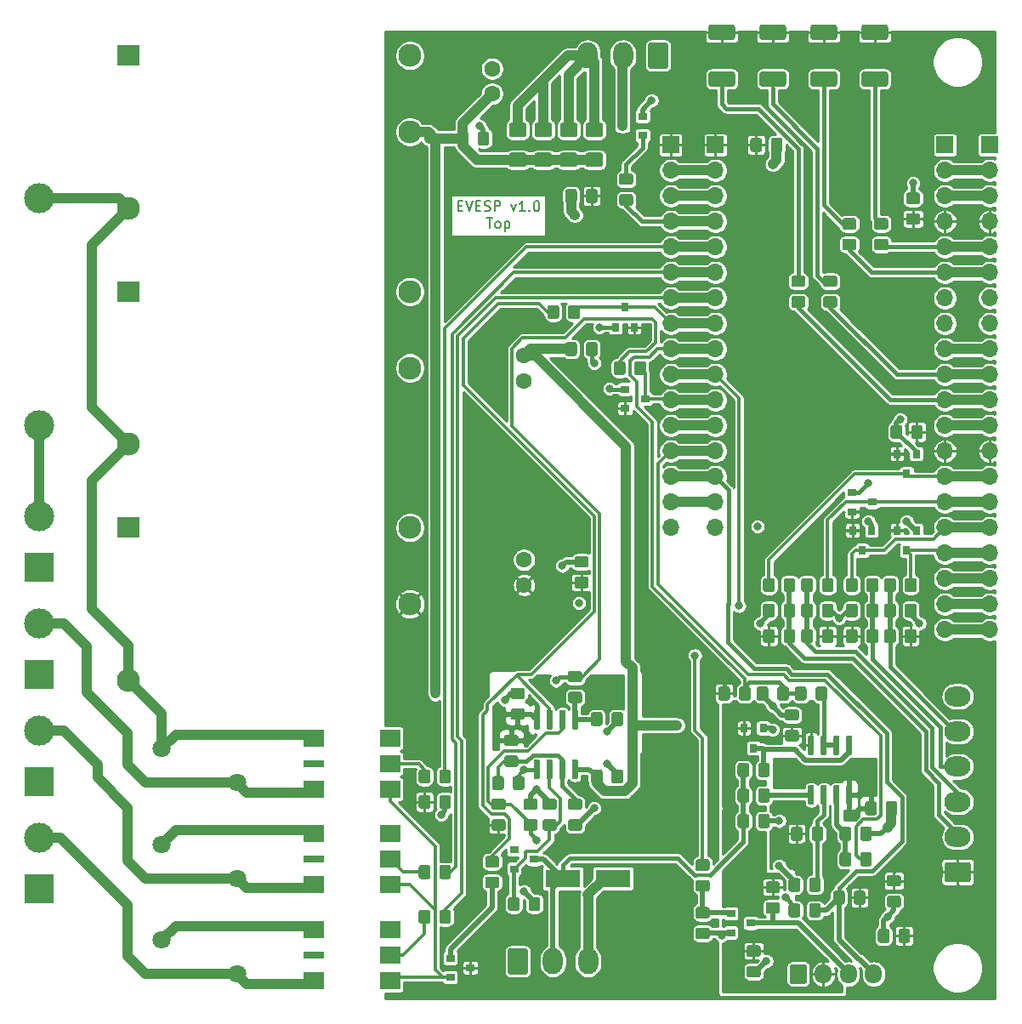
<source format=gbr>
G04 #@! TF.GenerationSoftware,KiCad,Pcbnew,(5.1.5-0-10_14)*
G04 #@! TF.CreationDate,2020-03-02T21:40:52+02:00*
G04 #@! TF.ProjectId,EVESP,45564553-502e-46b6-9963-61645f706362,rev?*
G04 #@! TF.SameCoordinates,Original*
G04 #@! TF.FileFunction,Copper,L1,Top*
G04 #@! TF.FilePolarity,Positive*
%FSLAX46Y46*%
G04 Gerber Fmt 4.6, Leading zero omitted, Abs format (unit mm)*
G04 Created by KiCad (PCBNEW (5.1.5-0-10_14)) date 2020-03-02 21:40:52*
%MOMM*%
%LPD*%
G04 APERTURE LIST*
%ADD10C,0.200000*%
%ADD11C,0.100000*%
%ADD12R,0.900000X0.800000*%
%ADD13R,0.800000X0.900000*%
%ADD14C,3.000000*%
%ADD15R,3.000000X3.000000*%
%ADD16R,2.000000X1.780000*%
%ADD17R,2.000000X0.780000*%
%ADD18O,2.600000X2.000000*%
%ADD19O,2.000000X2.600000*%
%ADD20O,1.700000X1.700000*%
%ADD21R,1.700000X1.700000*%
%ADD22R,3.500000X1.800000*%
%ADD23C,1.800000*%
%ADD24C,2.300000*%
%ADD25R,2.300000X2.000000*%
%ADD26O,1.700000X1.950000*%
%ADD27C,1.600000*%
%ADD28C,0.800000*%
%ADD29C,1.000000*%
%ADD30C,0.500000*%
%ADD31C,0.400000*%
%ADD32C,0.300000*%
%ADD33C,0.254000*%
%ADD34C,0.250000*%
G04 APERTURE END LIST*
D10*
X90591190Y-82898571D02*
X90924523Y-82898571D01*
X91067380Y-83422380D02*
X90591190Y-83422380D01*
X90591190Y-82422380D01*
X91067380Y-82422380D01*
X91353095Y-82422380D02*
X91686428Y-83422380D01*
X92019761Y-82422380D01*
X92353095Y-82898571D02*
X92686428Y-82898571D01*
X92829285Y-83422380D02*
X92353095Y-83422380D01*
X92353095Y-82422380D01*
X92829285Y-82422380D01*
X93210238Y-83374761D02*
X93353095Y-83422380D01*
X93591190Y-83422380D01*
X93686428Y-83374761D01*
X93734047Y-83327142D01*
X93781666Y-83231904D01*
X93781666Y-83136666D01*
X93734047Y-83041428D01*
X93686428Y-82993809D01*
X93591190Y-82946190D01*
X93400714Y-82898571D01*
X93305476Y-82850952D01*
X93257857Y-82803333D01*
X93210238Y-82708095D01*
X93210238Y-82612857D01*
X93257857Y-82517619D01*
X93305476Y-82470000D01*
X93400714Y-82422380D01*
X93638809Y-82422380D01*
X93781666Y-82470000D01*
X94210238Y-83422380D02*
X94210238Y-82422380D01*
X94591190Y-82422380D01*
X94686428Y-82470000D01*
X94734047Y-82517619D01*
X94781666Y-82612857D01*
X94781666Y-82755714D01*
X94734047Y-82850952D01*
X94686428Y-82898571D01*
X94591190Y-82946190D01*
X94210238Y-82946190D01*
X95876904Y-82755714D02*
X96115000Y-83422380D01*
X96353095Y-82755714D01*
X97257857Y-83422380D02*
X96686428Y-83422380D01*
X96972142Y-83422380D02*
X96972142Y-82422380D01*
X96876904Y-82565238D01*
X96781666Y-82660476D01*
X96686428Y-82708095D01*
X97686428Y-83327142D02*
X97734047Y-83374761D01*
X97686428Y-83422380D01*
X97638809Y-83374761D01*
X97686428Y-83327142D01*
X97686428Y-83422380D01*
X98353095Y-82422380D02*
X98448333Y-82422380D01*
X98543571Y-82470000D01*
X98591190Y-82517619D01*
X98638809Y-82612857D01*
X98686428Y-82803333D01*
X98686428Y-83041428D01*
X98638809Y-83231904D01*
X98591190Y-83327142D01*
X98543571Y-83374761D01*
X98448333Y-83422380D01*
X98353095Y-83422380D01*
X98257857Y-83374761D01*
X98210238Y-83327142D01*
X98162619Y-83231904D01*
X98115000Y-83041428D01*
X98115000Y-82803333D01*
X98162619Y-82612857D01*
X98210238Y-82517619D01*
X98257857Y-82470000D01*
X98353095Y-82422380D01*
X93424523Y-84122380D02*
X93995952Y-84122380D01*
X93710238Y-85122380D02*
X93710238Y-84122380D01*
X94472142Y-85122380D02*
X94376904Y-85074761D01*
X94329285Y-85027142D01*
X94281666Y-84931904D01*
X94281666Y-84646190D01*
X94329285Y-84550952D01*
X94376904Y-84503333D01*
X94472142Y-84455714D01*
X94615000Y-84455714D01*
X94710238Y-84503333D01*
X94757857Y-84550952D01*
X94805476Y-84646190D01*
X94805476Y-84931904D01*
X94757857Y-85027142D01*
X94710238Y-85074761D01*
X94615000Y-85122380D01*
X94472142Y-85122380D01*
X95234047Y-84455714D02*
X95234047Y-85455714D01*
X95234047Y-84503333D02*
X95329285Y-84455714D01*
X95519761Y-84455714D01*
X95615000Y-84503333D01*
X95662619Y-84550952D01*
X95710238Y-84646190D01*
X95710238Y-84931904D01*
X95662619Y-85027142D01*
X95615000Y-85074761D01*
X95519761Y-85122380D01*
X95329285Y-85122380D01*
X95234047Y-85074761D01*
G04 #@! TA.AperFunction,SMDPad,CuDef*
D11*
G36*
X109070505Y-98361204D02*
G01*
X109094773Y-98364804D01*
X109118572Y-98370765D01*
X109141671Y-98379030D01*
X109163850Y-98389520D01*
X109184893Y-98402132D01*
X109204599Y-98416747D01*
X109222777Y-98433223D01*
X109239253Y-98451401D01*
X109253868Y-98471107D01*
X109266480Y-98492150D01*
X109276970Y-98514329D01*
X109285235Y-98537428D01*
X109291196Y-98561227D01*
X109294796Y-98585495D01*
X109296000Y-98609999D01*
X109296000Y-99510001D01*
X109294796Y-99534505D01*
X109291196Y-99558773D01*
X109285235Y-99582572D01*
X109276970Y-99605671D01*
X109266480Y-99627850D01*
X109253868Y-99648893D01*
X109239253Y-99668599D01*
X109222777Y-99686777D01*
X109204599Y-99703253D01*
X109184893Y-99717868D01*
X109163850Y-99730480D01*
X109141671Y-99740970D01*
X109118572Y-99749235D01*
X109094773Y-99755196D01*
X109070505Y-99758796D01*
X109046001Y-99760000D01*
X108395999Y-99760000D01*
X108371495Y-99758796D01*
X108347227Y-99755196D01*
X108323428Y-99749235D01*
X108300329Y-99740970D01*
X108278150Y-99730480D01*
X108257107Y-99717868D01*
X108237401Y-99703253D01*
X108219223Y-99686777D01*
X108202747Y-99668599D01*
X108188132Y-99648893D01*
X108175520Y-99627850D01*
X108165030Y-99605671D01*
X108156765Y-99582572D01*
X108150804Y-99558773D01*
X108147204Y-99534505D01*
X108146000Y-99510001D01*
X108146000Y-98609999D01*
X108147204Y-98585495D01*
X108150804Y-98561227D01*
X108156765Y-98537428D01*
X108165030Y-98514329D01*
X108175520Y-98492150D01*
X108188132Y-98471107D01*
X108202747Y-98451401D01*
X108219223Y-98433223D01*
X108237401Y-98416747D01*
X108257107Y-98402132D01*
X108278150Y-98389520D01*
X108300329Y-98379030D01*
X108323428Y-98370765D01*
X108347227Y-98364804D01*
X108371495Y-98361204D01*
X108395999Y-98360000D01*
X109046001Y-98360000D01*
X109070505Y-98361204D01*
G37*
G04 #@! TD.AperFunction*
G04 #@! TA.AperFunction,SMDPad,CuDef*
G36*
X107020505Y-98361204D02*
G01*
X107044773Y-98364804D01*
X107068572Y-98370765D01*
X107091671Y-98379030D01*
X107113850Y-98389520D01*
X107134893Y-98402132D01*
X107154599Y-98416747D01*
X107172777Y-98433223D01*
X107189253Y-98451401D01*
X107203868Y-98471107D01*
X107216480Y-98492150D01*
X107226970Y-98514329D01*
X107235235Y-98537428D01*
X107241196Y-98561227D01*
X107244796Y-98585495D01*
X107246000Y-98609999D01*
X107246000Y-99510001D01*
X107244796Y-99534505D01*
X107241196Y-99558773D01*
X107235235Y-99582572D01*
X107226970Y-99605671D01*
X107216480Y-99627850D01*
X107203868Y-99648893D01*
X107189253Y-99668599D01*
X107172777Y-99686777D01*
X107154599Y-99703253D01*
X107134893Y-99717868D01*
X107113850Y-99730480D01*
X107091671Y-99740970D01*
X107068572Y-99749235D01*
X107044773Y-99755196D01*
X107020505Y-99758796D01*
X106996001Y-99760000D01*
X106345999Y-99760000D01*
X106321495Y-99758796D01*
X106297227Y-99755196D01*
X106273428Y-99749235D01*
X106250329Y-99740970D01*
X106228150Y-99730480D01*
X106207107Y-99717868D01*
X106187401Y-99703253D01*
X106169223Y-99686777D01*
X106152747Y-99668599D01*
X106138132Y-99648893D01*
X106125520Y-99627850D01*
X106115030Y-99605671D01*
X106106765Y-99582572D01*
X106100804Y-99558773D01*
X106097204Y-99534505D01*
X106096000Y-99510001D01*
X106096000Y-98609999D01*
X106097204Y-98585495D01*
X106100804Y-98561227D01*
X106106765Y-98537428D01*
X106115030Y-98514329D01*
X106125520Y-98492150D01*
X106138132Y-98471107D01*
X106152747Y-98451401D01*
X106169223Y-98433223D01*
X106187401Y-98416747D01*
X106207107Y-98402132D01*
X106228150Y-98389520D01*
X106250329Y-98379030D01*
X106273428Y-98370765D01*
X106297227Y-98364804D01*
X106321495Y-98361204D01*
X106345999Y-98360000D01*
X106996001Y-98360000D01*
X107020505Y-98361204D01*
G37*
G04 #@! TD.AperFunction*
G04 #@! TA.AperFunction,SMDPad,CuDef*
G36*
X102466505Y-92773204D02*
G01*
X102490773Y-92776804D01*
X102514572Y-92782765D01*
X102537671Y-92791030D01*
X102559850Y-92801520D01*
X102580893Y-92814132D01*
X102600599Y-92828747D01*
X102618777Y-92845223D01*
X102635253Y-92863401D01*
X102649868Y-92883107D01*
X102662480Y-92904150D01*
X102672970Y-92926329D01*
X102681235Y-92949428D01*
X102687196Y-92973227D01*
X102690796Y-92997495D01*
X102692000Y-93021999D01*
X102692000Y-93922001D01*
X102690796Y-93946505D01*
X102687196Y-93970773D01*
X102681235Y-93994572D01*
X102672970Y-94017671D01*
X102662480Y-94039850D01*
X102649868Y-94060893D01*
X102635253Y-94080599D01*
X102618777Y-94098777D01*
X102600599Y-94115253D01*
X102580893Y-94129868D01*
X102559850Y-94142480D01*
X102537671Y-94152970D01*
X102514572Y-94161235D01*
X102490773Y-94167196D01*
X102466505Y-94170796D01*
X102442001Y-94172000D01*
X101791999Y-94172000D01*
X101767495Y-94170796D01*
X101743227Y-94167196D01*
X101719428Y-94161235D01*
X101696329Y-94152970D01*
X101674150Y-94142480D01*
X101653107Y-94129868D01*
X101633401Y-94115253D01*
X101615223Y-94098777D01*
X101598747Y-94080599D01*
X101584132Y-94060893D01*
X101571520Y-94039850D01*
X101561030Y-94017671D01*
X101552765Y-93994572D01*
X101546804Y-93970773D01*
X101543204Y-93946505D01*
X101542000Y-93922001D01*
X101542000Y-93021999D01*
X101543204Y-92997495D01*
X101546804Y-92973227D01*
X101552765Y-92949428D01*
X101561030Y-92926329D01*
X101571520Y-92904150D01*
X101584132Y-92883107D01*
X101598747Y-92863401D01*
X101615223Y-92845223D01*
X101633401Y-92828747D01*
X101653107Y-92814132D01*
X101674150Y-92801520D01*
X101696329Y-92791030D01*
X101719428Y-92782765D01*
X101743227Y-92776804D01*
X101767495Y-92773204D01*
X101791999Y-92772000D01*
X102442001Y-92772000D01*
X102466505Y-92773204D01*
G37*
G04 #@! TD.AperFunction*
G04 #@! TA.AperFunction,SMDPad,CuDef*
G36*
X100416505Y-92773204D02*
G01*
X100440773Y-92776804D01*
X100464572Y-92782765D01*
X100487671Y-92791030D01*
X100509850Y-92801520D01*
X100530893Y-92814132D01*
X100550599Y-92828747D01*
X100568777Y-92845223D01*
X100585253Y-92863401D01*
X100599868Y-92883107D01*
X100612480Y-92904150D01*
X100622970Y-92926329D01*
X100631235Y-92949428D01*
X100637196Y-92973227D01*
X100640796Y-92997495D01*
X100642000Y-93021999D01*
X100642000Y-93922001D01*
X100640796Y-93946505D01*
X100637196Y-93970773D01*
X100631235Y-93994572D01*
X100622970Y-94017671D01*
X100612480Y-94039850D01*
X100599868Y-94060893D01*
X100585253Y-94080599D01*
X100568777Y-94098777D01*
X100550599Y-94115253D01*
X100530893Y-94129868D01*
X100509850Y-94142480D01*
X100487671Y-94152970D01*
X100464572Y-94161235D01*
X100440773Y-94167196D01*
X100416505Y-94170796D01*
X100392001Y-94172000D01*
X99741999Y-94172000D01*
X99717495Y-94170796D01*
X99693227Y-94167196D01*
X99669428Y-94161235D01*
X99646329Y-94152970D01*
X99624150Y-94142480D01*
X99603107Y-94129868D01*
X99583401Y-94115253D01*
X99565223Y-94098777D01*
X99548747Y-94080599D01*
X99534132Y-94060893D01*
X99521520Y-94039850D01*
X99511030Y-94017671D01*
X99502765Y-93994572D01*
X99496804Y-93970773D01*
X99493204Y-93946505D01*
X99492000Y-93922001D01*
X99492000Y-93021999D01*
X99493204Y-92997495D01*
X99496804Y-92973227D01*
X99502765Y-92949428D01*
X99511030Y-92926329D01*
X99521520Y-92904150D01*
X99534132Y-92883107D01*
X99548747Y-92863401D01*
X99565223Y-92845223D01*
X99583401Y-92828747D01*
X99603107Y-92814132D01*
X99624150Y-92801520D01*
X99646329Y-92791030D01*
X99669428Y-92782765D01*
X99693227Y-92776804D01*
X99717495Y-92773204D01*
X99741999Y-92772000D01*
X100392001Y-92772000D01*
X100416505Y-92773204D01*
G37*
G04 #@! TD.AperFunction*
D12*
X109204000Y-102108000D03*
X107204000Y-103058000D03*
X107204000Y-101158000D03*
D13*
X107188000Y-92980000D03*
X108138000Y-94980000D03*
X106238000Y-94980000D03*
G04 #@! TA.AperFunction,SMDPad,CuDef*
D11*
G36*
X117939505Y-64846204D02*
G01*
X117963773Y-64849804D01*
X117987572Y-64855765D01*
X118010671Y-64864030D01*
X118032850Y-64874520D01*
X118053893Y-64887132D01*
X118073599Y-64901747D01*
X118091777Y-64918223D01*
X118108253Y-64936401D01*
X118122868Y-64956107D01*
X118135480Y-64977150D01*
X118145970Y-64999329D01*
X118154235Y-65022428D01*
X118160196Y-65046227D01*
X118163796Y-65070495D01*
X118165000Y-65094999D01*
X118165000Y-66120001D01*
X118163796Y-66144505D01*
X118160196Y-66168773D01*
X118154235Y-66192572D01*
X118145970Y-66215671D01*
X118135480Y-66237850D01*
X118122868Y-66258893D01*
X118108253Y-66278599D01*
X118091777Y-66296777D01*
X118073599Y-66313253D01*
X118053893Y-66327868D01*
X118032850Y-66340480D01*
X118010671Y-66350970D01*
X117987572Y-66359235D01*
X117963773Y-66365196D01*
X117939505Y-66368796D01*
X117915001Y-66370000D01*
X115764999Y-66370000D01*
X115740495Y-66368796D01*
X115716227Y-66365196D01*
X115692428Y-66359235D01*
X115669329Y-66350970D01*
X115647150Y-66340480D01*
X115626107Y-66327868D01*
X115606401Y-66313253D01*
X115588223Y-66296777D01*
X115571747Y-66278599D01*
X115557132Y-66258893D01*
X115544520Y-66237850D01*
X115534030Y-66215671D01*
X115525765Y-66192572D01*
X115519804Y-66168773D01*
X115516204Y-66144505D01*
X115515000Y-66120001D01*
X115515000Y-65094999D01*
X115516204Y-65070495D01*
X115519804Y-65046227D01*
X115525765Y-65022428D01*
X115534030Y-64999329D01*
X115544520Y-64977150D01*
X115557132Y-64956107D01*
X115571747Y-64936401D01*
X115588223Y-64918223D01*
X115606401Y-64901747D01*
X115626107Y-64887132D01*
X115647150Y-64874520D01*
X115669329Y-64864030D01*
X115692428Y-64855765D01*
X115716227Y-64849804D01*
X115740495Y-64846204D01*
X115764999Y-64845000D01*
X117915001Y-64845000D01*
X117939505Y-64846204D01*
G37*
G04 #@! TD.AperFunction*
G04 #@! TA.AperFunction,SMDPad,CuDef*
G36*
X117939505Y-69521204D02*
G01*
X117963773Y-69524804D01*
X117987572Y-69530765D01*
X118010671Y-69539030D01*
X118032850Y-69549520D01*
X118053893Y-69562132D01*
X118073599Y-69576747D01*
X118091777Y-69593223D01*
X118108253Y-69611401D01*
X118122868Y-69631107D01*
X118135480Y-69652150D01*
X118145970Y-69674329D01*
X118154235Y-69697428D01*
X118160196Y-69721227D01*
X118163796Y-69745495D01*
X118165000Y-69769999D01*
X118165000Y-70795001D01*
X118163796Y-70819505D01*
X118160196Y-70843773D01*
X118154235Y-70867572D01*
X118145970Y-70890671D01*
X118135480Y-70912850D01*
X118122868Y-70933893D01*
X118108253Y-70953599D01*
X118091777Y-70971777D01*
X118073599Y-70988253D01*
X118053893Y-71002868D01*
X118032850Y-71015480D01*
X118010671Y-71025970D01*
X117987572Y-71034235D01*
X117963773Y-71040196D01*
X117939505Y-71043796D01*
X117915001Y-71045000D01*
X115764999Y-71045000D01*
X115740495Y-71043796D01*
X115716227Y-71040196D01*
X115692428Y-71034235D01*
X115669329Y-71025970D01*
X115647150Y-71015480D01*
X115626107Y-71002868D01*
X115606401Y-70988253D01*
X115588223Y-70971777D01*
X115571747Y-70953599D01*
X115557132Y-70933893D01*
X115544520Y-70912850D01*
X115534030Y-70890671D01*
X115525765Y-70867572D01*
X115519804Y-70843773D01*
X115516204Y-70819505D01*
X115515000Y-70795001D01*
X115515000Y-69769999D01*
X115516204Y-69745495D01*
X115519804Y-69721227D01*
X115525765Y-69697428D01*
X115534030Y-69674329D01*
X115544520Y-69652150D01*
X115557132Y-69631107D01*
X115571747Y-69611401D01*
X115588223Y-69593223D01*
X115606401Y-69576747D01*
X115626107Y-69562132D01*
X115647150Y-69549520D01*
X115669329Y-69539030D01*
X115692428Y-69530765D01*
X115716227Y-69524804D01*
X115740495Y-69521204D01*
X115764999Y-69520000D01*
X117915001Y-69520000D01*
X117939505Y-69521204D01*
G37*
G04 #@! TD.AperFunction*
G04 #@! TA.AperFunction,SMDPad,CuDef*
G36*
X123019505Y-64846204D02*
G01*
X123043773Y-64849804D01*
X123067572Y-64855765D01*
X123090671Y-64864030D01*
X123112850Y-64874520D01*
X123133893Y-64887132D01*
X123153599Y-64901747D01*
X123171777Y-64918223D01*
X123188253Y-64936401D01*
X123202868Y-64956107D01*
X123215480Y-64977150D01*
X123225970Y-64999329D01*
X123234235Y-65022428D01*
X123240196Y-65046227D01*
X123243796Y-65070495D01*
X123245000Y-65094999D01*
X123245000Y-66120001D01*
X123243796Y-66144505D01*
X123240196Y-66168773D01*
X123234235Y-66192572D01*
X123225970Y-66215671D01*
X123215480Y-66237850D01*
X123202868Y-66258893D01*
X123188253Y-66278599D01*
X123171777Y-66296777D01*
X123153599Y-66313253D01*
X123133893Y-66327868D01*
X123112850Y-66340480D01*
X123090671Y-66350970D01*
X123067572Y-66359235D01*
X123043773Y-66365196D01*
X123019505Y-66368796D01*
X122995001Y-66370000D01*
X120844999Y-66370000D01*
X120820495Y-66368796D01*
X120796227Y-66365196D01*
X120772428Y-66359235D01*
X120749329Y-66350970D01*
X120727150Y-66340480D01*
X120706107Y-66327868D01*
X120686401Y-66313253D01*
X120668223Y-66296777D01*
X120651747Y-66278599D01*
X120637132Y-66258893D01*
X120624520Y-66237850D01*
X120614030Y-66215671D01*
X120605765Y-66192572D01*
X120599804Y-66168773D01*
X120596204Y-66144505D01*
X120595000Y-66120001D01*
X120595000Y-65094999D01*
X120596204Y-65070495D01*
X120599804Y-65046227D01*
X120605765Y-65022428D01*
X120614030Y-64999329D01*
X120624520Y-64977150D01*
X120637132Y-64956107D01*
X120651747Y-64936401D01*
X120668223Y-64918223D01*
X120686401Y-64901747D01*
X120706107Y-64887132D01*
X120727150Y-64874520D01*
X120749329Y-64864030D01*
X120772428Y-64855765D01*
X120796227Y-64849804D01*
X120820495Y-64846204D01*
X120844999Y-64845000D01*
X122995001Y-64845000D01*
X123019505Y-64846204D01*
G37*
G04 #@! TD.AperFunction*
G04 #@! TA.AperFunction,SMDPad,CuDef*
G36*
X123019505Y-69521204D02*
G01*
X123043773Y-69524804D01*
X123067572Y-69530765D01*
X123090671Y-69539030D01*
X123112850Y-69549520D01*
X123133893Y-69562132D01*
X123153599Y-69576747D01*
X123171777Y-69593223D01*
X123188253Y-69611401D01*
X123202868Y-69631107D01*
X123215480Y-69652150D01*
X123225970Y-69674329D01*
X123234235Y-69697428D01*
X123240196Y-69721227D01*
X123243796Y-69745495D01*
X123245000Y-69769999D01*
X123245000Y-70795001D01*
X123243796Y-70819505D01*
X123240196Y-70843773D01*
X123234235Y-70867572D01*
X123225970Y-70890671D01*
X123215480Y-70912850D01*
X123202868Y-70933893D01*
X123188253Y-70953599D01*
X123171777Y-70971777D01*
X123153599Y-70988253D01*
X123133893Y-71002868D01*
X123112850Y-71015480D01*
X123090671Y-71025970D01*
X123067572Y-71034235D01*
X123043773Y-71040196D01*
X123019505Y-71043796D01*
X122995001Y-71045000D01*
X120844999Y-71045000D01*
X120820495Y-71043796D01*
X120796227Y-71040196D01*
X120772428Y-71034235D01*
X120749329Y-71025970D01*
X120727150Y-71015480D01*
X120706107Y-71002868D01*
X120686401Y-70988253D01*
X120668223Y-70971777D01*
X120651747Y-70953599D01*
X120637132Y-70933893D01*
X120624520Y-70912850D01*
X120614030Y-70890671D01*
X120605765Y-70867572D01*
X120599804Y-70843773D01*
X120596204Y-70819505D01*
X120595000Y-70795001D01*
X120595000Y-69769999D01*
X120596204Y-69745495D01*
X120599804Y-69721227D01*
X120605765Y-69697428D01*
X120614030Y-69674329D01*
X120624520Y-69652150D01*
X120637132Y-69631107D01*
X120651747Y-69611401D01*
X120668223Y-69593223D01*
X120686401Y-69576747D01*
X120706107Y-69562132D01*
X120727150Y-69549520D01*
X120749329Y-69539030D01*
X120772428Y-69530765D01*
X120796227Y-69524804D01*
X120820495Y-69521204D01*
X120844999Y-69520000D01*
X122995001Y-69520000D01*
X123019505Y-69521204D01*
G37*
G04 #@! TD.AperFunction*
G04 #@! TA.AperFunction,SMDPad,CuDef*
G36*
X128099505Y-64846204D02*
G01*
X128123773Y-64849804D01*
X128147572Y-64855765D01*
X128170671Y-64864030D01*
X128192850Y-64874520D01*
X128213893Y-64887132D01*
X128233599Y-64901747D01*
X128251777Y-64918223D01*
X128268253Y-64936401D01*
X128282868Y-64956107D01*
X128295480Y-64977150D01*
X128305970Y-64999329D01*
X128314235Y-65022428D01*
X128320196Y-65046227D01*
X128323796Y-65070495D01*
X128325000Y-65094999D01*
X128325000Y-66120001D01*
X128323796Y-66144505D01*
X128320196Y-66168773D01*
X128314235Y-66192572D01*
X128305970Y-66215671D01*
X128295480Y-66237850D01*
X128282868Y-66258893D01*
X128268253Y-66278599D01*
X128251777Y-66296777D01*
X128233599Y-66313253D01*
X128213893Y-66327868D01*
X128192850Y-66340480D01*
X128170671Y-66350970D01*
X128147572Y-66359235D01*
X128123773Y-66365196D01*
X128099505Y-66368796D01*
X128075001Y-66370000D01*
X125924999Y-66370000D01*
X125900495Y-66368796D01*
X125876227Y-66365196D01*
X125852428Y-66359235D01*
X125829329Y-66350970D01*
X125807150Y-66340480D01*
X125786107Y-66327868D01*
X125766401Y-66313253D01*
X125748223Y-66296777D01*
X125731747Y-66278599D01*
X125717132Y-66258893D01*
X125704520Y-66237850D01*
X125694030Y-66215671D01*
X125685765Y-66192572D01*
X125679804Y-66168773D01*
X125676204Y-66144505D01*
X125675000Y-66120001D01*
X125675000Y-65094999D01*
X125676204Y-65070495D01*
X125679804Y-65046227D01*
X125685765Y-65022428D01*
X125694030Y-64999329D01*
X125704520Y-64977150D01*
X125717132Y-64956107D01*
X125731747Y-64936401D01*
X125748223Y-64918223D01*
X125766401Y-64901747D01*
X125786107Y-64887132D01*
X125807150Y-64874520D01*
X125829329Y-64864030D01*
X125852428Y-64855765D01*
X125876227Y-64849804D01*
X125900495Y-64846204D01*
X125924999Y-64845000D01*
X128075001Y-64845000D01*
X128099505Y-64846204D01*
G37*
G04 #@! TD.AperFunction*
G04 #@! TA.AperFunction,SMDPad,CuDef*
G36*
X128099505Y-69521204D02*
G01*
X128123773Y-69524804D01*
X128147572Y-69530765D01*
X128170671Y-69539030D01*
X128192850Y-69549520D01*
X128213893Y-69562132D01*
X128233599Y-69576747D01*
X128251777Y-69593223D01*
X128268253Y-69611401D01*
X128282868Y-69631107D01*
X128295480Y-69652150D01*
X128305970Y-69674329D01*
X128314235Y-69697428D01*
X128320196Y-69721227D01*
X128323796Y-69745495D01*
X128325000Y-69769999D01*
X128325000Y-70795001D01*
X128323796Y-70819505D01*
X128320196Y-70843773D01*
X128314235Y-70867572D01*
X128305970Y-70890671D01*
X128295480Y-70912850D01*
X128282868Y-70933893D01*
X128268253Y-70953599D01*
X128251777Y-70971777D01*
X128233599Y-70988253D01*
X128213893Y-71002868D01*
X128192850Y-71015480D01*
X128170671Y-71025970D01*
X128147572Y-71034235D01*
X128123773Y-71040196D01*
X128099505Y-71043796D01*
X128075001Y-71045000D01*
X125924999Y-71045000D01*
X125900495Y-71043796D01*
X125876227Y-71040196D01*
X125852428Y-71034235D01*
X125829329Y-71025970D01*
X125807150Y-71015480D01*
X125786107Y-71002868D01*
X125766401Y-70988253D01*
X125748223Y-70971777D01*
X125731747Y-70953599D01*
X125717132Y-70933893D01*
X125704520Y-70912850D01*
X125694030Y-70890671D01*
X125685765Y-70867572D01*
X125679804Y-70843773D01*
X125676204Y-70819505D01*
X125675000Y-70795001D01*
X125675000Y-69769999D01*
X125676204Y-69745495D01*
X125679804Y-69721227D01*
X125685765Y-69697428D01*
X125694030Y-69674329D01*
X125704520Y-69652150D01*
X125717132Y-69631107D01*
X125731747Y-69611401D01*
X125748223Y-69593223D01*
X125766401Y-69576747D01*
X125786107Y-69562132D01*
X125807150Y-69549520D01*
X125829329Y-69539030D01*
X125852428Y-69530765D01*
X125876227Y-69524804D01*
X125900495Y-69521204D01*
X125924999Y-69520000D01*
X128075001Y-69520000D01*
X128099505Y-69521204D01*
G37*
G04 #@! TD.AperFunction*
G04 #@! TA.AperFunction,SMDPad,CuDef*
G36*
X133179505Y-64846204D02*
G01*
X133203773Y-64849804D01*
X133227572Y-64855765D01*
X133250671Y-64864030D01*
X133272850Y-64874520D01*
X133293893Y-64887132D01*
X133313599Y-64901747D01*
X133331777Y-64918223D01*
X133348253Y-64936401D01*
X133362868Y-64956107D01*
X133375480Y-64977150D01*
X133385970Y-64999329D01*
X133394235Y-65022428D01*
X133400196Y-65046227D01*
X133403796Y-65070495D01*
X133405000Y-65094999D01*
X133405000Y-66120001D01*
X133403796Y-66144505D01*
X133400196Y-66168773D01*
X133394235Y-66192572D01*
X133385970Y-66215671D01*
X133375480Y-66237850D01*
X133362868Y-66258893D01*
X133348253Y-66278599D01*
X133331777Y-66296777D01*
X133313599Y-66313253D01*
X133293893Y-66327868D01*
X133272850Y-66340480D01*
X133250671Y-66350970D01*
X133227572Y-66359235D01*
X133203773Y-66365196D01*
X133179505Y-66368796D01*
X133155001Y-66370000D01*
X131004999Y-66370000D01*
X130980495Y-66368796D01*
X130956227Y-66365196D01*
X130932428Y-66359235D01*
X130909329Y-66350970D01*
X130887150Y-66340480D01*
X130866107Y-66327868D01*
X130846401Y-66313253D01*
X130828223Y-66296777D01*
X130811747Y-66278599D01*
X130797132Y-66258893D01*
X130784520Y-66237850D01*
X130774030Y-66215671D01*
X130765765Y-66192572D01*
X130759804Y-66168773D01*
X130756204Y-66144505D01*
X130755000Y-66120001D01*
X130755000Y-65094999D01*
X130756204Y-65070495D01*
X130759804Y-65046227D01*
X130765765Y-65022428D01*
X130774030Y-64999329D01*
X130784520Y-64977150D01*
X130797132Y-64956107D01*
X130811747Y-64936401D01*
X130828223Y-64918223D01*
X130846401Y-64901747D01*
X130866107Y-64887132D01*
X130887150Y-64874520D01*
X130909329Y-64864030D01*
X130932428Y-64855765D01*
X130956227Y-64849804D01*
X130980495Y-64846204D01*
X131004999Y-64845000D01*
X133155001Y-64845000D01*
X133179505Y-64846204D01*
G37*
G04 #@! TD.AperFunction*
G04 #@! TA.AperFunction,SMDPad,CuDef*
G36*
X133179505Y-69521204D02*
G01*
X133203773Y-69524804D01*
X133227572Y-69530765D01*
X133250671Y-69539030D01*
X133272850Y-69549520D01*
X133293893Y-69562132D01*
X133313599Y-69576747D01*
X133331777Y-69593223D01*
X133348253Y-69611401D01*
X133362868Y-69631107D01*
X133375480Y-69652150D01*
X133385970Y-69674329D01*
X133394235Y-69697428D01*
X133400196Y-69721227D01*
X133403796Y-69745495D01*
X133405000Y-69769999D01*
X133405000Y-70795001D01*
X133403796Y-70819505D01*
X133400196Y-70843773D01*
X133394235Y-70867572D01*
X133385970Y-70890671D01*
X133375480Y-70912850D01*
X133362868Y-70933893D01*
X133348253Y-70953599D01*
X133331777Y-70971777D01*
X133313599Y-70988253D01*
X133293893Y-71002868D01*
X133272850Y-71015480D01*
X133250671Y-71025970D01*
X133227572Y-71034235D01*
X133203773Y-71040196D01*
X133179505Y-71043796D01*
X133155001Y-71045000D01*
X131004999Y-71045000D01*
X130980495Y-71043796D01*
X130956227Y-71040196D01*
X130932428Y-71034235D01*
X130909329Y-71025970D01*
X130887150Y-71015480D01*
X130866107Y-71002868D01*
X130846401Y-70988253D01*
X130828223Y-70971777D01*
X130811747Y-70953599D01*
X130797132Y-70933893D01*
X130784520Y-70912850D01*
X130774030Y-70890671D01*
X130765765Y-70867572D01*
X130759804Y-70843773D01*
X130756204Y-70819505D01*
X130755000Y-70795001D01*
X130755000Y-69769999D01*
X130756204Y-69745495D01*
X130759804Y-69721227D01*
X130765765Y-69697428D01*
X130774030Y-69674329D01*
X130784520Y-69652150D01*
X130797132Y-69631107D01*
X130811747Y-69611401D01*
X130828223Y-69593223D01*
X130846401Y-69576747D01*
X130866107Y-69562132D01*
X130887150Y-69549520D01*
X130909329Y-69539030D01*
X130932428Y-69530765D01*
X130956227Y-69524804D01*
X130980495Y-69521204D01*
X131004999Y-69520000D01*
X133155001Y-69520000D01*
X133179505Y-69521204D01*
G37*
G04 #@! TD.AperFunction*
G04 #@! TA.AperFunction,SMDPad,CuDef*
G36*
X94914505Y-139671204D02*
G01*
X94938773Y-139674804D01*
X94962572Y-139680765D01*
X94985671Y-139689030D01*
X95007850Y-139699520D01*
X95028893Y-139712132D01*
X95048599Y-139726747D01*
X95066777Y-139743223D01*
X95083253Y-139761401D01*
X95097868Y-139781107D01*
X95110480Y-139802150D01*
X95120970Y-139824329D01*
X95129235Y-139847428D01*
X95135196Y-139871227D01*
X95138796Y-139895495D01*
X95140000Y-139919999D01*
X95140000Y-140820001D01*
X95138796Y-140844505D01*
X95135196Y-140868773D01*
X95129235Y-140892572D01*
X95120970Y-140915671D01*
X95110480Y-140937850D01*
X95097868Y-140958893D01*
X95083253Y-140978599D01*
X95066777Y-140996777D01*
X95048599Y-141013253D01*
X95028893Y-141027868D01*
X95007850Y-141040480D01*
X94985671Y-141050970D01*
X94962572Y-141059235D01*
X94938773Y-141065196D01*
X94914505Y-141068796D01*
X94890001Y-141070000D01*
X94239999Y-141070000D01*
X94215495Y-141068796D01*
X94191227Y-141065196D01*
X94167428Y-141059235D01*
X94144329Y-141050970D01*
X94122150Y-141040480D01*
X94101107Y-141027868D01*
X94081401Y-141013253D01*
X94063223Y-140996777D01*
X94046747Y-140978599D01*
X94032132Y-140958893D01*
X94019520Y-140937850D01*
X94009030Y-140915671D01*
X94000765Y-140892572D01*
X93994804Y-140868773D01*
X93991204Y-140844505D01*
X93990000Y-140820001D01*
X93990000Y-139919999D01*
X93991204Y-139895495D01*
X93994804Y-139871227D01*
X94000765Y-139847428D01*
X94009030Y-139824329D01*
X94019520Y-139802150D01*
X94032132Y-139781107D01*
X94046747Y-139761401D01*
X94063223Y-139743223D01*
X94081401Y-139726747D01*
X94101107Y-139712132D01*
X94122150Y-139699520D01*
X94144329Y-139689030D01*
X94167428Y-139680765D01*
X94191227Y-139674804D01*
X94215495Y-139671204D01*
X94239999Y-139670000D01*
X94890001Y-139670000D01*
X94914505Y-139671204D01*
G37*
G04 #@! TD.AperFunction*
G04 #@! TA.AperFunction,SMDPad,CuDef*
G36*
X96964505Y-139671204D02*
G01*
X96988773Y-139674804D01*
X97012572Y-139680765D01*
X97035671Y-139689030D01*
X97057850Y-139699520D01*
X97078893Y-139712132D01*
X97098599Y-139726747D01*
X97116777Y-139743223D01*
X97133253Y-139761401D01*
X97147868Y-139781107D01*
X97160480Y-139802150D01*
X97170970Y-139824329D01*
X97179235Y-139847428D01*
X97185196Y-139871227D01*
X97188796Y-139895495D01*
X97190000Y-139919999D01*
X97190000Y-140820001D01*
X97188796Y-140844505D01*
X97185196Y-140868773D01*
X97179235Y-140892572D01*
X97170970Y-140915671D01*
X97160480Y-140937850D01*
X97147868Y-140958893D01*
X97133253Y-140978599D01*
X97116777Y-140996777D01*
X97098599Y-141013253D01*
X97078893Y-141027868D01*
X97057850Y-141040480D01*
X97035671Y-141050970D01*
X97012572Y-141059235D01*
X96988773Y-141065196D01*
X96964505Y-141068796D01*
X96940001Y-141070000D01*
X96289999Y-141070000D01*
X96265495Y-141068796D01*
X96241227Y-141065196D01*
X96217428Y-141059235D01*
X96194329Y-141050970D01*
X96172150Y-141040480D01*
X96151107Y-141027868D01*
X96131401Y-141013253D01*
X96113223Y-140996777D01*
X96096747Y-140978599D01*
X96082132Y-140958893D01*
X96069520Y-140937850D01*
X96059030Y-140915671D01*
X96050765Y-140892572D01*
X96044804Y-140868773D01*
X96041204Y-140844505D01*
X96040000Y-140820001D01*
X96040000Y-139919999D01*
X96041204Y-139895495D01*
X96044804Y-139871227D01*
X96050765Y-139847428D01*
X96059030Y-139824329D01*
X96069520Y-139802150D01*
X96082132Y-139781107D01*
X96096747Y-139761401D01*
X96113223Y-139743223D01*
X96131401Y-139726747D01*
X96151107Y-139712132D01*
X96172150Y-139699520D01*
X96194329Y-139689030D01*
X96217428Y-139680765D01*
X96241227Y-139674804D01*
X96265495Y-139671204D01*
X96289999Y-139670000D01*
X96940001Y-139670000D01*
X96964505Y-139671204D01*
G37*
G04 #@! TD.AperFunction*
D14*
X48895000Y-124460000D03*
D15*
X48895000Y-129540000D03*
D14*
X48895000Y-135128000D03*
D15*
X48895000Y-140208000D03*
D14*
X48895000Y-145796000D03*
D15*
X48895000Y-150876000D03*
D14*
X48895000Y-113792000D03*
D15*
X48895000Y-118872000D03*
D16*
X76200000Y-140970000D03*
X83820000Y-135890000D03*
D17*
X76200000Y-138430000D03*
D16*
X83820000Y-138430000D03*
X76200000Y-135890000D03*
X83820000Y-140970000D03*
G04 #@! TA.AperFunction,SMDPad,CuDef*
D11*
G36*
X98589703Y-133075722D02*
G01*
X98604264Y-133077882D01*
X98618543Y-133081459D01*
X98632403Y-133086418D01*
X98645710Y-133092712D01*
X98658336Y-133100280D01*
X98670159Y-133109048D01*
X98681066Y-133118934D01*
X98690952Y-133129841D01*
X98699720Y-133141664D01*
X98707288Y-133154290D01*
X98713582Y-133167597D01*
X98718541Y-133181457D01*
X98722118Y-133195736D01*
X98724278Y-133210297D01*
X98725000Y-133225000D01*
X98725000Y-134875000D01*
X98724278Y-134889703D01*
X98722118Y-134904264D01*
X98718541Y-134918543D01*
X98713582Y-134932403D01*
X98707288Y-134945710D01*
X98699720Y-134958336D01*
X98690952Y-134970159D01*
X98681066Y-134981066D01*
X98670159Y-134990952D01*
X98658336Y-134999720D01*
X98645710Y-135007288D01*
X98632403Y-135013582D01*
X98618543Y-135018541D01*
X98604264Y-135022118D01*
X98589703Y-135024278D01*
X98575000Y-135025000D01*
X98275000Y-135025000D01*
X98260297Y-135024278D01*
X98245736Y-135022118D01*
X98231457Y-135018541D01*
X98217597Y-135013582D01*
X98204290Y-135007288D01*
X98191664Y-134999720D01*
X98179841Y-134990952D01*
X98168934Y-134981066D01*
X98159048Y-134970159D01*
X98150280Y-134958336D01*
X98142712Y-134945710D01*
X98136418Y-134932403D01*
X98131459Y-134918543D01*
X98127882Y-134904264D01*
X98125722Y-134889703D01*
X98125000Y-134875000D01*
X98125000Y-133225000D01*
X98125722Y-133210297D01*
X98127882Y-133195736D01*
X98131459Y-133181457D01*
X98136418Y-133167597D01*
X98142712Y-133154290D01*
X98150280Y-133141664D01*
X98159048Y-133129841D01*
X98168934Y-133118934D01*
X98179841Y-133109048D01*
X98191664Y-133100280D01*
X98204290Y-133092712D01*
X98217597Y-133086418D01*
X98231457Y-133081459D01*
X98245736Y-133077882D01*
X98260297Y-133075722D01*
X98275000Y-133075000D01*
X98575000Y-133075000D01*
X98589703Y-133075722D01*
G37*
G04 #@! TD.AperFunction*
G04 #@! TA.AperFunction,SMDPad,CuDef*
G36*
X99859703Y-133075722D02*
G01*
X99874264Y-133077882D01*
X99888543Y-133081459D01*
X99902403Y-133086418D01*
X99915710Y-133092712D01*
X99928336Y-133100280D01*
X99940159Y-133109048D01*
X99951066Y-133118934D01*
X99960952Y-133129841D01*
X99969720Y-133141664D01*
X99977288Y-133154290D01*
X99983582Y-133167597D01*
X99988541Y-133181457D01*
X99992118Y-133195736D01*
X99994278Y-133210297D01*
X99995000Y-133225000D01*
X99995000Y-134875000D01*
X99994278Y-134889703D01*
X99992118Y-134904264D01*
X99988541Y-134918543D01*
X99983582Y-134932403D01*
X99977288Y-134945710D01*
X99969720Y-134958336D01*
X99960952Y-134970159D01*
X99951066Y-134981066D01*
X99940159Y-134990952D01*
X99928336Y-134999720D01*
X99915710Y-135007288D01*
X99902403Y-135013582D01*
X99888543Y-135018541D01*
X99874264Y-135022118D01*
X99859703Y-135024278D01*
X99845000Y-135025000D01*
X99545000Y-135025000D01*
X99530297Y-135024278D01*
X99515736Y-135022118D01*
X99501457Y-135018541D01*
X99487597Y-135013582D01*
X99474290Y-135007288D01*
X99461664Y-134999720D01*
X99449841Y-134990952D01*
X99438934Y-134981066D01*
X99429048Y-134970159D01*
X99420280Y-134958336D01*
X99412712Y-134945710D01*
X99406418Y-134932403D01*
X99401459Y-134918543D01*
X99397882Y-134904264D01*
X99395722Y-134889703D01*
X99395000Y-134875000D01*
X99395000Y-133225000D01*
X99395722Y-133210297D01*
X99397882Y-133195736D01*
X99401459Y-133181457D01*
X99406418Y-133167597D01*
X99412712Y-133154290D01*
X99420280Y-133141664D01*
X99429048Y-133129841D01*
X99438934Y-133118934D01*
X99449841Y-133109048D01*
X99461664Y-133100280D01*
X99474290Y-133092712D01*
X99487597Y-133086418D01*
X99501457Y-133081459D01*
X99515736Y-133077882D01*
X99530297Y-133075722D01*
X99545000Y-133075000D01*
X99845000Y-133075000D01*
X99859703Y-133075722D01*
G37*
G04 #@! TD.AperFunction*
G04 #@! TA.AperFunction,SMDPad,CuDef*
G36*
X101129703Y-133075722D02*
G01*
X101144264Y-133077882D01*
X101158543Y-133081459D01*
X101172403Y-133086418D01*
X101185710Y-133092712D01*
X101198336Y-133100280D01*
X101210159Y-133109048D01*
X101221066Y-133118934D01*
X101230952Y-133129841D01*
X101239720Y-133141664D01*
X101247288Y-133154290D01*
X101253582Y-133167597D01*
X101258541Y-133181457D01*
X101262118Y-133195736D01*
X101264278Y-133210297D01*
X101265000Y-133225000D01*
X101265000Y-134875000D01*
X101264278Y-134889703D01*
X101262118Y-134904264D01*
X101258541Y-134918543D01*
X101253582Y-134932403D01*
X101247288Y-134945710D01*
X101239720Y-134958336D01*
X101230952Y-134970159D01*
X101221066Y-134981066D01*
X101210159Y-134990952D01*
X101198336Y-134999720D01*
X101185710Y-135007288D01*
X101172403Y-135013582D01*
X101158543Y-135018541D01*
X101144264Y-135022118D01*
X101129703Y-135024278D01*
X101115000Y-135025000D01*
X100815000Y-135025000D01*
X100800297Y-135024278D01*
X100785736Y-135022118D01*
X100771457Y-135018541D01*
X100757597Y-135013582D01*
X100744290Y-135007288D01*
X100731664Y-134999720D01*
X100719841Y-134990952D01*
X100708934Y-134981066D01*
X100699048Y-134970159D01*
X100690280Y-134958336D01*
X100682712Y-134945710D01*
X100676418Y-134932403D01*
X100671459Y-134918543D01*
X100667882Y-134904264D01*
X100665722Y-134889703D01*
X100665000Y-134875000D01*
X100665000Y-133225000D01*
X100665722Y-133210297D01*
X100667882Y-133195736D01*
X100671459Y-133181457D01*
X100676418Y-133167597D01*
X100682712Y-133154290D01*
X100690280Y-133141664D01*
X100699048Y-133129841D01*
X100708934Y-133118934D01*
X100719841Y-133109048D01*
X100731664Y-133100280D01*
X100744290Y-133092712D01*
X100757597Y-133086418D01*
X100771457Y-133081459D01*
X100785736Y-133077882D01*
X100800297Y-133075722D01*
X100815000Y-133075000D01*
X101115000Y-133075000D01*
X101129703Y-133075722D01*
G37*
G04 #@! TD.AperFunction*
G04 #@! TA.AperFunction,SMDPad,CuDef*
G36*
X102399703Y-133075722D02*
G01*
X102414264Y-133077882D01*
X102428543Y-133081459D01*
X102442403Y-133086418D01*
X102455710Y-133092712D01*
X102468336Y-133100280D01*
X102480159Y-133109048D01*
X102491066Y-133118934D01*
X102500952Y-133129841D01*
X102509720Y-133141664D01*
X102517288Y-133154290D01*
X102523582Y-133167597D01*
X102528541Y-133181457D01*
X102532118Y-133195736D01*
X102534278Y-133210297D01*
X102535000Y-133225000D01*
X102535000Y-134875000D01*
X102534278Y-134889703D01*
X102532118Y-134904264D01*
X102528541Y-134918543D01*
X102523582Y-134932403D01*
X102517288Y-134945710D01*
X102509720Y-134958336D01*
X102500952Y-134970159D01*
X102491066Y-134981066D01*
X102480159Y-134990952D01*
X102468336Y-134999720D01*
X102455710Y-135007288D01*
X102442403Y-135013582D01*
X102428543Y-135018541D01*
X102414264Y-135022118D01*
X102399703Y-135024278D01*
X102385000Y-135025000D01*
X102085000Y-135025000D01*
X102070297Y-135024278D01*
X102055736Y-135022118D01*
X102041457Y-135018541D01*
X102027597Y-135013582D01*
X102014290Y-135007288D01*
X102001664Y-134999720D01*
X101989841Y-134990952D01*
X101978934Y-134981066D01*
X101969048Y-134970159D01*
X101960280Y-134958336D01*
X101952712Y-134945710D01*
X101946418Y-134932403D01*
X101941459Y-134918543D01*
X101937882Y-134904264D01*
X101935722Y-134889703D01*
X101935000Y-134875000D01*
X101935000Y-133225000D01*
X101935722Y-133210297D01*
X101937882Y-133195736D01*
X101941459Y-133181457D01*
X101946418Y-133167597D01*
X101952712Y-133154290D01*
X101960280Y-133141664D01*
X101969048Y-133129841D01*
X101978934Y-133118934D01*
X101989841Y-133109048D01*
X102001664Y-133100280D01*
X102014290Y-133092712D01*
X102027597Y-133086418D01*
X102041457Y-133081459D01*
X102055736Y-133077882D01*
X102070297Y-133075722D01*
X102085000Y-133075000D01*
X102385000Y-133075000D01*
X102399703Y-133075722D01*
G37*
G04 #@! TD.AperFunction*
G04 #@! TA.AperFunction,SMDPad,CuDef*
G36*
X102399703Y-138025722D02*
G01*
X102414264Y-138027882D01*
X102428543Y-138031459D01*
X102442403Y-138036418D01*
X102455710Y-138042712D01*
X102468336Y-138050280D01*
X102480159Y-138059048D01*
X102491066Y-138068934D01*
X102500952Y-138079841D01*
X102509720Y-138091664D01*
X102517288Y-138104290D01*
X102523582Y-138117597D01*
X102528541Y-138131457D01*
X102532118Y-138145736D01*
X102534278Y-138160297D01*
X102535000Y-138175000D01*
X102535000Y-139825000D01*
X102534278Y-139839703D01*
X102532118Y-139854264D01*
X102528541Y-139868543D01*
X102523582Y-139882403D01*
X102517288Y-139895710D01*
X102509720Y-139908336D01*
X102500952Y-139920159D01*
X102491066Y-139931066D01*
X102480159Y-139940952D01*
X102468336Y-139949720D01*
X102455710Y-139957288D01*
X102442403Y-139963582D01*
X102428543Y-139968541D01*
X102414264Y-139972118D01*
X102399703Y-139974278D01*
X102385000Y-139975000D01*
X102085000Y-139975000D01*
X102070297Y-139974278D01*
X102055736Y-139972118D01*
X102041457Y-139968541D01*
X102027597Y-139963582D01*
X102014290Y-139957288D01*
X102001664Y-139949720D01*
X101989841Y-139940952D01*
X101978934Y-139931066D01*
X101969048Y-139920159D01*
X101960280Y-139908336D01*
X101952712Y-139895710D01*
X101946418Y-139882403D01*
X101941459Y-139868543D01*
X101937882Y-139854264D01*
X101935722Y-139839703D01*
X101935000Y-139825000D01*
X101935000Y-138175000D01*
X101935722Y-138160297D01*
X101937882Y-138145736D01*
X101941459Y-138131457D01*
X101946418Y-138117597D01*
X101952712Y-138104290D01*
X101960280Y-138091664D01*
X101969048Y-138079841D01*
X101978934Y-138068934D01*
X101989841Y-138059048D01*
X102001664Y-138050280D01*
X102014290Y-138042712D01*
X102027597Y-138036418D01*
X102041457Y-138031459D01*
X102055736Y-138027882D01*
X102070297Y-138025722D01*
X102085000Y-138025000D01*
X102385000Y-138025000D01*
X102399703Y-138025722D01*
G37*
G04 #@! TD.AperFunction*
G04 #@! TA.AperFunction,SMDPad,CuDef*
G36*
X101129703Y-138025722D02*
G01*
X101144264Y-138027882D01*
X101158543Y-138031459D01*
X101172403Y-138036418D01*
X101185710Y-138042712D01*
X101198336Y-138050280D01*
X101210159Y-138059048D01*
X101221066Y-138068934D01*
X101230952Y-138079841D01*
X101239720Y-138091664D01*
X101247288Y-138104290D01*
X101253582Y-138117597D01*
X101258541Y-138131457D01*
X101262118Y-138145736D01*
X101264278Y-138160297D01*
X101265000Y-138175000D01*
X101265000Y-139825000D01*
X101264278Y-139839703D01*
X101262118Y-139854264D01*
X101258541Y-139868543D01*
X101253582Y-139882403D01*
X101247288Y-139895710D01*
X101239720Y-139908336D01*
X101230952Y-139920159D01*
X101221066Y-139931066D01*
X101210159Y-139940952D01*
X101198336Y-139949720D01*
X101185710Y-139957288D01*
X101172403Y-139963582D01*
X101158543Y-139968541D01*
X101144264Y-139972118D01*
X101129703Y-139974278D01*
X101115000Y-139975000D01*
X100815000Y-139975000D01*
X100800297Y-139974278D01*
X100785736Y-139972118D01*
X100771457Y-139968541D01*
X100757597Y-139963582D01*
X100744290Y-139957288D01*
X100731664Y-139949720D01*
X100719841Y-139940952D01*
X100708934Y-139931066D01*
X100699048Y-139920159D01*
X100690280Y-139908336D01*
X100682712Y-139895710D01*
X100676418Y-139882403D01*
X100671459Y-139868543D01*
X100667882Y-139854264D01*
X100665722Y-139839703D01*
X100665000Y-139825000D01*
X100665000Y-138175000D01*
X100665722Y-138160297D01*
X100667882Y-138145736D01*
X100671459Y-138131457D01*
X100676418Y-138117597D01*
X100682712Y-138104290D01*
X100690280Y-138091664D01*
X100699048Y-138079841D01*
X100708934Y-138068934D01*
X100719841Y-138059048D01*
X100731664Y-138050280D01*
X100744290Y-138042712D01*
X100757597Y-138036418D01*
X100771457Y-138031459D01*
X100785736Y-138027882D01*
X100800297Y-138025722D01*
X100815000Y-138025000D01*
X101115000Y-138025000D01*
X101129703Y-138025722D01*
G37*
G04 #@! TD.AperFunction*
G04 #@! TA.AperFunction,SMDPad,CuDef*
G36*
X99859703Y-138025722D02*
G01*
X99874264Y-138027882D01*
X99888543Y-138031459D01*
X99902403Y-138036418D01*
X99915710Y-138042712D01*
X99928336Y-138050280D01*
X99940159Y-138059048D01*
X99951066Y-138068934D01*
X99960952Y-138079841D01*
X99969720Y-138091664D01*
X99977288Y-138104290D01*
X99983582Y-138117597D01*
X99988541Y-138131457D01*
X99992118Y-138145736D01*
X99994278Y-138160297D01*
X99995000Y-138175000D01*
X99995000Y-139825000D01*
X99994278Y-139839703D01*
X99992118Y-139854264D01*
X99988541Y-139868543D01*
X99983582Y-139882403D01*
X99977288Y-139895710D01*
X99969720Y-139908336D01*
X99960952Y-139920159D01*
X99951066Y-139931066D01*
X99940159Y-139940952D01*
X99928336Y-139949720D01*
X99915710Y-139957288D01*
X99902403Y-139963582D01*
X99888543Y-139968541D01*
X99874264Y-139972118D01*
X99859703Y-139974278D01*
X99845000Y-139975000D01*
X99545000Y-139975000D01*
X99530297Y-139974278D01*
X99515736Y-139972118D01*
X99501457Y-139968541D01*
X99487597Y-139963582D01*
X99474290Y-139957288D01*
X99461664Y-139949720D01*
X99449841Y-139940952D01*
X99438934Y-139931066D01*
X99429048Y-139920159D01*
X99420280Y-139908336D01*
X99412712Y-139895710D01*
X99406418Y-139882403D01*
X99401459Y-139868543D01*
X99397882Y-139854264D01*
X99395722Y-139839703D01*
X99395000Y-139825000D01*
X99395000Y-138175000D01*
X99395722Y-138160297D01*
X99397882Y-138145736D01*
X99401459Y-138131457D01*
X99406418Y-138117597D01*
X99412712Y-138104290D01*
X99420280Y-138091664D01*
X99429048Y-138079841D01*
X99438934Y-138068934D01*
X99449841Y-138059048D01*
X99461664Y-138050280D01*
X99474290Y-138042712D01*
X99487597Y-138036418D01*
X99501457Y-138031459D01*
X99515736Y-138027882D01*
X99530297Y-138025722D01*
X99545000Y-138025000D01*
X99845000Y-138025000D01*
X99859703Y-138025722D01*
G37*
G04 #@! TD.AperFunction*
G04 #@! TA.AperFunction,SMDPad,CuDef*
G36*
X98589703Y-138025722D02*
G01*
X98604264Y-138027882D01*
X98618543Y-138031459D01*
X98632403Y-138036418D01*
X98645710Y-138042712D01*
X98658336Y-138050280D01*
X98670159Y-138059048D01*
X98681066Y-138068934D01*
X98690952Y-138079841D01*
X98699720Y-138091664D01*
X98707288Y-138104290D01*
X98713582Y-138117597D01*
X98718541Y-138131457D01*
X98722118Y-138145736D01*
X98724278Y-138160297D01*
X98725000Y-138175000D01*
X98725000Y-139825000D01*
X98724278Y-139839703D01*
X98722118Y-139854264D01*
X98718541Y-139868543D01*
X98713582Y-139882403D01*
X98707288Y-139895710D01*
X98699720Y-139908336D01*
X98690952Y-139920159D01*
X98681066Y-139931066D01*
X98670159Y-139940952D01*
X98658336Y-139949720D01*
X98645710Y-139957288D01*
X98632403Y-139963582D01*
X98618543Y-139968541D01*
X98604264Y-139972118D01*
X98589703Y-139974278D01*
X98575000Y-139975000D01*
X98275000Y-139975000D01*
X98260297Y-139974278D01*
X98245736Y-139972118D01*
X98231457Y-139968541D01*
X98217597Y-139963582D01*
X98204290Y-139957288D01*
X98191664Y-139949720D01*
X98179841Y-139940952D01*
X98168934Y-139931066D01*
X98159048Y-139920159D01*
X98150280Y-139908336D01*
X98142712Y-139895710D01*
X98136418Y-139882403D01*
X98131459Y-139868543D01*
X98127882Y-139854264D01*
X98125722Y-139839703D01*
X98125000Y-139825000D01*
X98125000Y-138175000D01*
X98125722Y-138160297D01*
X98127882Y-138145736D01*
X98131459Y-138131457D01*
X98136418Y-138117597D01*
X98142712Y-138104290D01*
X98150280Y-138091664D01*
X98159048Y-138079841D01*
X98168934Y-138068934D01*
X98179841Y-138059048D01*
X98191664Y-138050280D01*
X98204290Y-138042712D01*
X98217597Y-138036418D01*
X98231457Y-138031459D01*
X98245736Y-138027882D01*
X98260297Y-138025722D01*
X98275000Y-138025000D01*
X98575000Y-138025000D01*
X98589703Y-138025722D01*
G37*
G04 #@! TD.AperFunction*
G04 #@! TA.AperFunction,SMDPad,CuDef*
G36*
X106784505Y-133286204D02*
G01*
X106808773Y-133289804D01*
X106832572Y-133295765D01*
X106855671Y-133304030D01*
X106877850Y-133314520D01*
X106898893Y-133327132D01*
X106918599Y-133341747D01*
X106936777Y-133358223D01*
X106953253Y-133376401D01*
X106967868Y-133396107D01*
X106980480Y-133417150D01*
X106990970Y-133439329D01*
X106999235Y-133462428D01*
X107005196Y-133486227D01*
X107008796Y-133510495D01*
X107010000Y-133534999D01*
X107010000Y-134435001D01*
X107008796Y-134459505D01*
X107005196Y-134483773D01*
X106999235Y-134507572D01*
X106990970Y-134530671D01*
X106980480Y-134552850D01*
X106967868Y-134573893D01*
X106953253Y-134593599D01*
X106936777Y-134611777D01*
X106918599Y-134628253D01*
X106898893Y-134642868D01*
X106877850Y-134655480D01*
X106855671Y-134665970D01*
X106832572Y-134674235D01*
X106808773Y-134680196D01*
X106784505Y-134683796D01*
X106760001Y-134685000D01*
X106109999Y-134685000D01*
X106085495Y-134683796D01*
X106061227Y-134680196D01*
X106037428Y-134674235D01*
X106014329Y-134665970D01*
X105992150Y-134655480D01*
X105971107Y-134642868D01*
X105951401Y-134628253D01*
X105933223Y-134611777D01*
X105916747Y-134593599D01*
X105902132Y-134573893D01*
X105889520Y-134552850D01*
X105879030Y-134530671D01*
X105870765Y-134507572D01*
X105864804Y-134483773D01*
X105861204Y-134459505D01*
X105860000Y-134435001D01*
X105860000Y-133534999D01*
X105861204Y-133510495D01*
X105864804Y-133486227D01*
X105870765Y-133462428D01*
X105879030Y-133439329D01*
X105889520Y-133417150D01*
X105902132Y-133396107D01*
X105916747Y-133376401D01*
X105933223Y-133358223D01*
X105951401Y-133341747D01*
X105971107Y-133327132D01*
X105992150Y-133314520D01*
X106014329Y-133304030D01*
X106037428Y-133295765D01*
X106061227Y-133289804D01*
X106085495Y-133286204D01*
X106109999Y-133285000D01*
X106760001Y-133285000D01*
X106784505Y-133286204D01*
G37*
G04 #@! TD.AperFunction*
G04 #@! TA.AperFunction,SMDPad,CuDef*
G36*
X104734505Y-133286204D02*
G01*
X104758773Y-133289804D01*
X104782572Y-133295765D01*
X104805671Y-133304030D01*
X104827850Y-133314520D01*
X104848893Y-133327132D01*
X104868599Y-133341747D01*
X104886777Y-133358223D01*
X104903253Y-133376401D01*
X104917868Y-133396107D01*
X104930480Y-133417150D01*
X104940970Y-133439329D01*
X104949235Y-133462428D01*
X104955196Y-133486227D01*
X104958796Y-133510495D01*
X104960000Y-133534999D01*
X104960000Y-134435001D01*
X104958796Y-134459505D01*
X104955196Y-134483773D01*
X104949235Y-134507572D01*
X104940970Y-134530671D01*
X104930480Y-134552850D01*
X104917868Y-134573893D01*
X104903253Y-134593599D01*
X104886777Y-134611777D01*
X104868599Y-134628253D01*
X104848893Y-134642868D01*
X104827850Y-134655480D01*
X104805671Y-134665970D01*
X104782572Y-134674235D01*
X104758773Y-134680196D01*
X104734505Y-134683796D01*
X104710001Y-134685000D01*
X104059999Y-134685000D01*
X104035495Y-134683796D01*
X104011227Y-134680196D01*
X103987428Y-134674235D01*
X103964329Y-134665970D01*
X103942150Y-134655480D01*
X103921107Y-134642868D01*
X103901401Y-134628253D01*
X103883223Y-134611777D01*
X103866747Y-134593599D01*
X103852132Y-134573893D01*
X103839520Y-134552850D01*
X103829030Y-134530671D01*
X103820765Y-134507572D01*
X103814804Y-134483773D01*
X103811204Y-134459505D01*
X103810000Y-134435001D01*
X103810000Y-133534999D01*
X103811204Y-133510495D01*
X103814804Y-133486227D01*
X103820765Y-133462428D01*
X103829030Y-133439329D01*
X103839520Y-133417150D01*
X103852132Y-133396107D01*
X103866747Y-133376401D01*
X103883223Y-133358223D01*
X103901401Y-133341747D01*
X103921107Y-133327132D01*
X103942150Y-133314520D01*
X103964329Y-133304030D01*
X103987428Y-133295765D01*
X104011227Y-133289804D01*
X104035495Y-133286204D01*
X104059999Y-133285000D01*
X104710001Y-133285000D01*
X104734505Y-133286204D01*
G37*
G04 #@! TD.AperFunction*
G04 #@! TA.AperFunction,SMDPad,CuDef*
G36*
X102709505Y-131261204D02*
G01*
X102733773Y-131264804D01*
X102757572Y-131270765D01*
X102780671Y-131279030D01*
X102802850Y-131289520D01*
X102823893Y-131302132D01*
X102843599Y-131316747D01*
X102861777Y-131333223D01*
X102878253Y-131351401D01*
X102892868Y-131371107D01*
X102905480Y-131392150D01*
X102915970Y-131414329D01*
X102924235Y-131437428D01*
X102930196Y-131461227D01*
X102933796Y-131485495D01*
X102935000Y-131509999D01*
X102935000Y-132160001D01*
X102933796Y-132184505D01*
X102930196Y-132208773D01*
X102924235Y-132232572D01*
X102915970Y-132255671D01*
X102905480Y-132277850D01*
X102892868Y-132298893D01*
X102878253Y-132318599D01*
X102861777Y-132336777D01*
X102843599Y-132353253D01*
X102823893Y-132367868D01*
X102802850Y-132380480D01*
X102780671Y-132390970D01*
X102757572Y-132399235D01*
X102733773Y-132405196D01*
X102709505Y-132408796D01*
X102685001Y-132410000D01*
X101784999Y-132410000D01*
X101760495Y-132408796D01*
X101736227Y-132405196D01*
X101712428Y-132399235D01*
X101689329Y-132390970D01*
X101667150Y-132380480D01*
X101646107Y-132367868D01*
X101626401Y-132353253D01*
X101608223Y-132336777D01*
X101591747Y-132318599D01*
X101577132Y-132298893D01*
X101564520Y-132277850D01*
X101554030Y-132255671D01*
X101545765Y-132232572D01*
X101539804Y-132208773D01*
X101536204Y-132184505D01*
X101535000Y-132160001D01*
X101535000Y-131509999D01*
X101536204Y-131485495D01*
X101539804Y-131461227D01*
X101545765Y-131437428D01*
X101554030Y-131414329D01*
X101564520Y-131392150D01*
X101577132Y-131371107D01*
X101591747Y-131351401D01*
X101608223Y-131333223D01*
X101626401Y-131316747D01*
X101646107Y-131302132D01*
X101667150Y-131289520D01*
X101689329Y-131279030D01*
X101712428Y-131270765D01*
X101736227Y-131264804D01*
X101760495Y-131261204D01*
X101784999Y-131260000D01*
X102685001Y-131260000D01*
X102709505Y-131261204D01*
G37*
G04 #@! TD.AperFunction*
G04 #@! TA.AperFunction,SMDPad,CuDef*
G36*
X102709505Y-129211204D02*
G01*
X102733773Y-129214804D01*
X102757572Y-129220765D01*
X102780671Y-129229030D01*
X102802850Y-129239520D01*
X102823893Y-129252132D01*
X102843599Y-129266747D01*
X102861777Y-129283223D01*
X102878253Y-129301401D01*
X102892868Y-129321107D01*
X102905480Y-129342150D01*
X102915970Y-129364329D01*
X102924235Y-129387428D01*
X102930196Y-129411227D01*
X102933796Y-129435495D01*
X102935000Y-129459999D01*
X102935000Y-130110001D01*
X102933796Y-130134505D01*
X102930196Y-130158773D01*
X102924235Y-130182572D01*
X102915970Y-130205671D01*
X102905480Y-130227850D01*
X102892868Y-130248893D01*
X102878253Y-130268599D01*
X102861777Y-130286777D01*
X102843599Y-130303253D01*
X102823893Y-130317868D01*
X102802850Y-130330480D01*
X102780671Y-130340970D01*
X102757572Y-130349235D01*
X102733773Y-130355196D01*
X102709505Y-130358796D01*
X102685001Y-130360000D01*
X101784999Y-130360000D01*
X101760495Y-130358796D01*
X101736227Y-130355196D01*
X101712428Y-130349235D01*
X101689329Y-130340970D01*
X101667150Y-130330480D01*
X101646107Y-130317868D01*
X101626401Y-130303253D01*
X101608223Y-130286777D01*
X101591747Y-130268599D01*
X101577132Y-130248893D01*
X101564520Y-130227850D01*
X101554030Y-130205671D01*
X101545765Y-130182572D01*
X101539804Y-130158773D01*
X101536204Y-130134505D01*
X101535000Y-130110001D01*
X101535000Y-129459999D01*
X101536204Y-129435495D01*
X101539804Y-129411227D01*
X101545765Y-129387428D01*
X101554030Y-129364329D01*
X101564520Y-129342150D01*
X101577132Y-129321107D01*
X101591747Y-129301401D01*
X101608223Y-129283223D01*
X101626401Y-129266747D01*
X101646107Y-129252132D01*
X101667150Y-129239520D01*
X101689329Y-129229030D01*
X101712428Y-129220765D01*
X101736227Y-129214804D01*
X101760495Y-129211204D01*
X101784999Y-129210000D01*
X102685001Y-129210000D01*
X102709505Y-129211204D01*
G37*
G04 #@! TD.AperFunction*
G04 #@! TA.AperFunction,SMDPad,CuDef*
G36*
X102709505Y-143961204D02*
G01*
X102733773Y-143964804D01*
X102757572Y-143970765D01*
X102780671Y-143979030D01*
X102802850Y-143989520D01*
X102823893Y-144002132D01*
X102843599Y-144016747D01*
X102861777Y-144033223D01*
X102878253Y-144051401D01*
X102892868Y-144071107D01*
X102905480Y-144092150D01*
X102915970Y-144114329D01*
X102924235Y-144137428D01*
X102930196Y-144161227D01*
X102933796Y-144185495D01*
X102935000Y-144209999D01*
X102935000Y-144860001D01*
X102933796Y-144884505D01*
X102930196Y-144908773D01*
X102924235Y-144932572D01*
X102915970Y-144955671D01*
X102905480Y-144977850D01*
X102892868Y-144998893D01*
X102878253Y-145018599D01*
X102861777Y-145036777D01*
X102843599Y-145053253D01*
X102823893Y-145067868D01*
X102802850Y-145080480D01*
X102780671Y-145090970D01*
X102757572Y-145099235D01*
X102733773Y-145105196D01*
X102709505Y-145108796D01*
X102685001Y-145110000D01*
X101784999Y-145110000D01*
X101760495Y-145108796D01*
X101736227Y-145105196D01*
X101712428Y-145099235D01*
X101689329Y-145090970D01*
X101667150Y-145080480D01*
X101646107Y-145067868D01*
X101626401Y-145053253D01*
X101608223Y-145036777D01*
X101591747Y-145018599D01*
X101577132Y-144998893D01*
X101564520Y-144977850D01*
X101554030Y-144955671D01*
X101545765Y-144932572D01*
X101539804Y-144908773D01*
X101536204Y-144884505D01*
X101535000Y-144860001D01*
X101535000Y-144209999D01*
X101536204Y-144185495D01*
X101539804Y-144161227D01*
X101545765Y-144137428D01*
X101554030Y-144114329D01*
X101564520Y-144092150D01*
X101577132Y-144071107D01*
X101591747Y-144051401D01*
X101608223Y-144033223D01*
X101626401Y-144016747D01*
X101646107Y-144002132D01*
X101667150Y-143989520D01*
X101689329Y-143979030D01*
X101712428Y-143970765D01*
X101736227Y-143964804D01*
X101760495Y-143961204D01*
X101784999Y-143960000D01*
X102685001Y-143960000D01*
X102709505Y-143961204D01*
G37*
G04 #@! TD.AperFunction*
G04 #@! TA.AperFunction,SMDPad,CuDef*
G36*
X102709505Y-141911204D02*
G01*
X102733773Y-141914804D01*
X102757572Y-141920765D01*
X102780671Y-141929030D01*
X102802850Y-141939520D01*
X102823893Y-141952132D01*
X102843599Y-141966747D01*
X102861777Y-141983223D01*
X102878253Y-142001401D01*
X102892868Y-142021107D01*
X102905480Y-142042150D01*
X102915970Y-142064329D01*
X102924235Y-142087428D01*
X102930196Y-142111227D01*
X102933796Y-142135495D01*
X102935000Y-142159999D01*
X102935000Y-142810001D01*
X102933796Y-142834505D01*
X102930196Y-142858773D01*
X102924235Y-142882572D01*
X102915970Y-142905671D01*
X102905480Y-142927850D01*
X102892868Y-142948893D01*
X102878253Y-142968599D01*
X102861777Y-142986777D01*
X102843599Y-143003253D01*
X102823893Y-143017868D01*
X102802850Y-143030480D01*
X102780671Y-143040970D01*
X102757572Y-143049235D01*
X102733773Y-143055196D01*
X102709505Y-143058796D01*
X102685001Y-143060000D01*
X101784999Y-143060000D01*
X101760495Y-143058796D01*
X101736227Y-143055196D01*
X101712428Y-143049235D01*
X101689329Y-143040970D01*
X101667150Y-143030480D01*
X101646107Y-143017868D01*
X101626401Y-143003253D01*
X101608223Y-142986777D01*
X101591747Y-142968599D01*
X101577132Y-142948893D01*
X101564520Y-142927850D01*
X101554030Y-142905671D01*
X101545765Y-142882572D01*
X101539804Y-142858773D01*
X101536204Y-142834505D01*
X101535000Y-142810001D01*
X101535000Y-142159999D01*
X101536204Y-142135495D01*
X101539804Y-142111227D01*
X101545765Y-142087428D01*
X101554030Y-142064329D01*
X101564520Y-142042150D01*
X101577132Y-142021107D01*
X101591747Y-142001401D01*
X101608223Y-141983223D01*
X101626401Y-141966747D01*
X101646107Y-141952132D01*
X101667150Y-141939520D01*
X101689329Y-141929030D01*
X101712428Y-141920765D01*
X101736227Y-141914804D01*
X101760495Y-141911204D01*
X101784999Y-141910000D01*
X102685001Y-141910000D01*
X102709505Y-141911204D01*
G37*
G04 #@! TD.AperFunction*
G04 #@! TA.AperFunction,SMDPad,CuDef*
G36*
X96359505Y-137611204D02*
G01*
X96383773Y-137614804D01*
X96407572Y-137620765D01*
X96430671Y-137629030D01*
X96452850Y-137639520D01*
X96473893Y-137652132D01*
X96493599Y-137666747D01*
X96511777Y-137683223D01*
X96528253Y-137701401D01*
X96542868Y-137721107D01*
X96555480Y-137742150D01*
X96565970Y-137764329D01*
X96574235Y-137787428D01*
X96580196Y-137811227D01*
X96583796Y-137835495D01*
X96585000Y-137859999D01*
X96585000Y-138510001D01*
X96583796Y-138534505D01*
X96580196Y-138558773D01*
X96574235Y-138582572D01*
X96565970Y-138605671D01*
X96555480Y-138627850D01*
X96542868Y-138648893D01*
X96528253Y-138668599D01*
X96511777Y-138686777D01*
X96493599Y-138703253D01*
X96473893Y-138717868D01*
X96452850Y-138730480D01*
X96430671Y-138740970D01*
X96407572Y-138749235D01*
X96383773Y-138755196D01*
X96359505Y-138758796D01*
X96335001Y-138760000D01*
X95434999Y-138760000D01*
X95410495Y-138758796D01*
X95386227Y-138755196D01*
X95362428Y-138749235D01*
X95339329Y-138740970D01*
X95317150Y-138730480D01*
X95296107Y-138717868D01*
X95276401Y-138703253D01*
X95258223Y-138686777D01*
X95241747Y-138668599D01*
X95227132Y-138648893D01*
X95214520Y-138627850D01*
X95204030Y-138605671D01*
X95195765Y-138582572D01*
X95189804Y-138558773D01*
X95186204Y-138534505D01*
X95185000Y-138510001D01*
X95185000Y-137859999D01*
X95186204Y-137835495D01*
X95189804Y-137811227D01*
X95195765Y-137787428D01*
X95204030Y-137764329D01*
X95214520Y-137742150D01*
X95227132Y-137721107D01*
X95241747Y-137701401D01*
X95258223Y-137683223D01*
X95276401Y-137666747D01*
X95296107Y-137652132D01*
X95317150Y-137639520D01*
X95339329Y-137629030D01*
X95362428Y-137620765D01*
X95386227Y-137614804D01*
X95410495Y-137611204D01*
X95434999Y-137610000D01*
X96335001Y-137610000D01*
X96359505Y-137611204D01*
G37*
G04 #@! TD.AperFunction*
G04 #@! TA.AperFunction,SMDPad,CuDef*
G36*
X96359505Y-135561204D02*
G01*
X96383773Y-135564804D01*
X96407572Y-135570765D01*
X96430671Y-135579030D01*
X96452850Y-135589520D01*
X96473893Y-135602132D01*
X96493599Y-135616747D01*
X96511777Y-135633223D01*
X96528253Y-135651401D01*
X96542868Y-135671107D01*
X96555480Y-135692150D01*
X96565970Y-135714329D01*
X96574235Y-135737428D01*
X96580196Y-135761227D01*
X96583796Y-135785495D01*
X96585000Y-135809999D01*
X96585000Y-136460001D01*
X96583796Y-136484505D01*
X96580196Y-136508773D01*
X96574235Y-136532572D01*
X96565970Y-136555671D01*
X96555480Y-136577850D01*
X96542868Y-136598893D01*
X96528253Y-136618599D01*
X96511777Y-136636777D01*
X96493599Y-136653253D01*
X96473893Y-136667868D01*
X96452850Y-136680480D01*
X96430671Y-136690970D01*
X96407572Y-136699235D01*
X96383773Y-136705196D01*
X96359505Y-136708796D01*
X96335001Y-136710000D01*
X95434999Y-136710000D01*
X95410495Y-136708796D01*
X95386227Y-136705196D01*
X95362428Y-136699235D01*
X95339329Y-136690970D01*
X95317150Y-136680480D01*
X95296107Y-136667868D01*
X95276401Y-136653253D01*
X95258223Y-136636777D01*
X95241747Y-136618599D01*
X95227132Y-136598893D01*
X95214520Y-136577850D01*
X95204030Y-136555671D01*
X95195765Y-136532572D01*
X95189804Y-136508773D01*
X95186204Y-136484505D01*
X95185000Y-136460001D01*
X95185000Y-135809999D01*
X95186204Y-135785495D01*
X95189804Y-135761227D01*
X95195765Y-135737428D01*
X95204030Y-135714329D01*
X95214520Y-135692150D01*
X95227132Y-135671107D01*
X95241747Y-135651401D01*
X95258223Y-135633223D01*
X95276401Y-135616747D01*
X95296107Y-135602132D01*
X95317150Y-135589520D01*
X95339329Y-135579030D01*
X95362428Y-135570765D01*
X95386227Y-135564804D01*
X95410495Y-135561204D01*
X95434999Y-135560000D01*
X96335001Y-135560000D01*
X96359505Y-135561204D01*
G37*
G04 #@! TD.AperFunction*
G04 #@! TA.AperFunction,SMDPad,CuDef*
G36*
X95089505Y-141911204D02*
G01*
X95113773Y-141914804D01*
X95137572Y-141920765D01*
X95160671Y-141929030D01*
X95182850Y-141939520D01*
X95203893Y-141952132D01*
X95223599Y-141966747D01*
X95241777Y-141983223D01*
X95258253Y-142001401D01*
X95272868Y-142021107D01*
X95285480Y-142042150D01*
X95295970Y-142064329D01*
X95304235Y-142087428D01*
X95310196Y-142111227D01*
X95313796Y-142135495D01*
X95315000Y-142159999D01*
X95315000Y-142810001D01*
X95313796Y-142834505D01*
X95310196Y-142858773D01*
X95304235Y-142882572D01*
X95295970Y-142905671D01*
X95285480Y-142927850D01*
X95272868Y-142948893D01*
X95258253Y-142968599D01*
X95241777Y-142986777D01*
X95223599Y-143003253D01*
X95203893Y-143017868D01*
X95182850Y-143030480D01*
X95160671Y-143040970D01*
X95137572Y-143049235D01*
X95113773Y-143055196D01*
X95089505Y-143058796D01*
X95065001Y-143060000D01*
X94164999Y-143060000D01*
X94140495Y-143058796D01*
X94116227Y-143055196D01*
X94092428Y-143049235D01*
X94069329Y-143040970D01*
X94047150Y-143030480D01*
X94026107Y-143017868D01*
X94006401Y-143003253D01*
X93988223Y-142986777D01*
X93971747Y-142968599D01*
X93957132Y-142948893D01*
X93944520Y-142927850D01*
X93934030Y-142905671D01*
X93925765Y-142882572D01*
X93919804Y-142858773D01*
X93916204Y-142834505D01*
X93915000Y-142810001D01*
X93915000Y-142159999D01*
X93916204Y-142135495D01*
X93919804Y-142111227D01*
X93925765Y-142087428D01*
X93934030Y-142064329D01*
X93944520Y-142042150D01*
X93957132Y-142021107D01*
X93971747Y-142001401D01*
X93988223Y-141983223D01*
X94006401Y-141966747D01*
X94026107Y-141952132D01*
X94047150Y-141939520D01*
X94069329Y-141929030D01*
X94092428Y-141920765D01*
X94116227Y-141914804D01*
X94140495Y-141911204D01*
X94164999Y-141910000D01*
X95065001Y-141910000D01*
X95089505Y-141911204D01*
G37*
G04 #@! TD.AperFunction*
G04 #@! TA.AperFunction,SMDPad,CuDef*
G36*
X95089505Y-143961204D02*
G01*
X95113773Y-143964804D01*
X95137572Y-143970765D01*
X95160671Y-143979030D01*
X95182850Y-143989520D01*
X95203893Y-144002132D01*
X95223599Y-144016747D01*
X95241777Y-144033223D01*
X95258253Y-144051401D01*
X95272868Y-144071107D01*
X95285480Y-144092150D01*
X95295970Y-144114329D01*
X95304235Y-144137428D01*
X95310196Y-144161227D01*
X95313796Y-144185495D01*
X95315000Y-144209999D01*
X95315000Y-144860001D01*
X95313796Y-144884505D01*
X95310196Y-144908773D01*
X95304235Y-144932572D01*
X95295970Y-144955671D01*
X95285480Y-144977850D01*
X95272868Y-144998893D01*
X95258253Y-145018599D01*
X95241777Y-145036777D01*
X95223599Y-145053253D01*
X95203893Y-145067868D01*
X95182850Y-145080480D01*
X95160671Y-145090970D01*
X95137572Y-145099235D01*
X95113773Y-145105196D01*
X95089505Y-145108796D01*
X95065001Y-145110000D01*
X94164999Y-145110000D01*
X94140495Y-145108796D01*
X94116227Y-145105196D01*
X94092428Y-145099235D01*
X94069329Y-145090970D01*
X94047150Y-145080480D01*
X94026107Y-145067868D01*
X94006401Y-145053253D01*
X93988223Y-145036777D01*
X93971747Y-145018599D01*
X93957132Y-144998893D01*
X93944520Y-144977850D01*
X93934030Y-144955671D01*
X93925765Y-144932572D01*
X93919804Y-144908773D01*
X93916204Y-144884505D01*
X93915000Y-144860001D01*
X93915000Y-144209999D01*
X93916204Y-144185495D01*
X93919804Y-144161227D01*
X93925765Y-144137428D01*
X93934030Y-144114329D01*
X93944520Y-144092150D01*
X93957132Y-144071107D01*
X93971747Y-144051401D01*
X93988223Y-144033223D01*
X94006401Y-144016747D01*
X94026107Y-144002132D01*
X94047150Y-143989520D01*
X94069329Y-143979030D01*
X94092428Y-143970765D01*
X94116227Y-143964804D01*
X94140495Y-143961204D01*
X94164999Y-143960000D01*
X95065001Y-143960000D01*
X95089505Y-143961204D01*
G37*
G04 #@! TD.AperFunction*
G04 #@! TA.AperFunction,SMDPad,CuDef*
G36*
X100169505Y-141911204D02*
G01*
X100193773Y-141914804D01*
X100217572Y-141920765D01*
X100240671Y-141929030D01*
X100262850Y-141939520D01*
X100283893Y-141952132D01*
X100303599Y-141966747D01*
X100321777Y-141983223D01*
X100338253Y-142001401D01*
X100352868Y-142021107D01*
X100365480Y-142042150D01*
X100375970Y-142064329D01*
X100384235Y-142087428D01*
X100390196Y-142111227D01*
X100393796Y-142135495D01*
X100395000Y-142159999D01*
X100395000Y-142810001D01*
X100393796Y-142834505D01*
X100390196Y-142858773D01*
X100384235Y-142882572D01*
X100375970Y-142905671D01*
X100365480Y-142927850D01*
X100352868Y-142948893D01*
X100338253Y-142968599D01*
X100321777Y-142986777D01*
X100303599Y-143003253D01*
X100283893Y-143017868D01*
X100262850Y-143030480D01*
X100240671Y-143040970D01*
X100217572Y-143049235D01*
X100193773Y-143055196D01*
X100169505Y-143058796D01*
X100145001Y-143060000D01*
X99244999Y-143060000D01*
X99220495Y-143058796D01*
X99196227Y-143055196D01*
X99172428Y-143049235D01*
X99149329Y-143040970D01*
X99127150Y-143030480D01*
X99106107Y-143017868D01*
X99086401Y-143003253D01*
X99068223Y-142986777D01*
X99051747Y-142968599D01*
X99037132Y-142948893D01*
X99024520Y-142927850D01*
X99014030Y-142905671D01*
X99005765Y-142882572D01*
X98999804Y-142858773D01*
X98996204Y-142834505D01*
X98995000Y-142810001D01*
X98995000Y-142159999D01*
X98996204Y-142135495D01*
X98999804Y-142111227D01*
X99005765Y-142087428D01*
X99014030Y-142064329D01*
X99024520Y-142042150D01*
X99037132Y-142021107D01*
X99051747Y-142001401D01*
X99068223Y-141983223D01*
X99086401Y-141966747D01*
X99106107Y-141952132D01*
X99127150Y-141939520D01*
X99149329Y-141929030D01*
X99172428Y-141920765D01*
X99196227Y-141914804D01*
X99220495Y-141911204D01*
X99244999Y-141910000D01*
X100145001Y-141910000D01*
X100169505Y-141911204D01*
G37*
G04 #@! TD.AperFunction*
G04 #@! TA.AperFunction,SMDPad,CuDef*
G36*
X100169505Y-143961204D02*
G01*
X100193773Y-143964804D01*
X100217572Y-143970765D01*
X100240671Y-143979030D01*
X100262850Y-143989520D01*
X100283893Y-144002132D01*
X100303599Y-144016747D01*
X100321777Y-144033223D01*
X100338253Y-144051401D01*
X100352868Y-144071107D01*
X100365480Y-144092150D01*
X100375970Y-144114329D01*
X100384235Y-144137428D01*
X100390196Y-144161227D01*
X100393796Y-144185495D01*
X100395000Y-144209999D01*
X100395000Y-144860001D01*
X100393796Y-144884505D01*
X100390196Y-144908773D01*
X100384235Y-144932572D01*
X100375970Y-144955671D01*
X100365480Y-144977850D01*
X100352868Y-144998893D01*
X100338253Y-145018599D01*
X100321777Y-145036777D01*
X100303599Y-145053253D01*
X100283893Y-145067868D01*
X100262850Y-145080480D01*
X100240671Y-145090970D01*
X100217572Y-145099235D01*
X100193773Y-145105196D01*
X100169505Y-145108796D01*
X100145001Y-145110000D01*
X99244999Y-145110000D01*
X99220495Y-145108796D01*
X99196227Y-145105196D01*
X99172428Y-145099235D01*
X99149329Y-145090970D01*
X99127150Y-145080480D01*
X99106107Y-145067868D01*
X99086401Y-145053253D01*
X99068223Y-145036777D01*
X99051747Y-145018599D01*
X99037132Y-144998893D01*
X99024520Y-144977850D01*
X99014030Y-144955671D01*
X99005765Y-144932572D01*
X98999804Y-144908773D01*
X98996204Y-144884505D01*
X98995000Y-144860001D01*
X98995000Y-144209999D01*
X98996204Y-144185495D01*
X98999804Y-144161227D01*
X99005765Y-144137428D01*
X99014030Y-144114329D01*
X99024520Y-144092150D01*
X99037132Y-144071107D01*
X99051747Y-144051401D01*
X99068223Y-144033223D01*
X99086401Y-144016747D01*
X99106107Y-144002132D01*
X99127150Y-143989520D01*
X99149329Y-143979030D01*
X99172428Y-143970765D01*
X99196227Y-143964804D01*
X99220495Y-143961204D01*
X99244999Y-143960000D01*
X100145001Y-143960000D01*
X100169505Y-143961204D01*
G37*
G04 #@! TD.AperFunction*
G04 #@! TA.AperFunction,SMDPad,CuDef*
G36*
X94454505Y-149676204D02*
G01*
X94478773Y-149679804D01*
X94502572Y-149685765D01*
X94525671Y-149694030D01*
X94547850Y-149704520D01*
X94568893Y-149717132D01*
X94588599Y-149731747D01*
X94606777Y-149748223D01*
X94623253Y-149766401D01*
X94637868Y-149786107D01*
X94650480Y-149807150D01*
X94660970Y-149829329D01*
X94669235Y-149852428D01*
X94675196Y-149876227D01*
X94678796Y-149900495D01*
X94680000Y-149924999D01*
X94680000Y-150575001D01*
X94678796Y-150599505D01*
X94675196Y-150623773D01*
X94669235Y-150647572D01*
X94660970Y-150670671D01*
X94650480Y-150692850D01*
X94637868Y-150713893D01*
X94623253Y-150733599D01*
X94606777Y-150751777D01*
X94588599Y-150768253D01*
X94568893Y-150782868D01*
X94547850Y-150795480D01*
X94525671Y-150805970D01*
X94502572Y-150814235D01*
X94478773Y-150820196D01*
X94454505Y-150823796D01*
X94430001Y-150825000D01*
X93529999Y-150825000D01*
X93505495Y-150823796D01*
X93481227Y-150820196D01*
X93457428Y-150814235D01*
X93434329Y-150805970D01*
X93412150Y-150795480D01*
X93391107Y-150782868D01*
X93371401Y-150768253D01*
X93353223Y-150751777D01*
X93336747Y-150733599D01*
X93322132Y-150713893D01*
X93309520Y-150692850D01*
X93299030Y-150670671D01*
X93290765Y-150647572D01*
X93284804Y-150623773D01*
X93281204Y-150599505D01*
X93280000Y-150575001D01*
X93280000Y-149924999D01*
X93281204Y-149900495D01*
X93284804Y-149876227D01*
X93290765Y-149852428D01*
X93299030Y-149829329D01*
X93309520Y-149807150D01*
X93322132Y-149786107D01*
X93336747Y-149766401D01*
X93353223Y-149748223D01*
X93371401Y-149731747D01*
X93391107Y-149717132D01*
X93412150Y-149704520D01*
X93434329Y-149694030D01*
X93457428Y-149685765D01*
X93481227Y-149679804D01*
X93505495Y-149676204D01*
X93529999Y-149675000D01*
X94430001Y-149675000D01*
X94454505Y-149676204D01*
G37*
G04 #@! TD.AperFunction*
G04 #@! TA.AperFunction,SMDPad,CuDef*
G36*
X94454505Y-147626204D02*
G01*
X94478773Y-147629804D01*
X94502572Y-147635765D01*
X94525671Y-147644030D01*
X94547850Y-147654520D01*
X94568893Y-147667132D01*
X94588599Y-147681747D01*
X94606777Y-147698223D01*
X94623253Y-147716401D01*
X94637868Y-147736107D01*
X94650480Y-147757150D01*
X94660970Y-147779329D01*
X94669235Y-147802428D01*
X94675196Y-147826227D01*
X94678796Y-147850495D01*
X94680000Y-147874999D01*
X94680000Y-148525001D01*
X94678796Y-148549505D01*
X94675196Y-148573773D01*
X94669235Y-148597572D01*
X94660970Y-148620671D01*
X94650480Y-148642850D01*
X94637868Y-148663893D01*
X94623253Y-148683599D01*
X94606777Y-148701777D01*
X94588599Y-148718253D01*
X94568893Y-148732868D01*
X94547850Y-148745480D01*
X94525671Y-148755970D01*
X94502572Y-148764235D01*
X94478773Y-148770196D01*
X94454505Y-148773796D01*
X94430001Y-148775000D01*
X93529999Y-148775000D01*
X93505495Y-148773796D01*
X93481227Y-148770196D01*
X93457428Y-148764235D01*
X93434329Y-148755970D01*
X93412150Y-148745480D01*
X93391107Y-148732868D01*
X93371401Y-148718253D01*
X93353223Y-148701777D01*
X93336747Y-148683599D01*
X93322132Y-148663893D01*
X93309520Y-148642850D01*
X93299030Y-148620671D01*
X93290765Y-148597572D01*
X93284804Y-148573773D01*
X93281204Y-148549505D01*
X93280000Y-148525001D01*
X93280000Y-147874999D01*
X93281204Y-147850495D01*
X93284804Y-147826227D01*
X93290765Y-147802428D01*
X93299030Y-147779329D01*
X93309520Y-147757150D01*
X93322132Y-147736107D01*
X93336747Y-147716401D01*
X93353223Y-147698223D01*
X93371401Y-147681747D01*
X93391107Y-147667132D01*
X93412150Y-147654520D01*
X93434329Y-147644030D01*
X93457428Y-147635765D01*
X93481227Y-147629804D01*
X93505495Y-147626204D01*
X93529999Y-147625000D01*
X94430001Y-147625000D01*
X94454505Y-147626204D01*
G37*
G04 #@! TD.AperFunction*
D12*
X91805000Y-158750000D03*
X89805000Y-159700000D03*
X89805000Y-157800000D03*
X98155000Y-147955000D03*
X96155000Y-148905000D03*
X96155000Y-147005000D03*
G04 #@! TA.AperFunction,SMDPad,CuDef*
D11*
G36*
X104734505Y-139001204D02*
G01*
X104758773Y-139004804D01*
X104782572Y-139010765D01*
X104805671Y-139019030D01*
X104827850Y-139029520D01*
X104848893Y-139042132D01*
X104868599Y-139056747D01*
X104886777Y-139073223D01*
X104903253Y-139091401D01*
X104917868Y-139111107D01*
X104930480Y-139132150D01*
X104940970Y-139154329D01*
X104949235Y-139177428D01*
X104955196Y-139201227D01*
X104958796Y-139225495D01*
X104960000Y-139249999D01*
X104960000Y-140150001D01*
X104958796Y-140174505D01*
X104955196Y-140198773D01*
X104949235Y-140222572D01*
X104940970Y-140245671D01*
X104930480Y-140267850D01*
X104917868Y-140288893D01*
X104903253Y-140308599D01*
X104886777Y-140326777D01*
X104868599Y-140343253D01*
X104848893Y-140357868D01*
X104827850Y-140370480D01*
X104805671Y-140380970D01*
X104782572Y-140389235D01*
X104758773Y-140395196D01*
X104734505Y-140398796D01*
X104710001Y-140400000D01*
X104059999Y-140400000D01*
X104035495Y-140398796D01*
X104011227Y-140395196D01*
X103987428Y-140389235D01*
X103964329Y-140380970D01*
X103942150Y-140370480D01*
X103921107Y-140357868D01*
X103901401Y-140343253D01*
X103883223Y-140326777D01*
X103866747Y-140308599D01*
X103852132Y-140288893D01*
X103839520Y-140267850D01*
X103829030Y-140245671D01*
X103820765Y-140222572D01*
X103814804Y-140198773D01*
X103811204Y-140174505D01*
X103810000Y-140150001D01*
X103810000Y-139249999D01*
X103811204Y-139225495D01*
X103814804Y-139201227D01*
X103820765Y-139177428D01*
X103829030Y-139154329D01*
X103839520Y-139132150D01*
X103852132Y-139111107D01*
X103866747Y-139091401D01*
X103883223Y-139073223D01*
X103901401Y-139056747D01*
X103921107Y-139042132D01*
X103942150Y-139029520D01*
X103964329Y-139019030D01*
X103987428Y-139010765D01*
X104011227Y-139004804D01*
X104035495Y-139001204D01*
X104059999Y-139000000D01*
X104710001Y-139000000D01*
X104734505Y-139001204D01*
G37*
G04 #@! TD.AperFunction*
G04 #@! TA.AperFunction,SMDPad,CuDef*
G36*
X106784505Y-139001204D02*
G01*
X106808773Y-139004804D01*
X106832572Y-139010765D01*
X106855671Y-139019030D01*
X106877850Y-139029520D01*
X106898893Y-139042132D01*
X106918599Y-139056747D01*
X106936777Y-139073223D01*
X106953253Y-139091401D01*
X106967868Y-139111107D01*
X106980480Y-139132150D01*
X106990970Y-139154329D01*
X106999235Y-139177428D01*
X107005196Y-139201227D01*
X107008796Y-139225495D01*
X107010000Y-139249999D01*
X107010000Y-140150001D01*
X107008796Y-140174505D01*
X107005196Y-140198773D01*
X106999235Y-140222572D01*
X106990970Y-140245671D01*
X106980480Y-140267850D01*
X106967868Y-140288893D01*
X106953253Y-140308599D01*
X106936777Y-140326777D01*
X106918599Y-140343253D01*
X106898893Y-140357868D01*
X106877850Y-140370480D01*
X106855671Y-140380970D01*
X106832572Y-140389235D01*
X106808773Y-140395196D01*
X106784505Y-140398796D01*
X106760001Y-140400000D01*
X106109999Y-140400000D01*
X106085495Y-140398796D01*
X106061227Y-140395196D01*
X106037428Y-140389235D01*
X106014329Y-140380970D01*
X105992150Y-140370480D01*
X105971107Y-140357868D01*
X105951401Y-140343253D01*
X105933223Y-140326777D01*
X105916747Y-140308599D01*
X105902132Y-140288893D01*
X105889520Y-140267850D01*
X105879030Y-140245671D01*
X105870765Y-140222572D01*
X105864804Y-140198773D01*
X105861204Y-140174505D01*
X105860000Y-140150001D01*
X105860000Y-139249999D01*
X105861204Y-139225495D01*
X105864804Y-139201227D01*
X105870765Y-139177428D01*
X105879030Y-139154329D01*
X105889520Y-139132150D01*
X105902132Y-139111107D01*
X105916747Y-139091401D01*
X105933223Y-139073223D01*
X105951401Y-139056747D01*
X105971107Y-139042132D01*
X105992150Y-139029520D01*
X106014329Y-139019030D01*
X106037428Y-139010765D01*
X106061227Y-139004804D01*
X106085495Y-139001204D01*
X106109999Y-139000000D01*
X106760001Y-139000000D01*
X106784505Y-139001204D01*
G37*
G04 #@! TD.AperFunction*
G04 #@! TA.AperFunction,SMDPad,CuDef*
G36*
X96994505Y-130871204D02*
G01*
X97018773Y-130874804D01*
X97042572Y-130880765D01*
X97065671Y-130889030D01*
X97087850Y-130899520D01*
X97108893Y-130912132D01*
X97128599Y-130926747D01*
X97146777Y-130943223D01*
X97163253Y-130961401D01*
X97177868Y-130981107D01*
X97190480Y-131002150D01*
X97200970Y-131024329D01*
X97209235Y-131047428D01*
X97215196Y-131071227D01*
X97218796Y-131095495D01*
X97220000Y-131119999D01*
X97220000Y-131770001D01*
X97218796Y-131794505D01*
X97215196Y-131818773D01*
X97209235Y-131842572D01*
X97200970Y-131865671D01*
X97190480Y-131887850D01*
X97177868Y-131908893D01*
X97163253Y-131928599D01*
X97146777Y-131946777D01*
X97128599Y-131963253D01*
X97108893Y-131977868D01*
X97087850Y-131990480D01*
X97065671Y-132000970D01*
X97042572Y-132009235D01*
X97018773Y-132015196D01*
X96994505Y-132018796D01*
X96970001Y-132020000D01*
X96069999Y-132020000D01*
X96045495Y-132018796D01*
X96021227Y-132015196D01*
X95997428Y-132009235D01*
X95974329Y-132000970D01*
X95952150Y-131990480D01*
X95931107Y-131977868D01*
X95911401Y-131963253D01*
X95893223Y-131946777D01*
X95876747Y-131928599D01*
X95862132Y-131908893D01*
X95849520Y-131887850D01*
X95839030Y-131865671D01*
X95830765Y-131842572D01*
X95824804Y-131818773D01*
X95821204Y-131794505D01*
X95820000Y-131770001D01*
X95820000Y-131119999D01*
X95821204Y-131095495D01*
X95824804Y-131071227D01*
X95830765Y-131047428D01*
X95839030Y-131024329D01*
X95849520Y-131002150D01*
X95862132Y-130981107D01*
X95876747Y-130961401D01*
X95893223Y-130943223D01*
X95911401Y-130926747D01*
X95931107Y-130912132D01*
X95952150Y-130899520D01*
X95974329Y-130889030D01*
X95997428Y-130880765D01*
X96021227Y-130874804D01*
X96045495Y-130871204D01*
X96069999Y-130870000D01*
X96970001Y-130870000D01*
X96994505Y-130871204D01*
G37*
G04 #@! TD.AperFunction*
G04 #@! TA.AperFunction,SMDPad,CuDef*
G36*
X96994505Y-132921204D02*
G01*
X97018773Y-132924804D01*
X97042572Y-132930765D01*
X97065671Y-132939030D01*
X97087850Y-132949520D01*
X97108893Y-132962132D01*
X97128599Y-132976747D01*
X97146777Y-132993223D01*
X97163253Y-133011401D01*
X97177868Y-133031107D01*
X97190480Y-133052150D01*
X97200970Y-133074329D01*
X97209235Y-133097428D01*
X97215196Y-133121227D01*
X97218796Y-133145495D01*
X97220000Y-133169999D01*
X97220000Y-133820001D01*
X97218796Y-133844505D01*
X97215196Y-133868773D01*
X97209235Y-133892572D01*
X97200970Y-133915671D01*
X97190480Y-133937850D01*
X97177868Y-133958893D01*
X97163253Y-133978599D01*
X97146777Y-133996777D01*
X97128599Y-134013253D01*
X97108893Y-134027868D01*
X97087850Y-134040480D01*
X97065671Y-134050970D01*
X97042572Y-134059235D01*
X97018773Y-134065196D01*
X96994505Y-134068796D01*
X96970001Y-134070000D01*
X96069999Y-134070000D01*
X96045495Y-134068796D01*
X96021227Y-134065196D01*
X95997428Y-134059235D01*
X95974329Y-134050970D01*
X95952150Y-134040480D01*
X95931107Y-134027868D01*
X95911401Y-134013253D01*
X95893223Y-133996777D01*
X95876747Y-133978599D01*
X95862132Y-133958893D01*
X95849520Y-133937850D01*
X95839030Y-133915671D01*
X95830765Y-133892572D01*
X95824804Y-133868773D01*
X95821204Y-133844505D01*
X95820000Y-133820001D01*
X95820000Y-133169999D01*
X95821204Y-133145495D01*
X95824804Y-133121227D01*
X95830765Y-133097428D01*
X95839030Y-133074329D01*
X95849520Y-133052150D01*
X95862132Y-133031107D01*
X95876747Y-133011401D01*
X95893223Y-132993223D01*
X95911401Y-132976747D01*
X95931107Y-132962132D01*
X95952150Y-132949520D01*
X95974329Y-132939030D01*
X95997428Y-132930765D01*
X96021227Y-132924804D01*
X96045495Y-132921204D01*
X96069999Y-132920000D01*
X96970001Y-132920000D01*
X96994505Y-132921204D01*
G37*
G04 #@! TD.AperFunction*
G04 #@! TA.AperFunction,SMDPad,CuDef*
G36*
X98264505Y-141911204D02*
G01*
X98288773Y-141914804D01*
X98312572Y-141920765D01*
X98335671Y-141929030D01*
X98357850Y-141939520D01*
X98378893Y-141952132D01*
X98398599Y-141966747D01*
X98416777Y-141983223D01*
X98433253Y-142001401D01*
X98447868Y-142021107D01*
X98460480Y-142042150D01*
X98470970Y-142064329D01*
X98479235Y-142087428D01*
X98485196Y-142111227D01*
X98488796Y-142135495D01*
X98490000Y-142159999D01*
X98490000Y-142810001D01*
X98488796Y-142834505D01*
X98485196Y-142858773D01*
X98479235Y-142882572D01*
X98470970Y-142905671D01*
X98460480Y-142927850D01*
X98447868Y-142948893D01*
X98433253Y-142968599D01*
X98416777Y-142986777D01*
X98398599Y-143003253D01*
X98378893Y-143017868D01*
X98357850Y-143030480D01*
X98335671Y-143040970D01*
X98312572Y-143049235D01*
X98288773Y-143055196D01*
X98264505Y-143058796D01*
X98240001Y-143060000D01*
X97339999Y-143060000D01*
X97315495Y-143058796D01*
X97291227Y-143055196D01*
X97267428Y-143049235D01*
X97244329Y-143040970D01*
X97222150Y-143030480D01*
X97201107Y-143017868D01*
X97181401Y-143003253D01*
X97163223Y-142986777D01*
X97146747Y-142968599D01*
X97132132Y-142948893D01*
X97119520Y-142927850D01*
X97109030Y-142905671D01*
X97100765Y-142882572D01*
X97094804Y-142858773D01*
X97091204Y-142834505D01*
X97090000Y-142810001D01*
X97090000Y-142159999D01*
X97091204Y-142135495D01*
X97094804Y-142111227D01*
X97100765Y-142087428D01*
X97109030Y-142064329D01*
X97119520Y-142042150D01*
X97132132Y-142021107D01*
X97146747Y-142001401D01*
X97163223Y-141983223D01*
X97181401Y-141966747D01*
X97201107Y-141952132D01*
X97222150Y-141939520D01*
X97244329Y-141929030D01*
X97267428Y-141920765D01*
X97291227Y-141914804D01*
X97315495Y-141911204D01*
X97339999Y-141910000D01*
X98240001Y-141910000D01*
X98264505Y-141911204D01*
G37*
G04 #@! TD.AperFunction*
G04 #@! TA.AperFunction,SMDPad,CuDef*
G36*
X98264505Y-143961204D02*
G01*
X98288773Y-143964804D01*
X98312572Y-143970765D01*
X98335671Y-143979030D01*
X98357850Y-143989520D01*
X98378893Y-144002132D01*
X98398599Y-144016747D01*
X98416777Y-144033223D01*
X98433253Y-144051401D01*
X98447868Y-144071107D01*
X98460480Y-144092150D01*
X98470970Y-144114329D01*
X98479235Y-144137428D01*
X98485196Y-144161227D01*
X98488796Y-144185495D01*
X98490000Y-144209999D01*
X98490000Y-144860001D01*
X98488796Y-144884505D01*
X98485196Y-144908773D01*
X98479235Y-144932572D01*
X98470970Y-144955671D01*
X98460480Y-144977850D01*
X98447868Y-144998893D01*
X98433253Y-145018599D01*
X98416777Y-145036777D01*
X98398599Y-145053253D01*
X98378893Y-145067868D01*
X98357850Y-145080480D01*
X98335671Y-145090970D01*
X98312572Y-145099235D01*
X98288773Y-145105196D01*
X98264505Y-145108796D01*
X98240001Y-145110000D01*
X97339999Y-145110000D01*
X97315495Y-145108796D01*
X97291227Y-145105196D01*
X97267428Y-145099235D01*
X97244329Y-145090970D01*
X97222150Y-145080480D01*
X97201107Y-145067868D01*
X97181401Y-145053253D01*
X97163223Y-145036777D01*
X97146747Y-145018599D01*
X97132132Y-144998893D01*
X97119520Y-144977850D01*
X97109030Y-144955671D01*
X97100765Y-144932572D01*
X97094804Y-144908773D01*
X97091204Y-144884505D01*
X97090000Y-144860001D01*
X97090000Y-144209999D01*
X97091204Y-144185495D01*
X97094804Y-144161227D01*
X97100765Y-144137428D01*
X97109030Y-144114329D01*
X97119520Y-144092150D01*
X97132132Y-144071107D01*
X97146747Y-144051401D01*
X97163223Y-144033223D01*
X97181401Y-144016747D01*
X97201107Y-144002132D01*
X97222150Y-143989520D01*
X97244329Y-143979030D01*
X97267428Y-143970765D01*
X97291227Y-143964804D01*
X97315495Y-143961204D01*
X97339999Y-143960000D01*
X98240001Y-143960000D01*
X98264505Y-143961204D01*
G37*
G04 #@! TD.AperFunction*
G04 #@! TA.AperFunction,SMDPad,CuDef*
G36*
X98529505Y-151701204D02*
G01*
X98553773Y-151704804D01*
X98577572Y-151710765D01*
X98600671Y-151719030D01*
X98622850Y-151729520D01*
X98643893Y-151742132D01*
X98663599Y-151756747D01*
X98681777Y-151773223D01*
X98698253Y-151791401D01*
X98712868Y-151811107D01*
X98725480Y-151832150D01*
X98735970Y-151854329D01*
X98744235Y-151877428D01*
X98750196Y-151901227D01*
X98753796Y-151925495D01*
X98755000Y-151949999D01*
X98755000Y-152850001D01*
X98753796Y-152874505D01*
X98750196Y-152898773D01*
X98744235Y-152922572D01*
X98735970Y-152945671D01*
X98725480Y-152967850D01*
X98712868Y-152988893D01*
X98698253Y-153008599D01*
X98681777Y-153026777D01*
X98663599Y-153043253D01*
X98643893Y-153057868D01*
X98622850Y-153070480D01*
X98600671Y-153080970D01*
X98577572Y-153089235D01*
X98553773Y-153095196D01*
X98529505Y-153098796D01*
X98505001Y-153100000D01*
X97854999Y-153100000D01*
X97830495Y-153098796D01*
X97806227Y-153095196D01*
X97782428Y-153089235D01*
X97759329Y-153080970D01*
X97737150Y-153070480D01*
X97716107Y-153057868D01*
X97696401Y-153043253D01*
X97678223Y-153026777D01*
X97661747Y-153008599D01*
X97647132Y-152988893D01*
X97634520Y-152967850D01*
X97624030Y-152945671D01*
X97615765Y-152922572D01*
X97609804Y-152898773D01*
X97606204Y-152874505D01*
X97605000Y-152850001D01*
X97605000Y-151949999D01*
X97606204Y-151925495D01*
X97609804Y-151901227D01*
X97615765Y-151877428D01*
X97624030Y-151854329D01*
X97634520Y-151832150D01*
X97647132Y-151811107D01*
X97661747Y-151791401D01*
X97678223Y-151773223D01*
X97696401Y-151756747D01*
X97716107Y-151742132D01*
X97737150Y-151729520D01*
X97759329Y-151719030D01*
X97782428Y-151710765D01*
X97806227Y-151704804D01*
X97830495Y-151701204D01*
X97854999Y-151700000D01*
X98505001Y-151700000D01*
X98529505Y-151701204D01*
G37*
G04 #@! TD.AperFunction*
G04 #@! TA.AperFunction,SMDPad,CuDef*
G36*
X96479505Y-151701204D02*
G01*
X96503773Y-151704804D01*
X96527572Y-151710765D01*
X96550671Y-151719030D01*
X96572850Y-151729520D01*
X96593893Y-151742132D01*
X96613599Y-151756747D01*
X96631777Y-151773223D01*
X96648253Y-151791401D01*
X96662868Y-151811107D01*
X96675480Y-151832150D01*
X96685970Y-151854329D01*
X96694235Y-151877428D01*
X96700196Y-151901227D01*
X96703796Y-151925495D01*
X96705000Y-151949999D01*
X96705000Y-152850001D01*
X96703796Y-152874505D01*
X96700196Y-152898773D01*
X96694235Y-152922572D01*
X96685970Y-152945671D01*
X96675480Y-152967850D01*
X96662868Y-152988893D01*
X96648253Y-153008599D01*
X96631777Y-153026777D01*
X96613599Y-153043253D01*
X96593893Y-153057868D01*
X96572850Y-153070480D01*
X96550671Y-153080970D01*
X96527572Y-153089235D01*
X96503773Y-153095196D01*
X96479505Y-153098796D01*
X96455001Y-153100000D01*
X95804999Y-153100000D01*
X95780495Y-153098796D01*
X95756227Y-153095196D01*
X95732428Y-153089235D01*
X95709329Y-153080970D01*
X95687150Y-153070480D01*
X95666107Y-153057868D01*
X95646401Y-153043253D01*
X95628223Y-153026777D01*
X95611747Y-153008599D01*
X95597132Y-152988893D01*
X95584520Y-152967850D01*
X95574030Y-152945671D01*
X95565765Y-152922572D01*
X95559804Y-152898773D01*
X95556204Y-152874505D01*
X95555000Y-152850001D01*
X95555000Y-151949999D01*
X95556204Y-151925495D01*
X95559804Y-151901227D01*
X95565765Y-151877428D01*
X95574030Y-151854329D01*
X95584520Y-151832150D01*
X95597132Y-151811107D01*
X95611747Y-151791401D01*
X95628223Y-151773223D01*
X95646401Y-151756747D01*
X95666107Y-151742132D01*
X95687150Y-151729520D01*
X95709329Y-151719030D01*
X95732428Y-151710765D01*
X95756227Y-151704804D01*
X95780495Y-151701204D01*
X95804999Y-151700000D01*
X96455001Y-151700000D01*
X96479505Y-151701204D01*
G37*
G04 #@! TD.AperFunction*
G04 #@! TA.AperFunction,SMDPad,CuDef*
G36*
X120489505Y-158566204D02*
G01*
X120513773Y-158569804D01*
X120537572Y-158575765D01*
X120560671Y-158584030D01*
X120582850Y-158594520D01*
X120603893Y-158607132D01*
X120623599Y-158621747D01*
X120641777Y-158638223D01*
X120658253Y-158656401D01*
X120672868Y-158676107D01*
X120685480Y-158697150D01*
X120695970Y-158719329D01*
X120704235Y-158742428D01*
X120710196Y-158766227D01*
X120713796Y-158790495D01*
X120715000Y-158814999D01*
X120715000Y-159465001D01*
X120713796Y-159489505D01*
X120710196Y-159513773D01*
X120704235Y-159537572D01*
X120695970Y-159560671D01*
X120685480Y-159582850D01*
X120672868Y-159603893D01*
X120658253Y-159623599D01*
X120641777Y-159641777D01*
X120623599Y-159658253D01*
X120603893Y-159672868D01*
X120582850Y-159685480D01*
X120560671Y-159695970D01*
X120537572Y-159704235D01*
X120513773Y-159710196D01*
X120489505Y-159713796D01*
X120465001Y-159715000D01*
X119564999Y-159715000D01*
X119540495Y-159713796D01*
X119516227Y-159710196D01*
X119492428Y-159704235D01*
X119469329Y-159695970D01*
X119447150Y-159685480D01*
X119426107Y-159672868D01*
X119406401Y-159658253D01*
X119388223Y-159641777D01*
X119371747Y-159623599D01*
X119357132Y-159603893D01*
X119344520Y-159582850D01*
X119334030Y-159560671D01*
X119325765Y-159537572D01*
X119319804Y-159513773D01*
X119316204Y-159489505D01*
X119315000Y-159465001D01*
X119315000Y-158814999D01*
X119316204Y-158790495D01*
X119319804Y-158766227D01*
X119325765Y-158742428D01*
X119334030Y-158719329D01*
X119344520Y-158697150D01*
X119357132Y-158676107D01*
X119371747Y-158656401D01*
X119388223Y-158638223D01*
X119406401Y-158621747D01*
X119426107Y-158607132D01*
X119447150Y-158594520D01*
X119469329Y-158584030D01*
X119492428Y-158575765D01*
X119516227Y-158569804D01*
X119540495Y-158566204D01*
X119564999Y-158565000D01*
X120465001Y-158565000D01*
X120489505Y-158566204D01*
G37*
G04 #@! TD.AperFunction*
G04 #@! TA.AperFunction,SMDPad,CuDef*
G36*
X120489505Y-156516204D02*
G01*
X120513773Y-156519804D01*
X120537572Y-156525765D01*
X120560671Y-156534030D01*
X120582850Y-156544520D01*
X120603893Y-156557132D01*
X120623599Y-156571747D01*
X120641777Y-156588223D01*
X120658253Y-156606401D01*
X120672868Y-156626107D01*
X120685480Y-156647150D01*
X120695970Y-156669329D01*
X120704235Y-156692428D01*
X120710196Y-156716227D01*
X120713796Y-156740495D01*
X120715000Y-156764999D01*
X120715000Y-157415001D01*
X120713796Y-157439505D01*
X120710196Y-157463773D01*
X120704235Y-157487572D01*
X120695970Y-157510671D01*
X120685480Y-157532850D01*
X120672868Y-157553893D01*
X120658253Y-157573599D01*
X120641777Y-157591777D01*
X120623599Y-157608253D01*
X120603893Y-157622868D01*
X120582850Y-157635480D01*
X120560671Y-157645970D01*
X120537572Y-157654235D01*
X120513773Y-157660196D01*
X120489505Y-157663796D01*
X120465001Y-157665000D01*
X119564999Y-157665000D01*
X119540495Y-157663796D01*
X119516227Y-157660196D01*
X119492428Y-157654235D01*
X119469329Y-157645970D01*
X119447150Y-157635480D01*
X119426107Y-157622868D01*
X119406401Y-157608253D01*
X119388223Y-157591777D01*
X119371747Y-157573599D01*
X119357132Y-157553893D01*
X119344520Y-157532850D01*
X119334030Y-157510671D01*
X119325765Y-157487572D01*
X119319804Y-157463773D01*
X119316204Y-157439505D01*
X119315000Y-157415001D01*
X119315000Y-156764999D01*
X119316204Y-156740495D01*
X119319804Y-156716227D01*
X119325765Y-156692428D01*
X119334030Y-156669329D01*
X119344520Y-156647150D01*
X119357132Y-156626107D01*
X119371747Y-156606401D01*
X119388223Y-156588223D01*
X119406401Y-156571747D01*
X119426107Y-156557132D01*
X119447150Y-156544520D01*
X119469329Y-156534030D01*
X119492428Y-156525765D01*
X119516227Y-156519804D01*
X119540495Y-156516204D01*
X119564999Y-156515000D01*
X120465001Y-156515000D01*
X120489505Y-156516204D01*
G37*
G04 #@! TD.AperFunction*
D18*
X140335000Y-131725000D03*
X140335000Y-135225000D03*
X140335000Y-138725000D03*
X140335000Y-142225000D03*
X140335000Y-145725000D03*
G04 #@! TA.AperFunction,ComponentPad*
D11*
G36*
X141409504Y-148226204D02*
G01*
X141433773Y-148229804D01*
X141457571Y-148235765D01*
X141480671Y-148244030D01*
X141502849Y-148254520D01*
X141523893Y-148267133D01*
X141543598Y-148281747D01*
X141561777Y-148298223D01*
X141578253Y-148316402D01*
X141592867Y-148336107D01*
X141605480Y-148357151D01*
X141615970Y-148379329D01*
X141624235Y-148402429D01*
X141630196Y-148426227D01*
X141633796Y-148450496D01*
X141635000Y-148475000D01*
X141635000Y-149975000D01*
X141633796Y-149999504D01*
X141630196Y-150023773D01*
X141624235Y-150047571D01*
X141615970Y-150070671D01*
X141605480Y-150092849D01*
X141592867Y-150113893D01*
X141578253Y-150133598D01*
X141561777Y-150151777D01*
X141543598Y-150168253D01*
X141523893Y-150182867D01*
X141502849Y-150195480D01*
X141480671Y-150205970D01*
X141457571Y-150214235D01*
X141433773Y-150220196D01*
X141409504Y-150223796D01*
X141385000Y-150225000D01*
X139285000Y-150225000D01*
X139260496Y-150223796D01*
X139236227Y-150220196D01*
X139212429Y-150214235D01*
X139189329Y-150205970D01*
X139167151Y-150195480D01*
X139146107Y-150182867D01*
X139126402Y-150168253D01*
X139108223Y-150151777D01*
X139091747Y-150133598D01*
X139077133Y-150113893D01*
X139064520Y-150092849D01*
X139054030Y-150070671D01*
X139045765Y-150047571D01*
X139039804Y-150023773D01*
X139036204Y-149999504D01*
X139035000Y-149975000D01*
X139035000Y-148475000D01*
X139036204Y-148450496D01*
X139039804Y-148426227D01*
X139045765Y-148402429D01*
X139054030Y-148379329D01*
X139064520Y-148357151D01*
X139077133Y-148336107D01*
X139091747Y-148316402D01*
X139108223Y-148298223D01*
X139126402Y-148281747D01*
X139146107Y-148267133D01*
X139167151Y-148254520D01*
X139189329Y-148244030D01*
X139212429Y-148235765D01*
X139236227Y-148229804D01*
X139260496Y-148226204D01*
X139285000Y-148225000D01*
X141385000Y-148225000D01*
X141409504Y-148226204D01*
G37*
G04 #@! TD.AperFunction*
G04 #@! TA.AperFunction,SMDPad,CuDef*
G36*
X89639505Y-141541204D02*
G01*
X89663773Y-141544804D01*
X89687572Y-141550765D01*
X89710671Y-141559030D01*
X89732850Y-141569520D01*
X89753893Y-141582132D01*
X89773599Y-141596747D01*
X89791777Y-141613223D01*
X89808253Y-141631401D01*
X89822868Y-141651107D01*
X89835480Y-141672150D01*
X89845970Y-141694329D01*
X89854235Y-141717428D01*
X89860196Y-141741227D01*
X89863796Y-141765495D01*
X89865000Y-141789999D01*
X89865000Y-142690001D01*
X89863796Y-142714505D01*
X89860196Y-142738773D01*
X89854235Y-142762572D01*
X89845970Y-142785671D01*
X89835480Y-142807850D01*
X89822868Y-142828893D01*
X89808253Y-142848599D01*
X89791777Y-142866777D01*
X89773599Y-142883253D01*
X89753893Y-142897868D01*
X89732850Y-142910480D01*
X89710671Y-142920970D01*
X89687572Y-142929235D01*
X89663773Y-142935196D01*
X89639505Y-142938796D01*
X89615001Y-142940000D01*
X88964999Y-142940000D01*
X88940495Y-142938796D01*
X88916227Y-142935196D01*
X88892428Y-142929235D01*
X88869329Y-142920970D01*
X88847150Y-142910480D01*
X88826107Y-142897868D01*
X88806401Y-142883253D01*
X88788223Y-142866777D01*
X88771747Y-142848599D01*
X88757132Y-142828893D01*
X88744520Y-142807850D01*
X88734030Y-142785671D01*
X88725765Y-142762572D01*
X88719804Y-142738773D01*
X88716204Y-142714505D01*
X88715000Y-142690001D01*
X88715000Y-141789999D01*
X88716204Y-141765495D01*
X88719804Y-141741227D01*
X88725765Y-141717428D01*
X88734030Y-141694329D01*
X88744520Y-141672150D01*
X88757132Y-141651107D01*
X88771747Y-141631401D01*
X88788223Y-141613223D01*
X88806401Y-141596747D01*
X88826107Y-141582132D01*
X88847150Y-141569520D01*
X88869329Y-141559030D01*
X88892428Y-141550765D01*
X88916227Y-141544804D01*
X88940495Y-141541204D01*
X88964999Y-141540000D01*
X89615001Y-141540000D01*
X89639505Y-141541204D01*
G37*
G04 #@! TD.AperFunction*
G04 #@! TA.AperFunction,SMDPad,CuDef*
G36*
X87589505Y-141541204D02*
G01*
X87613773Y-141544804D01*
X87637572Y-141550765D01*
X87660671Y-141559030D01*
X87682850Y-141569520D01*
X87703893Y-141582132D01*
X87723599Y-141596747D01*
X87741777Y-141613223D01*
X87758253Y-141631401D01*
X87772868Y-141651107D01*
X87785480Y-141672150D01*
X87795970Y-141694329D01*
X87804235Y-141717428D01*
X87810196Y-141741227D01*
X87813796Y-141765495D01*
X87815000Y-141789999D01*
X87815000Y-142690001D01*
X87813796Y-142714505D01*
X87810196Y-142738773D01*
X87804235Y-142762572D01*
X87795970Y-142785671D01*
X87785480Y-142807850D01*
X87772868Y-142828893D01*
X87758253Y-142848599D01*
X87741777Y-142866777D01*
X87723599Y-142883253D01*
X87703893Y-142897868D01*
X87682850Y-142910480D01*
X87660671Y-142920970D01*
X87637572Y-142929235D01*
X87613773Y-142935196D01*
X87589505Y-142938796D01*
X87565001Y-142940000D01*
X86914999Y-142940000D01*
X86890495Y-142938796D01*
X86866227Y-142935196D01*
X86842428Y-142929235D01*
X86819329Y-142920970D01*
X86797150Y-142910480D01*
X86776107Y-142897868D01*
X86756401Y-142883253D01*
X86738223Y-142866777D01*
X86721747Y-142848599D01*
X86707132Y-142828893D01*
X86694520Y-142807850D01*
X86684030Y-142785671D01*
X86675765Y-142762572D01*
X86669804Y-142738773D01*
X86666204Y-142714505D01*
X86665000Y-142690001D01*
X86665000Y-141789999D01*
X86666204Y-141765495D01*
X86669804Y-141741227D01*
X86675765Y-141717428D01*
X86684030Y-141694329D01*
X86694520Y-141672150D01*
X86707132Y-141651107D01*
X86721747Y-141631401D01*
X86738223Y-141613223D01*
X86756401Y-141596747D01*
X86776107Y-141582132D01*
X86797150Y-141569520D01*
X86819329Y-141559030D01*
X86842428Y-141550765D01*
X86866227Y-141544804D01*
X86890495Y-141541204D01*
X86914999Y-141540000D01*
X87565001Y-141540000D01*
X87589505Y-141541204D01*
G37*
G04 #@! TD.AperFunction*
G04 #@! TA.AperFunction,SMDPad,CuDef*
G36*
X97169504Y-74636204D02*
G01*
X97193773Y-74639804D01*
X97217571Y-74645765D01*
X97240671Y-74654030D01*
X97262849Y-74664520D01*
X97283893Y-74677133D01*
X97303598Y-74691747D01*
X97321777Y-74708223D01*
X97338253Y-74726402D01*
X97352867Y-74746107D01*
X97365480Y-74767151D01*
X97375970Y-74789329D01*
X97384235Y-74812429D01*
X97390196Y-74836227D01*
X97393796Y-74860496D01*
X97395000Y-74885000D01*
X97395000Y-75810000D01*
X97393796Y-75834504D01*
X97390196Y-75858773D01*
X97384235Y-75882571D01*
X97375970Y-75905671D01*
X97365480Y-75927849D01*
X97352867Y-75948893D01*
X97338253Y-75968598D01*
X97321777Y-75986777D01*
X97303598Y-76003253D01*
X97283893Y-76017867D01*
X97262849Y-76030480D01*
X97240671Y-76040970D01*
X97217571Y-76049235D01*
X97193773Y-76055196D01*
X97169504Y-76058796D01*
X97145000Y-76060000D01*
X95895000Y-76060000D01*
X95870496Y-76058796D01*
X95846227Y-76055196D01*
X95822429Y-76049235D01*
X95799329Y-76040970D01*
X95777151Y-76030480D01*
X95756107Y-76017867D01*
X95736402Y-76003253D01*
X95718223Y-75986777D01*
X95701747Y-75968598D01*
X95687133Y-75948893D01*
X95674520Y-75927849D01*
X95664030Y-75905671D01*
X95655765Y-75882571D01*
X95649804Y-75858773D01*
X95646204Y-75834504D01*
X95645000Y-75810000D01*
X95645000Y-74885000D01*
X95646204Y-74860496D01*
X95649804Y-74836227D01*
X95655765Y-74812429D01*
X95664030Y-74789329D01*
X95674520Y-74767151D01*
X95687133Y-74746107D01*
X95701747Y-74726402D01*
X95718223Y-74708223D01*
X95736402Y-74691747D01*
X95756107Y-74677133D01*
X95777151Y-74664520D01*
X95799329Y-74654030D01*
X95822429Y-74645765D01*
X95846227Y-74639804D01*
X95870496Y-74636204D01*
X95895000Y-74635000D01*
X97145000Y-74635000D01*
X97169504Y-74636204D01*
G37*
G04 #@! TD.AperFunction*
G04 #@! TA.AperFunction,SMDPad,CuDef*
G36*
X97169504Y-77611204D02*
G01*
X97193773Y-77614804D01*
X97217571Y-77620765D01*
X97240671Y-77629030D01*
X97262849Y-77639520D01*
X97283893Y-77652133D01*
X97303598Y-77666747D01*
X97321777Y-77683223D01*
X97338253Y-77701402D01*
X97352867Y-77721107D01*
X97365480Y-77742151D01*
X97375970Y-77764329D01*
X97384235Y-77787429D01*
X97390196Y-77811227D01*
X97393796Y-77835496D01*
X97395000Y-77860000D01*
X97395000Y-78785000D01*
X97393796Y-78809504D01*
X97390196Y-78833773D01*
X97384235Y-78857571D01*
X97375970Y-78880671D01*
X97365480Y-78902849D01*
X97352867Y-78923893D01*
X97338253Y-78943598D01*
X97321777Y-78961777D01*
X97303598Y-78978253D01*
X97283893Y-78992867D01*
X97262849Y-79005480D01*
X97240671Y-79015970D01*
X97217571Y-79024235D01*
X97193773Y-79030196D01*
X97169504Y-79033796D01*
X97145000Y-79035000D01*
X95895000Y-79035000D01*
X95870496Y-79033796D01*
X95846227Y-79030196D01*
X95822429Y-79024235D01*
X95799329Y-79015970D01*
X95777151Y-79005480D01*
X95756107Y-78992867D01*
X95736402Y-78978253D01*
X95718223Y-78961777D01*
X95701747Y-78943598D01*
X95687133Y-78923893D01*
X95674520Y-78902849D01*
X95664030Y-78880671D01*
X95655765Y-78857571D01*
X95649804Y-78833773D01*
X95646204Y-78809504D01*
X95645000Y-78785000D01*
X95645000Y-77860000D01*
X95646204Y-77835496D01*
X95649804Y-77811227D01*
X95655765Y-77787429D01*
X95664030Y-77764329D01*
X95674520Y-77742151D01*
X95687133Y-77721107D01*
X95701747Y-77701402D01*
X95718223Y-77683223D01*
X95736402Y-77666747D01*
X95756107Y-77652133D01*
X95777151Y-77639520D01*
X95799329Y-77629030D01*
X95822429Y-77620765D01*
X95846227Y-77614804D01*
X95870496Y-77611204D01*
X95895000Y-77610000D01*
X97145000Y-77610000D01*
X97169504Y-77611204D01*
G37*
G04 #@! TD.AperFunction*
G04 #@! TA.AperFunction,SMDPad,CuDef*
G36*
X107789505Y-81731204D02*
G01*
X107813773Y-81734804D01*
X107837572Y-81740765D01*
X107860671Y-81749030D01*
X107882850Y-81759520D01*
X107903893Y-81772132D01*
X107923599Y-81786747D01*
X107941777Y-81803223D01*
X107958253Y-81821401D01*
X107972868Y-81841107D01*
X107985480Y-81862150D01*
X107995970Y-81884329D01*
X108004235Y-81907428D01*
X108010196Y-81931227D01*
X108013796Y-81955495D01*
X108015000Y-81979999D01*
X108015000Y-82630001D01*
X108013796Y-82654505D01*
X108010196Y-82678773D01*
X108004235Y-82702572D01*
X107995970Y-82725671D01*
X107985480Y-82747850D01*
X107972868Y-82768893D01*
X107958253Y-82788599D01*
X107941777Y-82806777D01*
X107923599Y-82823253D01*
X107903893Y-82837868D01*
X107882850Y-82850480D01*
X107860671Y-82860970D01*
X107837572Y-82869235D01*
X107813773Y-82875196D01*
X107789505Y-82878796D01*
X107765001Y-82880000D01*
X106864999Y-82880000D01*
X106840495Y-82878796D01*
X106816227Y-82875196D01*
X106792428Y-82869235D01*
X106769329Y-82860970D01*
X106747150Y-82850480D01*
X106726107Y-82837868D01*
X106706401Y-82823253D01*
X106688223Y-82806777D01*
X106671747Y-82788599D01*
X106657132Y-82768893D01*
X106644520Y-82747850D01*
X106634030Y-82725671D01*
X106625765Y-82702572D01*
X106619804Y-82678773D01*
X106616204Y-82654505D01*
X106615000Y-82630001D01*
X106615000Y-81979999D01*
X106616204Y-81955495D01*
X106619804Y-81931227D01*
X106625765Y-81907428D01*
X106634030Y-81884329D01*
X106644520Y-81862150D01*
X106657132Y-81841107D01*
X106671747Y-81821401D01*
X106688223Y-81803223D01*
X106706401Y-81786747D01*
X106726107Y-81772132D01*
X106747150Y-81759520D01*
X106769329Y-81749030D01*
X106792428Y-81740765D01*
X106816227Y-81734804D01*
X106840495Y-81731204D01*
X106864999Y-81730000D01*
X107765001Y-81730000D01*
X107789505Y-81731204D01*
G37*
G04 #@! TD.AperFunction*
G04 #@! TA.AperFunction,SMDPad,CuDef*
G36*
X107789505Y-79681204D02*
G01*
X107813773Y-79684804D01*
X107837572Y-79690765D01*
X107860671Y-79699030D01*
X107882850Y-79709520D01*
X107903893Y-79722132D01*
X107923599Y-79736747D01*
X107941777Y-79753223D01*
X107958253Y-79771401D01*
X107972868Y-79791107D01*
X107985480Y-79812150D01*
X107995970Y-79834329D01*
X108004235Y-79857428D01*
X108010196Y-79881227D01*
X108013796Y-79905495D01*
X108015000Y-79929999D01*
X108015000Y-80580001D01*
X108013796Y-80604505D01*
X108010196Y-80628773D01*
X108004235Y-80652572D01*
X107995970Y-80675671D01*
X107985480Y-80697850D01*
X107972868Y-80718893D01*
X107958253Y-80738599D01*
X107941777Y-80756777D01*
X107923599Y-80773253D01*
X107903893Y-80787868D01*
X107882850Y-80800480D01*
X107860671Y-80810970D01*
X107837572Y-80819235D01*
X107813773Y-80825196D01*
X107789505Y-80828796D01*
X107765001Y-80830000D01*
X106864999Y-80830000D01*
X106840495Y-80828796D01*
X106816227Y-80825196D01*
X106792428Y-80819235D01*
X106769329Y-80810970D01*
X106747150Y-80800480D01*
X106726107Y-80787868D01*
X106706401Y-80773253D01*
X106688223Y-80756777D01*
X106671747Y-80738599D01*
X106657132Y-80718893D01*
X106644520Y-80697850D01*
X106634030Y-80675671D01*
X106625765Y-80652572D01*
X106619804Y-80628773D01*
X106616204Y-80604505D01*
X106615000Y-80580001D01*
X106615000Y-79929999D01*
X106616204Y-79905495D01*
X106619804Y-79881227D01*
X106625765Y-79857428D01*
X106634030Y-79834329D01*
X106644520Y-79812150D01*
X106657132Y-79791107D01*
X106671747Y-79771401D01*
X106688223Y-79753223D01*
X106706401Y-79736747D01*
X106726107Y-79722132D01*
X106747150Y-79709520D01*
X106769329Y-79699030D01*
X106792428Y-79690765D01*
X106816227Y-79684804D01*
X106840495Y-79681204D01*
X106864999Y-79680000D01*
X107765001Y-79680000D01*
X107789505Y-79681204D01*
G37*
G04 #@! TD.AperFunction*
G04 #@! TA.AperFunction,SMDPad,CuDef*
G36*
X99709504Y-74636204D02*
G01*
X99733773Y-74639804D01*
X99757571Y-74645765D01*
X99780671Y-74654030D01*
X99802849Y-74664520D01*
X99823893Y-74677133D01*
X99843598Y-74691747D01*
X99861777Y-74708223D01*
X99878253Y-74726402D01*
X99892867Y-74746107D01*
X99905480Y-74767151D01*
X99915970Y-74789329D01*
X99924235Y-74812429D01*
X99930196Y-74836227D01*
X99933796Y-74860496D01*
X99935000Y-74885000D01*
X99935000Y-75810000D01*
X99933796Y-75834504D01*
X99930196Y-75858773D01*
X99924235Y-75882571D01*
X99915970Y-75905671D01*
X99905480Y-75927849D01*
X99892867Y-75948893D01*
X99878253Y-75968598D01*
X99861777Y-75986777D01*
X99843598Y-76003253D01*
X99823893Y-76017867D01*
X99802849Y-76030480D01*
X99780671Y-76040970D01*
X99757571Y-76049235D01*
X99733773Y-76055196D01*
X99709504Y-76058796D01*
X99685000Y-76060000D01*
X98435000Y-76060000D01*
X98410496Y-76058796D01*
X98386227Y-76055196D01*
X98362429Y-76049235D01*
X98339329Y-76040970D01*
X98317151Y-76030480D01*
X98296107Y-76017867D01*
X98276402Y-76003253D01*
X98258223Y-75986777D01*
X98241747Y-75968598D01*
X98227133Y-75948893D01*
X98214520Y-75927849D01*
X98204030Y-75905671D01*
X98195765Y-75882571D01*
X98189804Y-75858773D01*
X98186204Y-75834504D01*
X98185000Y-75810000D01*
X98185000Y-74885000D01*
X98186204Y-74860496D01*
X98189804Y-74836227D01*
X98195765Y-74812429D01*
X98204030Y-74789329D01*
X98214520Y-74767151D01*
X98227133Y-74746107D01*
X98241747Y-74726402D01*
X98258223Y-74708223D01*
X98276402Y-74691747D01*
X98296107Y-74677133D01*
X98317151Y-74664520D01*
X98339329Y-74654030D01*
X98362429Y-74645765D01*
X98386227Y-74639804D01*
X98410496Y-74636204D01*
X98435000Y-74635000D01*
X99685000Y-74635000D01*
X99709504Y-74636204D01*
G37*
G04 #@! TD.AperFunction*
G04 #@! TA.AperFunction,SMDPad,CuDef*
G36*
X99709504Y-77611204D02*
G01*
X99733773Y-77614804D01*
X99757571Y-77620765D01*
X99780671Y-77629030D01*
X99802849Y-77639520D01*
X99823893Y-77652133D01*
X99843598Y-77666747D01*
X99861777Y-77683223D01*
X99878253Y-77701402D01*
X99892867Y-77721107D01*
X99905480Y-77742151D01*
X99915970Y-77764329D01*
X99924235Y-77787429D01*
X99930196Y-77811227D01*
X99933796Y-77835496D01*
X99935000Y-77860000D01*
X99935000Y-78785000D01*
X99933796Y-78809504D01*
X99930196Y-78833773D01*
X99924235Y-78857571D01*
X99915970Y-78880671D01*
X99905480Y-78902849D01*
X99892867Y-78923893D01*
X99878253Y-78943598D01*
X99861777Y-78961777D01*
X99843598Y-78978253D01*
X99823893Y-78992867D01*
X99802849Y-79005480D01*
X99780671Y-79015970D01*
X99757571Y-79024235D01*
X99733773Y-79030196D01*
X99709504Y-79033796D01*
X99685000Y-79035000D01*
X98435000Y-79035000D01*
X98410496Y-79033796D01*
X98386227Y-79030196D01*
X98362429Y-79024235D01*
X98339329Y-79015970D01*
X98317151Y-79005480D01*
X98296107Y-78992867D01*
X98276402Y-78978253D01*
X98258223Y-78961777D01*
X98241747Y-78943598D01*
X98227133Y-78923893D01*
X98214520Y-78902849D01*
X98204030Y-78880671D01*
X98195765Y-78857571D01*
X98189804Y-78833773D01*
X98186204Y-78809504D01*
X98185000Y-78785000D01*
X98185000Y-77860000D01*
X98186204Y-77835496D01*
X98189804Y-77811227D01*
X98195765Y-77787429D01*
X98204030Y-77764329D01*
X98214520Y-77742151D01*
X98227133Y-77721107D01*
X98241747Y-77701402D01*
X98258223Y-77683223D01*
X98276402Y-77666747D01*
X98296107Y-77652133D01*
X98317151Y-77639520D01*
X98339329Y-77629030D01*
X98362429Y-77620765D01*
X98386227Y-77614804D01*
X98410496Y-77611204D01*
X98435000Y-77610000D01*
X99685000Y-77610000D01*
X99709504Y-77611204D01*
G37*
G04 #@! TD.AperFunction*
G04 #@! TA.AperFunction,SMDPad,CuDef*
G36*
X102249504Y-74636204D02*
G01*
X102273773Y-74639804D01*
X102297571Y-74645765D01*
X102320671Y-74654030D01*
X102342849Y-74664520D01*
X102363893Y-74677133D01*
X102383598Y-74691747D01*
X102401777Y-74708223D01*
X102418253Y-74726402D01*
X102432867Y-74746107D01*
X102445480Y-74767151D01*
X102455970Y-74789329D01*
X102464235Y-74812429D01*
X102470196Y-74836227D01*
X102473796Y-74860496D01*
X102475000Y-74885000D01*
X102475000Y-75810000D01*
X102473796Y-75834504D01*
X102470196Y-75858773D01*
X102464235Y-75882571D01*
X102455970Y-75905671D01*
X102445480Y-75927849D01*
X102432867Y-75948893D01*
X102418253Y-75968598D01*
X102401777Y-75986777D01*
X102383598Y-76003253D01*
X102363893Y-76017867D01*
X102342849Y-76030480D01*
X102320671Y-76040970D01*
X102297571Y-76049235D01*
X102273773Y-76055196D01*
X102249504Y-76058796D01*
X102225000Y-76060000D01*
X100975000Y-76060000D01*
X100950496Y-76058796D01*
X100926227Y-76055196D01*
X100902429Y-76049235D01*
X100879329Y-76040970D01*
X100857151Y-76030480D01*
X100836107Y-76017867D01*
X100816402Y-76003253D01*
X100798223Y-75986777D01*
X100781747Y-75968598D01*
X100767133Y-75948893D01*
X100754520Y-75927849D01*
X100744030Y-75905671D01*
X100735765Y-75882571D01*
X100729804Y-75858773D01*
X100726204Y-75834504D01*
X100725000Y-75810000D01*
X100725000Y-74885000D01*
X100726204Y-74860496D01*
X100729804Y-74836227D01*
X100735765Y-74812429D01*
X100744030Y-74789329D01*
X100754520Y-74767151D01*
X100767133Y-74746107D01*
X100781747Y-74726402D01*
X100798223Y-74708223D01*
X100816402Y-74691747D01*
X100836107Y-74677133D01*
X100857151Y-74664520D01*
X100879329Y-74654030D01*
X100902429Y-74645765D01*
X100926227Y-74639804D01*
X100950496Y-74636204D01*
X100975000Y-74635000D01*
X102225000Y-74635000D01*
X102249504Y-74636204D01*
G37*
G04 #@! TD.AperFunction*
G04 #@! TA.AperFunction,SMDPad,CuDef*
G36*
X102249504Y-77611204D02*
G01*
X102273773Y-77614804D01*
X102297571Y-77620765D01*
X102320671Y-77629030D01*
X102342849Y-77639520D01*
X102363893Y-77652133D01*
X102383598Y-77666747D01*
X102401777Y-77683223D01*
X102418253Y-77701402D01*
X102432867Y-77721107D01*
X102445480Y-77742151D01*
X102455970Y-77764329D01*
X102464235Y-77787429D01*
X102470196Y-77811227D01*
X102473796Y-77835496D01*
X102475000Y-77860000D01*
X102475000Y-78785000D01*
X102473796Y-78809504D01*
X102470196Y-78833773D01*
X102464235Y-78857571D01*
X102455970Y-78880671D01*
X102445480Y-78902849D01*
X102432867Y-78923893D01*
X102418253Y-78943598D01*
X102401777Y-78961777D01*
X102383598Y-78978253D01*
X102363893Y-78992867D01*
X102342849Y-79005480D01*
X102320671Y-79015970D01*
X102297571Y-79024235D01*
X102273773Y-79030196D01*
X102249504Y-79033796D01*
X102225000Y-79035000D01*
X100975000Y-79035000D01*
X100950496Y-79033796D01*
X100926227Y-79030196D01*
X100902429Y-79024235D01*
X100879329Y-79015970D01*
X100857151Y-79005480D01*
X100836107Y-78992867D01*
X100816402Y-78978253D01*
X100798223Y-78961777D01*
X100781747Y-78943598D01*
X100767133Y-78923893D01*
X100754520Y-78902849D01*
X100744030Y-78880671D01*
X100735765Y-78857571D01*
X100729804Y-78833773D01*
X100726204Y-78809504D01*
X100725000Y-78785000D01*
X100725000Y-77860000D01*
X100726204Y-77835496D01*
X100729804Y-77811227D01*
X100735765Y-77787429D01*
X100744030Y-77764329D01*
X100754520Y-77742151D01*
X100767133Y-77721107D01*
X100781747Y-77701402D01*
X100798223Y-77683223D01*
X100816402Y-77666747D01*
X100836107Y-77652133D01*
X100857151Y-77639520D01*
X100879329Y-77629030D01*
X100902429Y-77620765D01*
X100926227Y-77614804D01*
X100950496Y-77611204D01*
X100975000Y-77610000D01*
X102225000Y-77610000D01*
X102249504Y-77611204D01*
G37*
G04 #@! TD.AperFunction*
G04 #@! TA.AperFunction,SMDPad,CuDef*
G36*
X104789504Y-74636204D02*
G01*
X104813773Y-74639804D01*
X104837571Y-74645765D01*
X104860671Y-74654030D01*
X104882849Y-74664520D01*
X104903893Y-74677133D01*
X104923598Y-74691747D01*
X104941777Y-74708223D01*
X104958253Y-74726402D01*
X104972867Y-74746107D01*
X104985480Y-74767151D01*
X104995970Y-74789329D01*
X105004235Y-74812429D01*
X105010196Y-74836227D01*
X105013796Y-74860496D01*
X105015000Y-74885000D01*
X105015000Y-75810000D01*
X105013796Y-75834504D01*
X105010196Y-75858773D01*
X105004235Y-75882571D01*
X104995970Y-75905671D01*
X104985480Y-75927849D01*
X104972867Y-75948893D01*
X104958253Y-75968598D01*
X104941777Y-75986777D01*
X104923598Y-76003253D01*
X104903893Y-76017867D01*
X104882849Y-76030480D01*
X104860671Y-76040970D01*
X104837571Y-76049235D01*
X104813773Y-76055196D01*
X104789504Y-76058796D01*
X104765000Y-76060000D01*
X103515000Y-76060000D01*
X103490496Y-76058796D01*
X103466227Y-76055196D01*
X103442429Y-76049235D01*
X103419329Y-76040970D01*
X103397151Y-76030480D01*
X103376107Y-76017867D01*
X103356402Y-76003253D01*
X103338223Y-75986777D01*
X103321747Y-75968598D01*
X103307133Y-75948893D01*
X103294520Y-75927849D01*
X103284030Y-75905671D01*
X103275765Y-75882571D01*
X103269804Y-75858773D01*
X103266204Y-75834504D01*
X103265000Y-75810000D01*
X103265000Y-74885000D01*
X103266204Y-74860496D01*
X103269804Y-74836227D01*
X103275765Y-74812429D01*
X103284030Y-74789329D01*
X103294520Y-74767151D01*
X103307133Y-74746107D01*
X103321747Y-74726402D01*
X103338223Y-74708223D01*
X103356402Y-74691747D01*
X103376107Y-74677133D01*
X103397151Y-74664520D01*
X103419329Y-74654030D01*
X103442429Y-74645765D01*
X103466227Y-74639804D01*
X103490496Y-74636204D01*
X103515000Y-74635000D01*
X104765000Y-74635000D01*
X104789504Y-74636204D01*
G37*
G04 #@! TD.AperFunction*
G04 #@! TA.AperFunction,SMDPad,CuDef*
G36*
X104789504Y-77611204D02*
G01*
X104813773Y-77614804D01*
X104837571Y-77620765D01*
X104860671Y-77629030D01*
X104882849Y-77639520D01*
X104903893Y-77652133D01*
X104923598Y-77666747D01*
X104941777Y-77683223D01*
X104958253Y-77701402D01*
X104972867Y-77721107D01*
X104985480Y-77742151D01*
X104995970Y-77764329D01*
X105004235Y-77787429D01*
X105010196Y-77811227D01*
X105013796Y-77835496D01*
X105015000Y-77860000D01*
X105015000Y-78785000D01*
X105013796Y-78809504D01*
X105010196Y-78833773D01*
X105004235Y-78857571D01*
X104995970Y-78880671D01*
X104985480Y-78902849D01*
X104972867Y-78923893D01*
X104958253Y-78943598D01*
X104941777Y-78961777D01*
X104923598Y-78978253D01*
X104903893Y-78992867D01*
X104882849Y-79005480D01*
X104860671Y-79015970D01*
X104837571Y-79024235D01*
X104813773Y-79030196D01*
X104789504Y-79033796D01*
X104765000Y-79035000D01*
X103515000Y-79035000D01*
X103490496Y-79033796D01*
X103466227Y-79030196D01*
X103442429Y-79024235D01*
X103419329Y-79015970D01*
X103397151Y-79005480D01*
X103376107Y-78992867D01*
X103356402Y-78978253D01*
X103338223Y-78961777D01*
X103321747Y-78943598D01*
X103307133Y-78923893D01*
X103294520Y-78902849D01*
X103284030Y-78880671D01*
X103275765Y-78857571D01*
X103269804Y-78833773D01*
X103266204Y-78809504D01*
X103265000Y-78785000D01*
X103265000Y-77860000D01*
X103266204Y-77835496D01*
X103269804Y-77811227D01*
X103275765Y-77787429D01*
X103284030Y-77764329D01*
X103294520Y-77742151D01*
X103307133Y-77721107D01*
X103321747Y-77701402D01*
X103338223Y-77683223D01*
X103356402Y-77666747D01*
X103376107Y-77652133D01*
X103397151Y-77639520D01*
X103419329Y-77629030D01*
X103442429Y-77620765D01*
X103466227Y-77614804D01*
X103490496Y-77611204D01*
X103515000Y-77610000D01*
X104765000Y-77610000D01*
X104789504Y-77611204D01*
G37*
G04 #@! TD.AperFunction*
G04 #@! TA.AperFunction,SMDPad,CuDef*
G36*
X124934505Y-91891204D02*
G01*
X124958773Y-91894804D01*
X124982572Y-91900765D01*
X125005671Y-91909030D01*
X125027850Y-91919520D01*
X125048893Y-91932132D01*
X125068599Y-91946747D01*
X125086777Y-91963223D01*
X125103253Y-91981401D01*
X125117868Y-92001107D01*
X125130480Y-92022150D01*
X125140970Y-92044329D01*
X125149235Y-92067428D01*
X125155196Y-92091227D01*
X125158796Y-92115495D01*
X125160000Y-92139999D01*
X125160000Y-92790001D01*
X125158796Y-92814505D01*
X125155196Y-92838773D01*
X125149235Y-92862572D01*
X125140970Y-92885671D01*
X125130480Y-92907850D01*
X125117868Y-92928893D01*
X125103253Y-92948599D01*
X125086777Y-92966777D01*
X125068599Y-92983253D01*
X125048893Y-92997868D01*
X125027850Y-93010480D01*
X125005671Y-93020970D01*
X124982572Y-93029235D01*
X124958773Y-93035196D01*
X124934505Y-93038796D01*
X124910001Y-93040000D01*
X124009999Y-93040000D01*
X123985495Y-93038796D01*
X123961227Y-93035196D01*
X123937428Y-93029235D01*
X123914329Y-93020970D01*
X123892150Y-93010480D01*
X123871107Y-92997868D01*
X123851401Y-92983253D01*
X123833223Y-92966777D01*
X123816747Y-92948599D01*
X123802132Y-92928893D01*
X123789520Y-92907850D01*
X123779030Y-92885671D01*
X123770765Y-92862572D01*
X123764804Y-92838773D01*
X123761204Y-92814505D01*
X123760000Y-92790001D01*
X123760000Y-92139999D01*
X123761204Y-92115495D01*
X123764804Y-92091227D01*
X123770765Y-92067428D01*
X123779030Y-92044329D01*
X123789520Y-92022150D01*
X123802132Y-92001107D01*
X123816747Y-91981401D01*
X123833223Y-91963223D01*
X123851401Y-91946747D01*
X123871107Y-91932132D01*
X123892150Y-91919520D01*
X123914329Y-91909030D01*
X123937428Y-91900765D01*
X123961227Y-91894804D01*
X123985495Y-91891204D01*
X124009999Y-91890000D01*
X124910001Y-91890000D01*
X124934505Y-91891204D01*
G37*
G04 #@! TD.AperFunction*
G04 #@! TA.AperFunction,SMDPad,CuDef*
G36*
X124934505Y-89841204D02*
G01*
X124958773Y-89844804D01*
X124982572Y-89850765D01*
X125005671Y-89859030D01*
X125027850Y-89869520D01*
X125048893Y-89882132D01*
X125068599Y-89896747D01*
X125086777Y-89913223D01*
X125103253Y-89931401D01*
X125117868Y-89951107D01*
X125130480Y-89972150D01*
X125140970Y-89994329D01*
X125149235Y-90017428D01*
X125155196Y-90041227D01*
X125158796Y-90065495D01*
X125160000Y-90089999D01*
X125160000Y-90740001D01*
X125158796Y-90764505D01*
X125155196Y-90788773D01*
X125149235Y-90812572D01*
X125140970Y-90835671D01*
X125130480Y-90857850D01*
X125117868Y-90878893D01*
X125103253Y-90898599D01*
X125086777Y-90916777D01*
X125068599Y-90933253D01*
X125048893Y-90947868D01*
X125027850Y-90960480D01*
X125005671Y-90970970D01*
X124982572Y-90979235D01*
X124958773Y-90985196D01*
X124934505Y-90988796D01*
X124910001Y-90990000D01*
X124009999Y-90990000D01*
X123985495Y-90988796D01*
X123961227Y-90985196D01*
X123937428Y-90979235D01*
X123914329Y-90970970D01*
X123892150Y-90960480D01*
X123871107Y-90947868D01*
X123851401Y-90933253D01*
X123833223Y-90916777D01*
X123816747Y-90898599D01*
X123802132Y-90878893D01*
X123789520Y-90857850D01*
X123779030Y-90835671D01*
X123770765Y-90812572D01*
X123764804Y-90788773D01*
X123761204Y-90764505D01*
X123760000Y-90740001D01*
X123760000Y-90089999D01*
X123761204Y-90065495D01*
X123764804Y-90041227D01*
X123770765Y-90017428D01*
X123779030Y-89994329D01*
X123789520Y-89972150D01*
X123802132Y-89951107D01*
X123816747Y-89931401D01*
X123833223Y-89913223D01*
X123851401Y-89896747D01*
X123871107Y-89882132D01*
X123892150Y-89869520D01*
X123914329Y-89859030D01*
X123937428Y-89850765D01*
X123961227Y-89844804D01*
X123985495Y-89841204D01*
X124009999Y-89840000D01*
X124910001Y-89840000D01*
X124934505Y-89841204D01*
G37*
G04 #@! TD.AperFunction*
G04 #@! TA.AperFunction,SMDPad,CuDef*
G36*
X128109505Y-91891204D02*
G01*
X128133773Y-91894804D01*
X128157572Y-91900765D01*
X128180671Y-91909030D01*
X128202850Y-91919520D01*
X128223893Y-91932132D01*
X128243599Y-91946747D01*
X128261777Y-91963223D01*
X128278253Y-91981401D01*
X128292868Y-92001107D01*
X128305480Y-92022150D01*
X128315970Y-92044329D01*
X128324235Y-92067428D01*
X128330196Y-92091227D01*
X128333796Y-92115495D01*
X128335000Y-92139999D01*
X128335000Y-92790001D01*
X128333796Y-92814505D01*
X128330196Y-92838773D01*
X128324235Y-92862572D01*
X128315970Y-92885671D01*
X128305480Y-92907850D01*
X128292868Y-92928893D01*
X128278253Y-92948599D01*
X128261777Y-92966777D01*
X128243599Y-92983253D01*
X128223893Y-92997868D01*
X128202850Y-93010480D01*
X128180671Y-93020970D01*
X128157572Y-93029235D01*
X128133773Y-93035196D01*
X128109505Y-93038796D01*
X128085001Y-93040000D01*
X127184999Y-93040000D01*
X127160495Y-93038796D01*
X127136227Y-93035196D01*
X127112428Y-93029235D01*
X127089329Y-93020970D01*
X127067150Y-93010480D01*
X127046107Y-92997868D01*
X127026401Y-92983253D01*
X127008223Y-92966777D01*
X126991747Y-92948599D01*
X126977132Y-92928893D01*
X126964520Y-92907850D01*
X126954030Y-92885671D01*
X126945765Y-92862572D01*
X126939804Y-92838773D01*
X126936204Y-92814505D01*
X126935000Y-92790001D01*
X126935000Y-92139999D01*
X126936204Y-92115495D01*
X126939804Y-92091227D01*
X126945765Y-92067428D01*
X126954030Y-92044329D01*
X126964520Y-92022150D01*
X126977132Y-92001107D01*
X126991747Y-91981401D01*
X127008223Y-91963223D01*
X127026401Y-91946747D01*
X127046107Y-91932132D01*
X127067150Y-91919520D01*
X127089329Y-91909030D01*
X127112428Y-91900765D01*
X127136227Y-91894804D01*
X127160495Y-91891204D01*
X127184999Y-91890000D01*
X128085001Y-91890000D01*
X128109505Y-91891204D01*
G37*
G04 #@! TD.AperFunction*
G04 #@! TA.AperFunction,SMDPad,CuDef*
G36*
X128109505Y-89841204D02*
G01*
X128133773Y-89844804D01*
X128157572Y-89850765D01*
X128180671Y-89859030D01*
X128202850Y-89869520D01*
X128223893Y-89882132D01*
X128243599Y-89896747D01*
X128261777Y-89913223D01*
X128278253Y-89931401D01*
X128292868Y-89951107D01*
X128305480Y-89972150D01*
X128315970Y-89994329D01*
X128324235Y-90017428D01*
X128330196Y-90041227D01*
X128333796Y-90065495D01*
X128335000Y-90089999D01*
X128335000Y-90740001D01*
X128333796Y-90764505D01*
X128330196Y-90788773D01*
X128324235Y-90812572D01*
X128315970Y-90835671D01*
X128305480Y-90857850D01*
X128292868Y-90878893D01*
X128278253Y-90898599D01*
X128261777Y-90916777D01*
X128243599Y-90933253D01*
X128223893Y-90947868D01*
X128202850Y-90960480D01*
X128180671Y-90970970D01*
X128157572Y-90979235D01*
X128133773Y-90985196D01*
X128109505Y-90988796D01*
X128085001Y-90990000D01*
X127184999Y-90990000D01*
X127160495Y-90988796D01*
X127136227Y-90985196D01*
X127112428Y-90979235D01*
X127089329Y-90970970D01*
X127067150Y-90960480D01*
X127046107Y-90947868D01*
X127026401Y-90933253D01*
X127008223Y-90916777D01*
X126991747Y-90898599D01*
X126977132Y-90878893D01*
X126964520Y-90857850D01*
X126954030Y-90835671D01*
X126945765Y-90812572D01*
X126939804Y-90788773D01*
X126936204Y-90764505D01*
X126935000Y-90740001D01*
X126935000Y-90089999D01*
X126936204Y-90065495D01*
X126939804Y-90041227D01*
X126945765Y-90017428D01*
X126954030Y-89994329D01*
X126964520Y-89972150D01*
X126977132Y-89951107D01*
X126991747Y-89931401D01*
X127008223Y-89913223D01*
X127026401Y-89896747D01*
X127046107Y-89882132D01*
X127067150Y-89869520D01*
X127089329Y-89859030D01*
X127112428Y-89850765D01*
X127136227Y-89844804D01*
X127160495Y-89841204D01*
X127184999Y-89840000D01*
X128085001Y-89840000D01*
X128109505Y-89841204D01*
G37*
G04 #@! TD.AperFunction*
G04 #@! TA.AperFunction,SMDPad,CuDef*
G36*
X130014505Y-86176204D02*
G01*
X130038773Y-86179804D01*
X130062572Y-86185765D01*
X130085671Y-86194030D01*
X130107850Y-86204520D01*
X130128893Y-86217132D01*
X130148599Y-86231747D01*
X130166777Y-86248223D01*
X130183253Y-86266401D01*
X130197868Y-86286107D01*
X130210480Y-86307150D01*
X130220970Y-86329329D01*
X130229235Y-86352428D01*
X130235196Y-86376227D01*
X130238796Y-86400495D01*
X130240000Y-86424999D01*
X130240000Y-87075001D01*
X130238796Y-87099505D01*
X130235196Y-87123773D01*
X130229235Y-87147572D01*
X130220970Y-87170671D01*
X130210480Y-87192850D01*
X130197868Y-87213893D01*
X130183253Y-87233599D01*
X130166777Y-87251777D01*
X130148599Y-87268253D01*
X130128893Y-87282868D01*
X130107850Y-87295480D01*
X130085671Y-87305970D01*
X130062572Y-87314235D01*
X130038773Y-87320196D01*
X130014505Y-87323796D01*
X129990001Y-87325000D01*
X129089999Y-87325000D01*
X129065495Y-87323796D01*
X129041227Y-87320196D01*
X129017428Y-87314235D01*
X128994329Y-87305970D01*
X128972150Y-87295480D01*
X128951107Y-87282868D01*
X128931401Y-87268253D01*
X128913223Y-87251777D01*
X128896747Y-87233599D01*
X128882132Y-87213893D01*
X128869520Y-87192850D01*
X128859030Y-87170671D01*
X128850765Y-87147572D01*
X128844804Y-87123773D01*
X128841204Y-87099505D01*
X128840000Y-87075001D01*
X128840000Y-86424999D01*
X128841204Y-86400495D01*
X128844804Y-86376227D01*
X128850765Y-86352428D01*
X128859030Y-86329329D01*
X128869520Y-86307150D01*
X128882132Y-86286107D01*
X128896747Y-86266401D01*
X128913223Y-86248223D01*
X128931401Y-86231747D01*
X128951107Y-86217132D01*
X128972150Y-86204520D01*
X128994329Y-86194030D01*
X129017428Y-86185765D01*
X129041227Y-86179804D01*
X129065495Y-86176204D01*
X129089999Y-86175000D01*
X129990001Y-86175000D01*
X130014505Y-86176204D01*
G37*
G04 #@! TD.AperFunction*
G04 #@! TA.AperFunction,SMDPad,CuDef*
G36*
X130014505Y-84126204D02*
G01*
X130038773Y-84129804D01*
X130062572Y-84135765D01*
X130085671Y-84144030D01*
X130107850Y-84154520D01*
X130128893Y-84167132D01*
X130148599Y-84181747D01*
X130166777Y-84198223D01*
X130183253Y-84216401D01*
X130197868Y-84236107D01*
X130210480Y-84257150D01*
X130220970Y-84279329D01*
X130229235Y-84302428D01*
X130235196Y-84326227D01*
X130238796Y-84350495D01*
X130240000Y-84374999D01*
X130240000Y-85025001D01*
X130238796Y-85049505D01*
X130235196Y-85073773D01*
X130229235Y-85097572D01*
X130220970Y-85120671D01*
X130210480Y-85142850D01*
X130197868Y-85163893D01*
X130183253Y-85183599D01*
X130166777Y-85201777D01*
X130148599Y-85218253D01*
X130128893Y-85232868D01*
X130107850Y-85245480D01*
X130085671Y-85255970D01*
X130062572Y-85264235D01*
X130038773Y-85270196D01*
X130014505Y-85273796D01*
X129990001Y-85275000D01*
X129089999Y-85275000D01*
X129065495Y-85273796D01*
X129041227Y-85270196D01*
X129017428Y-85264235D01*
X128994329Y-85255970D01*
X128972150Y-85245480D01*
X128951107Y-85232868D01*
X128931401Y-85218253D01*
X128913223Y-85201777D01*
X128896747Y-85183599D01*
X128882132Y-85163893D01*
X128869520Y-85142850D01*
X128859030Y-85120671D01*
X128850765Y-85097572D01*
X128844804Y-85073773D01*
X128841204Y-85049505D01*
X128840000Y-85025001D01*
X128840000Y-84374999D01*
X128841204Y-84350495D01*
X128844804Y-84326227D01*
X128850765Y-84302428D01*
X128859030Y-84279329D01*
X128869520Y-84257150D01*
X128882132Y-84236107D01*
X128896747Y-84216401D01*
X128913223Y-84198223D01*
X128931401Y-84181747D01*
X128951107Y-84167132D01*
X128972150Y-84154520D01*
X128994329Y-84144030D01*
X129017428Y-84135765D01*
X129041227Y-84129804D01*
X129065495Y-84126204D01*
X129089999Y-84125000D01*
X129990001Y-84125000D01*
X130014505Y-84126204D01*
G37*
G04 #@! TD.AperFunction*
G04 #@! TA.AperFunction,SMDPad,CuDef*
G36*
X133189505Y-86176204D02*
G01*
X133213773Y-86179804D01*
X133237572Y-86185765D01*
X133260671Y-86194030D01*
X133282850Y-86204520D01*
X133303893Y-86217132D01*
X133323599Y-86231747D01*
X133341777Y-86248223D01*
X133358253Y-86266401D01*
X133372868Y-86286107D01*
X133385480Y-86307150D01*
X133395970Y-86329329D01*
X133404235Y-86352428D01*
X133410196Y-86376227D01*
X133413796Y-86400495D01*
X133415000Y-86424999D01*
X133415000Y-87075001D01*
X133413796Y-87099505D01*
X133410196Y-87123773D01*
X133404235Y-87147572D01*
X133395970Y-87170671D01*
X133385480Y-87192850D01*
X133372868Y-87213893D01*
X133358253Y-87233599D01*
X133341777Y-87251777D01*
X133323599Y-87268253D01*
X133303893Y-87282868D01*
X133282850Y-87295480D01*
X133260671Y-87305970D01*
X133237572Y-87314235D01*
X133213773Y-87320196D01*
X133189505Y-87323796D01*
X133165001Y-87325000D01*
X132264999Y-87325000D01*
X132240495Y-87323796D01*
X132216227Y-87320196D01*
X132192428Y-87314235D01*
X132169329Y-87305970D01*
X132147150Y-87295480D01*
X132126107Y-87282868D01*
X132106401Y-87268253D01*
X132088223Y-87251777D01*
X132071747Y-87233599D01*
X132057132Y-87213893D01*
X132044520Y-87192850D01*
X132034030Y-87170671D01*
X132025765Y-87147572D01*
X132019804Y-87123773D01*
X132016204Y-87099505D01*
X132015000Y-87075001D01*
X132015000Y-86424999D01*
X132016204Y-86400495D01*
X132019804Y-86376227D01*
X132025765Y-86352428D01*
X132034030Y-86329329D01*
X132044520Y-86307150D01*
X132057132Y-86286107D01*
X132071747Y-86266401D01*
X132088223Y-86248223D01*
X132106401Y-86231747D01*
X132126107Y-86217132D01*
X132147150Y-86204520D01*
X132169329Y-86194030D01*
X132192428Y-86185765D01*
X132216227Y-86179804D01*
X132240495Y-86176204D01*
X132264999Y-86175000D01*
X133165001Y-86175000D01*
X133189505Y-86176204D01*
G37*
G04 #@! TD.AperFunction*
G04 #@! TA.AperFunction,SMDPad,CuDef*
G36*
X133189505Y-84126204D02*
G01*
X133213773Y-84129804D01*
X133237572Y-84135765D01*
X133260671Y-84144030D01*
X133282850Y-84154520D01*
X133303893Y-84167132D01*
X133323599Y-84181747D01*
X133341777Y-84198223D01*
X133358253Y-84216401D01*
X133372868Y-84236107D01*
X133385480Y-84257150D01*
X133395970Y-84279329D01*
X133404235Y-84302428D01*
X133410196Y-84326227D01*
X133413796Y-84350495D01*
X133415000Y-84374999D01*
X133415000Y-85025001D01*
X133413796Y-85049505D01*
X133410196Y-85073773D01*
X133404235Y-85097572D01*
X133395970Y-85120671D01*
X133385480Y-85142850D01*
X133372868Y-85163893D01*
X133358253Y-85183599D01*
X133341777Y-85201777D01*
X133323599Y-85218253D01*
X133303893Y-85232868D01*
X133282850Y-85245480D01*
X133260671Y-85255970D01*
X133237572Y-85264235D01*
X133213773Y-85270196D01*
X133189505Y-85273796D01*
X133165001Y-85275000D01*
X132264999Y-85275000D01*
X132240495Y-85273796D01*
X132216227Y-85270196D01*
X132192428Y-85264235D01*
X132169329Y-85255970D01*
X132147150Y-85245480D01*
X132126107Y-85232868D01*
X132106401Y-85218253D01*
X132088223Y-85201777D01*
X132071747Y-85183599D01*
X132057132Y-85163893D01*
X132044520Y-85142850D01*
X132034030Y-85120671D01*
X132025765Y-85097572D01*
X132019804Y-85073773D01*
X132016204Y-85049505D01*
X132015000Y-85025001D01*
X132015000Y-84374999D01*
X132016204Y-84350495D01*
X132019804Y-84326227D01*
X132025765Y-84302428D01*
X132034030Y-84279329D01*
X132044520Y-84257150D01*
X132057132Y-84236107D01*
X132071747Y-84216401D01*
X132088223Y-84198223D01*
X132106401Y-84181747D01*
X132126107Y-84167132D01*
X132147150Y-84154520D01*
X132169329Y-84144030D01*
X132192428Y-84135765D01*
X132216227Y-84129804D01*
X132240495Y-84126204D01*
X132264999Y-84125000D01*
X133165001Y-84125000D01*
X133189505Y-84126204D01*
G37*
G04 #@! TD.AperFunction*
D12*
X106950000Y-74930000D03*
X108950000Y-73980000D03*
X108950000Y-75880000D03*
D19*
X103490000Y-67945000D03*
X106990000Y-67945000D03*
G04 #@! TA.AperFunction,ComponentPad*
D11*
G36*
X111264504Y-66646204D02*
G01*
X111288773Y-66649804D01*
X111312571Y-66655765D01*
X111335671Y-66664030D01*
X111357849Y-66674520D01*
X111378893Y-66687133D01*
X111398598Y-66701747D01*
X111416777Y-66718223D01*
X111433253Y-66736402D01*
X111447867Y-66756107D01*
X111460480Y-66777151D01*
X111470970Y-66799329D01*
X111479235Y-66822429D01*
X111485196Y-66846227D01*
X111488796Y-66870496D01*
X111490000Y-66895000D01*
X111490000Y-68995000D01*
X111488796Y-69019504D01*
X111485196Y-69043773D01*
X111479235Y-69067571D01*
X111470970Y-69090671D01*
X111460480Y-69112849D01*
X111447867Y-69133893D01*
X111433253Y-69153598D01*
X111416777Y-69171777D01*
X111398598Y-69188253D01*
X111378893Y-69202867D01*
X111357849Y-69215480D01*
X111335671Y-69225970D01*
X111312571Y-69234235D01*
X111288773Y-69240196D01*
X111264504Y-69243796D01*
X111240000Y-69245000D01*
X109740000Y-69245000D01*
X109715496Y-69243796D01*
X109691227Y-69240196D01*
X109667429Y-69234235D01*
X109644329Y-69225970D01*
X109622151Y-69215480D01*
X109601107Y-69202867D01*
X109581402Y-69188253D01*
X109563223Y-69171777D01*
X109546747Y-69153598D01*
X109532133Y-69133893D01*
X109519520Y-69112849D01*
X109509030Y-69090671D01*
X109500765Y-69067571D01*
X109494804Y-69043773D01*
X109491204Y-69019504D01*
X109490000Y-68995000D01*
X109490000Y-66895000D01*
X109491204Y-66870496D01*
X109494804Y-66846227D01*
X109500765Y-66822429D01*
X109509030Y-66799329D01*
X109519520Y-66777151D01*
X109532133Y-66756107D01*
X109546747Y-66736402D01*
X109563223Y-66718223D01*
X109581402Y-66701747D01*
X109601107Y-66687133D01*
X109622151Y-66674520D01*
X109644329Y-66664030D01*
X109667429Y-66655765D01*
X109691227Y-66649804D01*
X109715496Y-66646204D01*
X109740000Y-66645000D01*
X111240000Y-66645000D01*
X111264504Y-66646204D01*
G37*
G04 #@! TD.AperFunction*
D20*
X143510000Y-125095000D03*
X143510000Y-122555000D03*
X143510000Y-120015000D03*
X143510000Y-117475000D03*
X143510000Y-114935000D03*
X143510000Y-112395000D03*
X143510000Y-109855000D03*
X143510000Y-107315000D03*
X143510000Y-104775000D03*
X143510000Y-102235000D03*
X143510000Y-99695000D03*
X143510000Y-97155000D03*
X143510000Y-94615000D03*
X143510000Y-92075000D03*
X143510000Y-89535000D03*
X143510000Y-86995000D03*
X143510000Y-84455000D03*
X143510000Y-81915000D03*
X143510000Y-79375000D03*
D21*
X143510000Y-76835000D03*
D20*
X139065000Y-125095000D03*
X139065000Y-122555000D03*
X139065000Y-120015000D03*
X139065000Y-117475000D03*
X139065000Y-114935000D03*
X139065000Y-112395000D03*
X139065000Y-109855000D03*
X139065000Y-107315000D03*
X139065000Y-104775000D03*
X139065000Y-102235000D03*
X139065000Y-99695000D03*
X139065000Y-97155000D03*
X139065000Y-94615000D03*
X139065000Y-92075000D03*
X139065000Y-89535000D03*
X139065000Y-86995000D03*
X139065000Y-84455000D03*
X139065000Y-81915000D03*
X139065000Y-79375000D03*
D21*
X139065000Y-76835000D03*
D20*
X116205000Y-114935000D03*
X116205000Y-112395000D03*
X116205000Y-109855000D03*
X116205000Y-107315000D03*
X116205000Y-104775000D03*
X116205000Y-102235000D03*
X116205000Y-99695000D03*
X116205000Y-97155000D03*
X116205000Y-94615000D03*
X116205000Y-92075000D03*
X116205000Y-89535000D03*
X116205000Y-86995000D03*
X116205000Y-84455000D03*
X116205000Y-81915000D03*
X116205000Y-79375000D03*
D21*
X116205000Y-76835000D03*
D20*
X111760000Y-114935000D03*
X111760000Y-112395000D03*
X111760000Y-109855000D03*
X111760000Y-107315000D03*
X111760000Y-104775000D03*
X111760000Y-102235000D03*
X111760000Y-99695000D03*
X111760000Y-97155000D03*
X111760000Y-94615000D03*
X111760000Y-92075000D03*
X111760000Y-89535000D03*
X111760000Y-86995000D03*
X111760000Y-84455000D03*
X111760000Y-81915000D03*
X111760000Y-79375000D03*
D21*
X111760000Y-76835000D03*
G04 #@! TA.AperFunction,SMDPad,CuDef*
D11*
G36*
X134579505Y-104711204D02*
G01*
X134603773Y-104714804D01*
X134627572Y-104720765D01*
X134650671Y-104729030D01*
X134672850Y-104739520D01*
X134693893Y-104752132D01*
X134713599Y-104766747D01*
X134731777Y-104783223D01*
X134748253Y-104801401D01*
X134762868Y-104821107D01*
X134775480Y-104842150D01*
X134785970Y-104864329D01*
X134794235Y-104887428D01*
X134800196Y-104911227D01*
X134803796Y-104935495D01*
X134805000Y-104959999D01*
X134805000Y-105860001D01*
X134803796Y-105884505D01*
X134800196Y-105908773D01*
X134794235Y-105932572D01*
X134785970Y-105955671D01*
X134775480Y-105977850D01*
X134762868Y-105998893D01*
X134748253Y-106018599D01*
X134731777Y-106036777D01*
X134713599Y-106053253D01*
X134693893Y-106067868D01*
X134672850Y-106080480D01*
X134650671Y-106090970D01*
X134627572Y-106099235D01*
X134603773Y-106105196D01*
X134579505Y-106108796D01*
X134555001Y-106110000D01*
X133904999Y-106110000D01*
X133880495Y-106108796D01*
X133856227Y-106105196D01*
X133832428Y-106099235D01*
X133809329Y-106090970D01*
X133787150Y-106080480D01*
X133766107Y-106067868D01*
X133746401Y-106053253D01*
X133728223Y-106036777D01*
X133711747Y-106018599D01*
X133697132Y-105998893D01*
X133684520Y-105977850D01*
X133674030Y-105955671D01*
X133665765Y-105932572D01*
X133659804Y-105908773D01*
X133656204Y-105884505D01*
X133655000Y-105860001D01*
X133655000Y-104959999D01*
X133656204Y-104935495D01*
X133659804Y-104911227D01*
X133665765Y-104887428D01*
X133674030Y-104864329D01*
X133684520Y-104842150D01*
X133697132Y-104821107D01*
X133711747Y-104801401D01*
X133728223Y-104783223D01*
X133746401Y-104766747D01*
X133766107Y-104752132D01*
X133787150Y-104739520D01*
X133809329Y-104729030D01*
X133832428Y-104720765D01*
X133856227Y-104714804D01*
X133880495Y-104711204D01*
X133904999Y-104710000D01*
X134555001Y-104710000D01*
X134579505Y-104711204D01*
G37*
G04 #@! TD.AperFunction*
G04 #@! TA.AperFunction,SMDPad,CuDef*
G36*
X136629505Y-104711204D02*
G01*
X136653773Y-104714804D01*
X136677572Y-104720765D01*
X136700671Y-104729030D01*
X136722850Y-104739520D01*
X136743893Y-104752132D01*
X136763599Y-104766747D01*
X136781777Y-104783223D01*
X136798253Y-104801401D01*
X136812868Y-104821107D01*
X136825480Y-104842150D01*
X136835970Y-104864329D01*
X136844235Y-104887428D01*
X136850196Y-104911227D01*
X136853796Y-104935495D01*
X136855000Y-104959999D01*
X136855000Y-105860001D01*
X136853796Y-105884505D01*
X136850196Y-105908773D01*
X136844235Y-105932572D01*
X136835970Y-105955671D01*
X136825480Y-105977850D01*
X136812868Y-105998893D01*
X136798253Y-106018599D01*
X136781777Y-106036777D01*
X136763599Y-106053253D01*
X136743893Y-106067868D01*
X136722850Y-106080480D01*
X136700671Y-106090970D01*
X136677572Y-106099235D01*
X136653773Y-106105196D01*
X136629505Y-106108796D01*
X136605001Y-106110000D01*
X135954999Y-106110000D01*
X135930495Y-106108796D01*
X135906227Y-106105196D01*
X135882428Y-106099235D01*
X135859329Y-106090970D01*
X135837150Y-106080480D01*
X135816107Y-106067868D01*
X135796401Y-106053253D01*
X135778223Y-106036777D01*
X135761747Y-106018599D01*
X135747132Y-105998893D01*
X135734520Y-105977850D01*
X135724030Y-105955671D01*
X135715765Y-105932572D01*
X135709804Y-105908773D01*
X135706204Y-105884505D01*
X135705000Y-105860001D01*
X135705000Y-104959999D01*
X135706204Y-104935495D01*
X135709804Y-104911227D01*
X135715765Y-104887428D01*
X135724030Y-104864329D01*
X135734520Y-104842150D01*
X135747132Y-104821107D01*
X135761747Y-104801401D01*
X135778223Y-104783223D01*
X135796401Y-104766747D01*
X135816107Y-104752132D01*
X135837150Y-104739520D01*
X135859329Y-104729030D01*
X135882428Y-104720765D01*
X135906227Y-104714804D01*
X135930495Y-104711204D01*
X135954999Y-104710000D01*
X136605001Y-104710000D01*
X136629505Y-104711204D01*
G37*
G04 #@! TD.AperFunction*
G04 #@! TA.AperFunction,SMDPad,CuDef*
G36*
X136364505Y-81586204D02*
G01*
X136388773Y-81589804D01*
X136412572Y-81595765D01*
X136435671Y-81604030D01*
X136457850Y-81614520D01*
X136478893Y-81627132D01*
X136498599Y-81641747D01*
X136516777Y-81658223D01*
X136533253Y-81676401D01*
X136547868Y-81696107D01*
X136560480Y-81717150D01*
X136570970Y-81739329D01*
X136579235Y-81762428D01*
X136585196Y-81786227D01*
X136588796Y-81810495D01*
X136590000Y-81834999D01*
X136590000Y-82485001D01*
X136588796Y-82509505D01*
X136585196Y-82533773D01*
X136579235Y-82557572D01*
X136570970Y-82580671D01*
X136560480Y-82602850D01*
X136547868Y-82623893D01*
X136533253Y-82643599D01*
X136516777Y-82661777D01*
X136498599Y-82678253D01*
X136478893Y-82692868D01*
X136457850Y-82705480D01*
X136435671Y-82715970D01*
X136412572Y-82724235D01*
X136388773Y-82730196D01*
X136364505Y-82733796D01*
X136340001Y-82735000D01*
X135439999Y-82735000D01*
X135415495Y-82733796D01*
X135391227Y-82730196D01*
X135367428Y-82724235D01*
X135344329Y-82715970D01*
X135322150Y-82705480D01*
X135301107Y-82692868D01*
X135281401Y-82678253D01*
X135263223Y-82661777D01*
X135246747Y-82643599D01*
X135232132Y-82623893D01*
X135219520Y-82602850D01*
X135209030Y-82580671D01*
X135200765Y-82557572D01*
X135194804Y-82533773D01*
X135191204Y-82509505D01*
X135190000Y-82485001D01*
X135190000Y-81834999D01*
X135191204Y-81810495D01*
X135194804Y-81786227D01*
X135200765Y-81762428D01*
X135209030Y-81739329D01*
X135219520Y-81717150D01*
X135232132Y-81696107D01*
X135246747Y-81676401D01*
X135263223Y-81658223D01*
X135281401Y-81641747D01*
X135301107Y-81627132D01*
X135322150Y-81614520D01*
X135344329Y-81604030D01*
X135367428Y-81595765D01*
X135391227Y-81589804D01*
X135415495Y-81586204D01*
X135439999Y-81585000D01*
X136340001Y-81585000D01*
X136364505Y-81586204D01*
G37*
G04 #@! TD.AperFunction*
G04 #@! TA.AperFunction,SMDPad,CuDef*
G36*
X136364505Y-83636204D02*
G01*
X136388773Y-83639804D01*
X136412572Y-83645765D01*
X136435671Y-83654030D01*
X136457850Y-83664520D01*
X136478893Y-83677132D01*
X136498599Y-83691747D01*
X136516777Y-83708223D01*
X136533253Y-83726401D01*
X136547868Y-83746107D01*
X136560480Y-83767150D01*
X136570970Y-83789329D01*
X136579235Y-83812428D01*
X136585196Y-83836227D01*
X136588796Y-83860495D01*
X136590000Y-83884999D01*
X136590000Y-84535001D01*
X136588796Y-84559505D01*
X136585196Y-84583773D01*
X136579235Y-84607572D01*
X136570970Y-84630671D01*
X136560480Y-84652850D01*
X136547868Y-84673893D01*
X136533253Y-84693599D01*
X136516777Y-84711777D01*
X136498599Y-84728253D01*
X136478893Y-84742868D01*
X136457850Y-84755480D01*
X136435671Y-84765970D01*
X136412572Y-84774235D01*
X136388773Y-84780196D01*
X136364505Y-84783796D01*
X136340001Y-84785000D01*
X135439999Y-84785000D01*
X135415495Y-84783796D01*
X135391227Y-84780196D01*
X135367428Y-84774235D01*
X135344329Y-84765970D01*
X135322150Y-84755480D01*
X135301107Y-84742868D01*
X135281401Y-84728253D01*
X135263223Y-84711777D01*
X135246747Y-84693599D01*
X135232132Y-84673893D01*
X135219520Y-84652850D01*
X135209030Y-84630671D01*
X135200765Y-84607572D01*
X135194804Y-84583773D01*
X135191204Y-84559505D01*
X135190000Y-84535001D01*
X135190000Y-83884999D01*
X135191204Y-83860495D01*
X135194804Y-83836227D01*
X135200765Y-83812428D01*
X135209030Y-83789329D01*
X135219520Y-83767150D01*
X135232132Y-83746107D01*
X135246747Y-83726401D01*
X135263223Y-83708223D01*
X135281401Y-83691747D01*
X135301107Y-83677132D01*
X135322150Y-83664520D01*
X135344329Y-83654030D01*
X135367428Y-83645765D01*
X135391227Y-83639804D01*
X135415495Y-83636204D01*
X135439999Y-83635000D01*
X136340001Y-83635000D01*
X136364505Y-83636204D01*
G37*
G04 #@! TD.AperFunction*
D19*
X103520000Y-158115000D03*
X100020000Y-158115000D03*
G04 #@! TA.AperFunction,ComponentPad*
D11*
G36*
X97294504Y-156816204D02*
G01*
X97318773Y-156819804D01*
X97342571Y-156825765D01*
X97365671Y-156834030D01*
X97387849Y-156844520D01*
X97408893Y-156857133D01*
X97428598Y-156871747D01*
X97446777Y-156888223D01*
X97463253Y-156906402D01*
X97477867Y-156926107D01*
X97490480Y-156947151D01*
X97500970Y-156969329D01*
X97509235Y-156992429D01*
X97515196Y-157016227D01*
X97518796Y-157040496D01*
X97520000Y-157065000D01*
X97520000Y-159165000D01*
X97518796Y-159189504D01*
X97515196Y-159213773D01*
X97509235Y-159237571D01*
X97500970Y-159260671D01*
X97490480Y-159282849D01*
X97477867Y-159303893D01*
X97463253Y-159323598D01*
X97446777Y-159341777D01*
X97428598Y-159358253D01*
X97408893Y-159372867D01*
X97387849Y-159385480D01*
X97365671Y-159395970D01*
X97342571Y-159404235D01*
X97318773Y-159410196D01*
X97294504Y-159413796D01*
X97270000Y-159415000D01*
X95770000Y-159415000D01*
X95745496Y-159413796D01*
X95721227Y-159410196D01*
X95697429Y-159404235D01*
X95674329Y-159395970D01*
X95652151Y-159385480D01*
X95631107Y-159372867D01*
X95611402Y-159358253D01*
X95593223Y-159341777D01*
X95576747Y-159323598D01*
X95562133Y-159303893D01*
X95549520Y-159282849D01*
X95539030Y-159260671D01*
X95530765Y-159237571D01*
X95524804Y-159213773D01*
X95521204Y-159189504D01*
X95520000Y-159165000D01*
X95520000Y-157065000D01*
X95521204Y-157040496D01*
X95524804Y-157016227D01*
X95530765Y-156992429D01*
X95539030Y-156969329D01*
X95549520Y-156947151D01*
X95562133Y-156926107D01*
X95576747Y-156906402D01*
X95593223Y-156888223D01*
X95611402Y-156871747D01*
X95631107Y-156857133D01*
X95652151Y-156844520D01*
X95674329Y-156834030D01*
X95697429Y-156825765D01*
X95721227Y-156819804D01*
X95745496Y-156816204D01*
X95770000Y-156815000D01*
X97270000Y-156815000D01*
X97294504Y-156816204D01*
G37*
G04 #@! TD.AperFunction*
D22*
X106005000Y-149860000D03*
X101005000Y-149860000D03*
G04 #@! TA.AperFunction,SMDPad,CuDef*
D11*
G36*
X135994505Y-119951204D02*
G01*
X136018773Y-119954804D01*
X136042572Y-119960765D01*
X136065671Y-119969030D01*
X136087850Y-119979520D01*
X136108893Y-119992132D01*
X136128599Y-120006747D01*
X136146777Y-120023223D01*
X136163253Y-120041401D01*
X136177868Y-120061107D01*
X136190480Y-120082150D01*
X136200970Y-120104329D01*
X136209235Y-120127428D01*
X136215196Y-120151227D01*
X136218796Y-120175495D01*
X136220000Y-120199999D01*
X136220000Y-121100001D01*
X136218796Y-121124505D01*
X136215196Y-121148773D01*
X136209235Y-121172572D01*
X136200970Y-121195671D01*
X136190480Y-121217850D01*
X136177868Y-121238893D01*
X136163253Y-121258599D01*
X136146777Y-121276777D01*
X136128599Y-121293253D01*
X136108893Y-121307868D01*
X136087850Y-121320480D01*
X136065671Y-121330970D01*
X136042572Y-121339235D01*
X136018773Y-121345196D01*
X135994505Y-121348796D01*
X135970001Y-121350000D01*
X135319999Y-121350000D01*
X135295495Y-121348796D01*
X135271227Y-121345196D01*
X135247428Y-121339235D01*
X135224329Y-121330970D01*
X135202150Y-121320480D01*
X135181107Y-121307868D01*
X135161401Y-121293253D01*
X135143223Y-121276777D01*
X135126747Y-121258599D01*
X135112132Y-121238893D01*
X135099520Y-121217850D01*
X135089030Y-121195671D01*
X135080765Y-121172572D01*
X135074804Y-121148773D01*
X135071204Y-121124505D01*
X135070000Y-121100001D01*
X135070000Y-120199999D01*
X135071204Y-120175495D01*
X135074804Y-120151227D01*
X135080765Y-120127428D01*
X135089030Y-120104329D01*
X135099520Y-120082150D01*
X135112132Y-120061107D01*
X135126747Y-120041401D01*
X135143223Y-120023223D01*
X135161401Y-120006747D01*
X135181107Y-119992132D01*
X135202150Y-119979520D01*
X135224329Y-119969030D01*
X135247428Y-119960765D01*
X135271227Y-119954804D01*
X135295495Y-119951204D01*
X135319999Y-119950000D01*
X135970001Y-119950000D01*
X135994505Y-119951204D01*
G37*
G04 #@! TD.AperFunction*
G04 #@! TA.AperFunction,SMDPad,CuDef*
G36*
X133944505Y-119951204D02*
G01*
X133968773Y-119954804D01*
X133992572Y-119960765D01*
X134015671Y-119969030D01*
X134037850Y-119979520D01*
X134058893Y-119992132D01*
X134078599Y-120006747D01*
X134096777Y-120023223D01*
X134113253Y-120041401D01*
X134127868Y-120061107D01*
X134140480Y-120082150D01*
X134150970Y-120104329D01*
X134159235Y-120127428D01*
X134165196Y-120151227D01*
X134168796Y-120175495D01*
X134170000Y-120199999D01*
X134170000Y-121100001D01*
X134168796Y-121124505D01*
X134165196Y-121148773D01*
X134159235Y-121172572D01*
X134150970Y-121195671D01*
X134140480Y-121217850D01*
X134127868Y-121238893D01*
X134113253Y-121258599D01*
X134096777Y-121276777D01*
X134078599Y-121293253D01*
X134058893Y-121307868D01*
X134037850Y-121320480D01*
X134015671Y-121330970D01*
X133992572Y-121339235D01*
X133968773Y-121345196D01*
X133944505Y-121348796D01*
X133920001Y-121350000D01*
X133269999Y-121350000D01*
X133245495Y-121348796D01*
X133221227Y-121345196D01*
X133197428Y-121339235D01*
X133174329Y-121330970D01*
X133152150Y-121320480D01*
X133131107Y-121307868D01*
X133111401Y-121293253D01*
X133093223Y-121276777D01*
X133076747Y-121258599D01*
X133062132Y-121238893D01*
X133049520Y-121217850D01*
X133039030Y-121195671D01*
X133030765Y-121172572D01*
X133024804Y-121148773D01*
X133021204Y-121124505D01*
X133020000Y-121100001D01*
X133020000Y-120199999D01*
X133021204Y-120175495D01*
X133024804Y-120151227D01*
X133030765Y-120127428D01*
X133039030Y-120104329D01*
X133049520Y-120082150D01*
X133062132Y-120061107D01*
X133076747Y-120041401D01*
X133093223Y-120023223D01*
X133111401Y-120006747D01*
X133131107Y-119992132D01*
X133152150Y-119979520D01*
X133174329Y-119969030D01*
X133197428Y-119960765D01*
X133221227Y-119954804D01*
X133245495Y-119951204D01*
X133269999Y-119950000D01*
X133920001Y-119950000D01*
X133944505Y-119951204D01*
G37*
G04 #@! TD.AperFunction*
G04 #@! TA.AperFunction,SMDPad,CuDef*
G36*
X132184505Y-119951204D02*
G01*
X132208773Y-119954804D01*
X132232572Y-119960765D01*
X132255671Y-119969030D01*
X132277850Y-119979520D01*
X132298893Y-119992132D01*
X132318599Y-120006747D01*
X132336777Y-120023223D01*
X132353253Y-120041401D01*
X132367868Y-120061107D01*
X132380480Y-120082150D01*
X132390970Y-120104329D01*
X132399235Y-120127428D01*
X132405196Y-120151227D01*
X132408796Y-120175495D01*
X132410000Y-120199999D01*
X132410000Y-121100001D01*
X132408796Y-121124505D01*
X132405196Y-121148773D01*
X132399235Y-121172572D01*
X132390970Y-121195671D01*
X132380480Y-121217850D01*
X132367868Y-121238893D01*
X132353253Y-121258599D01*
X132336777Y-121276777D01*
X132318599Y-121293253D01*
X132298893Y-121307868D01*
X132277850Y-121320480D01*
X132255671Y-121330970D01*
X132232572Y-121339235D01*
X132208773Y-121345196D01*
X132184505Y-121348796D01*
X132160001Y-121350000D01*
X131509999Y-121350000D01*
X131485495Y-121348796D01*
X131461227Y-121345196D01*
X131437428Y-121339235D01*
X131414329Y-121330970D01*
X131392150Y-121320480D01*
X131371107Y-121307868D01*
X131351401Y-121293253D01*
X131333223Y-121276777D01*
X131316747Y-121258599D01*
X131302132Y-121238893D01*
X131289520Y-121217850D01*
X131279030Y-121195671D01*
X131270765Y-121172572D01*
X131264804Y-121148773D01*
X131261204Y-121124505D01*
X131260000Y-121100001D01*
X131260000Y-120199999D01*
X131261204Y-120175495D01*
X131264804Y-120151227D01*
X131270765Y-120127428D01*
X131279030Y-120104329D01*
X131289520Y-120082150D01*
X131302132Y-120061107D01*
X131316747Y-120041401D01*
X131333223Y-120023223D01*
X131351401Y-120006747D01*
X131371107Y-119992132D01*
X131392150Y-119979520D01*
X131414329Y-119969030D01*
X131437428Y-119960765D01*
X131461227Y-119954804D01*
X131485495Y-119951204D01*
X131509999Y-119950000D01*
X132160001Y-119950000D01*
X132184505Y-119951204D01*
G37*
G04 #@! TD.AperFunction*
G04 #@! TA.AperFunction,SMDPad,CuDef*
G36*
X130134505Y-119951204D02*
G01*
X130158773Y-119954804D01*
X130182572Y-119960765D01*
X130205671Y-119969030D01*
X130227850Y-119979520D01*
X130248893Y-119992132D01*
X130268599Y-120006747D01*
X130286777Y-120023223D01*
X130303253Y-120041401D01*
X130317868Y-120061107D01*
X130330480Y-120082150D01*
X130340970Y-120104329D01*
X130349235Y-120127428D01*
X130355196Y-120151227D01*
X130358796Y-120175495D01*
X130360000Y-120199999D01*
X130360000Y-121100001D01*
X130358796Y-121124505D01*
X130355196Y-121148773D01*
X130349235Y-121172572D01*
X130340970Y-121195671D01*
X130330480Y-121217850D01*
X130317868Y-121238893D01*
X130303253Y-121258599D01*
X130286777Y-121276777D01*
X130268599Y-121293253D01*
X130248893Y-121307868D01*
X130227850Y-121320480D01*
X130205671Y-121330970D01*
X130182572Y-121339235D01*
X130158773Y-121345196D01*
X130134505Y-121348796D01*
X130110001Y-121350000D01*
X129459999Y-121350000D01*
X129435495Y-121348796D01*
X129411227Y-121345196D01*
X129387428Y-121339235D01*
X129364329Y-121330970D01*
X129342150Y-121320480D01*
X129321107Y-121307868D01*
X129301401Y-121293253D01*
X129283223Y-121276777D01*
X129266747Y-121258599D01*
X129252132Y-121238893D01*
X129239520Y-121217850D01*
X129229030Y-121195671D01*
X129220765Y-121172572D01*
X129214804Y-121148773D01*
X129211204Y-121124505D01*
X129210000Y-121100001D01*
X129210000Y-120199999D01*
X129211204Y-120175495D01*
X129214804Y-120151227D01*
X129220765Y-120127428D01*
X129229030Y-120104329D01*
X129239520Y-120082150D01*
X129252132Y-120061107D01*
X129266747Y-120041401D01*
X129283223Y-120023223D01*
X129301401Y-120006747D01*
X129321107Y-119992132D01*
X129342150Y-119979520D01*
X129364329Y-119969030D01*
X129387428Y-119960765D01*
X129411227Y-119954804D01*
X129435495Y-119951204D01*
X129459999Y-119950000D01*
X130110001Y-119950000D01*
X130134505Y-119951204D01*
G37*
G04 #@! TD.AperFunction*
G04 #@! TA.AperFunction,SMDPad,CuDef*
G36*
X127739505Y-119951204D02*
G01*
X127763773Y-119954804D01*
X127787572Y-119960765D01*
X127810671Y-119969030D01*
X127832850Y-119979520D01*
X127853893Y-119992132D01*
X127873599Y-120006747D01*
X127891777Y-120023223D01*
X127908253Y-120041401D01*
X127922868Y-120061107D01*
X127935480Y-120082150D01*
X127945970Y-120104329D01*
X127954235Y-120127428D01*
X127960196Y-120151227D01*
X127963796Y-120175495D01*
X127965000Y-120199999D01*
X127965000Y-121100001D01*
X127963796Y-121124505D01*
X127960196Y-121148773D01*
X127954235Y-121172572D01*
X127945970Y-121195671D01*
X127935480Y-121217850D01*
X127922868Y-121238893D01*
X127908253Y-121258599D01*
X127891777Y-121276777D01*
X127873599Y-121293253D01*
X127853893Y-121307868D01*
X127832850Y-121320480D01*
X127810671Y-121330970D01*
X127787572Y-121339235D01*
X127763773Y-121345196D01*
X127739505Y-121348796D01*
X127715001Y-121350000D01*
X127064999Y-121350000D01*
X127040495Y-121348796D01*
X127016227Y-121345196D01*
X126992428Y-121339235D01*
X126969329Y-121330970D01*
X126947150Y-121320480D01*
X126926107Y-121307868D01*
X126906401Y-121293253D01*
X126888223Y-121276777D01*
X126871747Y-121258599D01*
X126857132Y-121238893D01*
X126844520Y-121217850D01*
X126834030Y-121195671D01*
X126825765Y-121172572D01*
X126819804Y-121148773D01*
X126816204Y-121124505D01*
X126815000Y-121100001D01*
X126815000Y-120199999D01*
X126816204Y-120175495D01*
X126819804Y-120151227D01*
X126825765Y-120127428D01*
X126834030Y-120104329D01*
X126844520Y-120082150D01*
X126857132Y-120061107D01*
X126871747Y-120041401D01*
X126888223Y-120023223D01*
X126906401Y-120006747D01*
X126926107Y-119992132D01*
X126947150Y-119979520D01*
X126969329Y-119969030D01*
X126992428Y-119960765D01*
X127016227Y-119954804D01*
X127040495Y-119951204D01*
X127064999Y-119950000D01*
X127715001Y-119950000D01*
X127739505Y-119951204D01*
G37*
G04 #@! TD.AperFunction*
G04 #@! TA.AperFunction,SMDPad,CuDef*
G36*
X125689505Y-119951204D02*
G01*
X125713773Y-119954804D01*
X125737572Y-119960765D01*
X125760671Y-119969030D01*
X125782850Y-119979520D01*
X125803893Y-119992132D01*
X125823599Y-120006747D01*
X125841777Y-120023223D01*
X125858253Y-120041401D01*
X125872868Y-120061107D01*
X125885480Y-120082150D01*
X125895970Y-120104329D01*
X125904235Y-120127428D01*
X125910196Y-120151227D01*
X125913796Y-120175495D01*
X125915000Y-120199999D01*
X125915000Y-121100001D01*
X125913796Y-121124505D01*
X125910196Y-121148773D01*
X125904235Y-121172572D01*
X125895970Y-121195671D01*
X125885480Y-121217850D01*
X125872868Y-121238893D01*
X125858253Y-121258599D01*
X125841777Y-121276777D01*
X125823599Y-121293253D01*
X125803893Y-121307868D01*
X125782850Y-121320480D01*
X125760671Y-121330970D01*
X125737572Y-121339235D01*
X125713773Y-121345196D01*
X125689505Y-121348796D01*
X125665001Y-121350000D01*
X125014999Y-121350000D01*
X124990495Y-121348796D01*
X124966227Y-121345196D01*
X124942428Y-121339235D01*
X124919329Y-121330970D01*
X124897150Y-121320480D01*
X124876107Y-121307868D01*
X124856401Y-121293253D01*
X124838223Y-121276777D01*
X124821747Y-121258599D01*
X124807132Y-121238893D01*
X124794520Y-121217850D01*
X124784030Y-121195671D01*
X124775765Y-121172572D01*
X124769804Y-121148773D01*
X124766204Y-121124505D01*
X124765000Y-121100001D01*
X124765000Y-120199999D01*
X124766204Y-120175495D01*
X124769804Y-120151227D01*
X124775765Y-120127428D01*
X124784030Y-120104329D01*
X124794520Y-120082150D01*
X124807132Y-120061107D01*
X124821747Y-120041401D01*
X124838223Y-120023223D01*
X124856401Y-120006747D01*
X124876107Y-119992132D01*
X124897150Y-119979520D01*
X124919329Y-119969030D01*
X124942428Y-119960765D01*
X124966227Y-119954804D01*
X124990495Y-119951204D01*
X125014999Y-119950000D01*
X125665001Y-119950000D01*
X125689505Y-119951204D01*
G37*
G04 #@! TD.AperFunction*
G04 #@! TA.AperFunction,SMDPad,CuDef*
G36*
X121879505Y-119951204D02*
G01*
X121903773Y-119954804D01*
X121927572Y-119960765D01*
X121950671Y-119969030D01*
X121972850Y-119979520D01*
X121993893Y-119992132D01*
X122013599Y-120006747D01*
X122031777Y-120023223D01*
X122048253Y-120041401D01*
X122062868Y-120061107D01*
X122075480Y-120082150D01*
X122085970Y-120104329D01*
X122094235Y-120127428D01*
X122100196Y-120151227D01*
X122103796Y-120175495D01*
X122105000Y-120199999D01*
X122105000Y-121100001D01*
X122103796Y-121124505D01*
X122100196Y-121148773D01*
X122094235Y-121172572D01*
X122085970Y-121195671D01*
X122075480Y-121217850D01*
X122062868Y-121238893D01*
X122048253Y-121258599D01*
X122031777Y-121276777D01*
X122013599Y-121293253D01*
X121993893Y-121307868D01*
X121972850Y-121320480D01*
X121950671Y-121330970D01*
X121927572Y-121339235D01*
X121903773Y-121345196D01*
X121879505Y-121348796D01*
X121855001Y-121350000D01*
X121204999Y-121350000D01*
X121180495Y-121348796D01*
X121156227Y-121345196D01*
X121132428Y-121339235D01*
X121109329Y-121330970D01*
X121087150Y-121320480D01*
X121066107Y-121307868D01*
X121046401Y-121293253D01*
X121028223Y-121276777D01*
X121011747Y-121258599D01*
X120997132Y-121238893D01*
X120984520Y-121217850D01*
X120974030Y-121195671D01*
X120965765Y-121172572D01*
X120959804Y-121148773D01*
X120956204Y-121124505D01*
X120955000Y-121100001D01*
X120955000Y-120199999D01*
X120956204Y-120175495D01*
X120959804Y-120151227D01*
X120965765Y-120127428D01*
X120974030Y-120104329D01*
X120984520Y-120082150D01*
X120997132Y-120061107D01*
X121011747Y-120041401D01*
X121028223Y-120023223D01*
X121046401Y-120006747D01*
X121066107Y-119992132D01*
X121087150Y-119979520D01*
X121109329Y-119969030D01*
X121132428Y-119960765D01*
X121156227Y-119954804D01*
X121180495Y-119951204D01*
X121204999Y-119950000D01*
X121855001Y-119950000D01*
X121879505Y-119951204D01*
G37*
G04 #@! TD.AperFunction*
G04 #@! TA.AperFunction,SMDPad,CuDef*
G36*
X123929505Y-119951204D02*
G01*
X123953773Y-119954804D01*
X123977572Y-119960765D01*
X124000671Y-119969030D01*
X124022850Y-119979520D01*
X124043893Y-119992132D01*
X124063599Y-120006747D01*
X124081777Y-120023223D01*
X124098253Y-120041401D01*
X124112868Y-120061107D01*
X124125480Y-120082150D01*
X124135970Y-120104329D01*
X124144235Y-120127428D01*
X124150196Y-120151227D01*
X124153796Y-120175495D01*
X124155000Y-120199999D01*
X124155000Y-121100001D01*
X124153796Y-121124505D01*
X124150196Y-121148773D01*
X124144235Y-121172572D01*
X124135970Y-121195671D01*
X124125480Y-121217850D01*
X124112868Y-121238893D01*
X124098253Y-121258599D01*
X124081777Y-121276777D01*
X124063599Y-121293253D01*
X124043893Y-121307868D01*
X124022850Y-121320480D01*
X124000671Y-121330970D01*
X123977572Y-121339235D01*
X123953773Y-121345196D01*
X123929505Y-121348796D01*
X123905001Y-121350000D01*
X123254999Y-121350000D01*
X123230495Y-121348796D01*
X123206227Y-121345196D01*
X123182428Y-121339235D01*
X123159329Y-121330970D01*
X123137150Y-121320480D01*
X123116107Y-121307868D01*
X123096401Y-121293253D01*
X123078223Y-121276777D01*
X123061747Y-121258599D01*
X123047132Y-121238893D01*
X123034520Y-121217850D01*
X123024030Y-121195671D01*
X123015765Y-121172572D01*
X123009804Y-121148773D01*
X123006204Y-121124505D01*
X123005000Y-121100001D01*
X123005000Y-120199999D01*
X123006204Y-120175495D01*
X123009804Y-120151227D01*
X123015765Y-120127428D01*
X123024030Y-120104329D01*
X123034520Y-120082150D01*
X123047132Y-120061107D01*
X123061747Y-120041401D01*
X123078223Y-120023223D01*
X123096401Y-120006747D01*
X123116107Y-119992132D01*
X123137150Y-119979520D01*
X123159329Y-119969030D01*
X123182428Y-119960765D01*
X123206227Y-119954804D01*
X123230495Y-119951204D01*
X123254999Y-119950000D01*
X123905001Y-119950000D01*
X123929505Y-119951204D01*
G37*
G04 #@! TD.AperFunction*
G04 #@! TA.AperFunction,SMDPad,CuDef*
G36*
X135994505Y-122491204D02*
G01*
X136018773Y-122494804D01*
X136042572Y-122500765D01*
X136065671Y-122509030D01*
X136087850Y-122519520D01*
X136108893Y-122532132D01*
X136128599Y-122546747D01*
X136146777Y-122563223D01*
X136163253Y-122581401D01*
X136177868Y-122601107D01*
X136190480Y-122622150D01*
X136200970Y-122644329D01*
X136209235Y-122667428D01*
X136215196Y-122691227D01*
X136218796Y-122715495D01*
X136220000Y-122739999D01*
X136220000Y-123640001D01*
X136218796Y-123664505D01*
X136215196Y-123688773D01*
X136209235Y-123712572D01*
X136200970Y-123735671D01*
X136190480Y-123757850D01*
X136177868Y-123778893D01*
X136163253Y-123798599D01*
X136146777Y-123816777D01*
X136128599Y-123833253D01*
X136108893Y-123847868D01*
X136087850Y-123860480D01*
X136065671Y-123870970D01*
X136042572Y-123879235D01*
X136018773Y-123885196D01*
X135994505Y-123888796D01*
X135970001Y-123890000D01*
X135319999Y-123890000D01*
X135295495Y-123888796D01*
X135271227Y-123885196D01*
X135247428Y-123879235D01*
X135224329Y-123870970D01*
X135202150Y-123860480D01*
X135181107Y-123847868D01*
X135161401Y-123833253D01*
X135143223Y-123816777D01*
X135126747Y-123798599D01*
X135112132Y-123778893D01*
X135099520Y-123757850D01*
X135089030Y-123735671D01*
X135080765Y-123712572D01*
X135074804Y-123688773D01*
X135071204Y-123664505D01*
X135070000Y-123640001D01*
X135070000Y-122739999D01*
X135071204Y-122715495D01*
X135074804Y-122691227D01*
X135080765Y-122667428D01*
X135089030Y-122644329D01*
X135099520Y-122622150D01*
X135112132Y-122601107D01*
X135126747Y-122581401D01*
X135143223Y-122563223D01*
X135161401Y-122546747D01*
X135181107Y-122532132D01*
X135202150Y-122519520D01*
X135224329Y-122509030D01*
X135247428Y-122500765D01*
X135271227Y-122494804D01*
X135295495Y-122491204D01*
X135319999Y-122490000D01*
X135970001Y-122490000D01*
X135994505Y-122491204D01*
G37*
G04 #@! TD.AperFunction*
G04 #@! TA.AperFunction,SMDPad,CuDef*
G36*
X133944505Y-122491204D02*
G01*
X133968773Y-122494804D01*
X133992572Y-122500765D01*
X134015671Y-122509030D01*
X134037850Y-122519520D01*
X134058893Y-122532132D01*
X134078599Y-122546747D01*
X134096777Y-122563223D01*
X134113253Y-122581401D01*
X134127868Y-122601107D01*
X134140480Y-122622150D01*
X134150970Y-122644329D01*
X134159235Y-122667428D01*
X134165196Y-122691227D01*
X134168796Y-122715495D01*
X134170000Y-122739999D01*
X134170000Y-123640001D01*
X134168796Y-123664505D01*
X134165196Y-123688773D01*
X134159235Y-123712572D01*
X134150970Y-123735671D01*
X134140480Y-123757850D01*
X134127868Y-123778893D01*
X134113253Y-123798599D01*
X134096777Y-123816777D01*
X134078599Y-123833253D01*
X134058893Y-123847868D01*
X134037850Y-123860480D01*
X134015671Y-123870970D01*
X133992572Y-123879235D01*
X133968773Y-123885196D01*
X133944505Y-123888796D01*
X133920001Y-123890000D01*
X133269999Y-123890000D01*
X133245495Y-123888796D01*
X133221227Y-123885196D01*
X133197428Y-123879235D01*
X133174329Y-123870970D01*
X133152150Y-123860480D01*
X133131107Y-123847868D01*
X133111401Y-123833253D01*
X133093223Y-123816777D01*
X133076747Y-123798599D01*
X133062132Y-123778893D01*
X133049520Y-123757850D01*
X133039030Y-123735671D01*
X133030765Y-123712572D01*
X133024804Y-123688773D01*
X133021204Y-123664505D01*
X133020000Y-123640001D01*
X133020000Y-122739999D01*
X133021204Y-122715495D01*
X133024804Y-122691227D01*
X133030765Y-122667428D01*
X133039030Y-122644329D01*
X133049520Y-122622150D01*
X133062132Y-122601107D01*
X133076747Y-122581401D01*
X133093223Y-122563223D01*
X133111401Y-122546747D01*
X133131107Y-122532132D01*
X133152150Y-122519520D01*
X133174329Y-122509030D01*
X133197428Y-122500765D01*
X133221227Y-122494804D01*
X133245495Y-122491204D01*
X133269999Y-122490000D01*
X133920001Y-122490000D01*
X133944505Y-122491204D01*
G37*
G04 #@! TD.AperFunction*
G04 #@! TA.AperFunction,SMDPad,CuDef*
G36*
X132184505Y-122491204D02*
G01*
X132208773Y-122494804D01*
X132232572Y-122500765D01*
X132255671Y-122509030D01*
X132277850Y-122519520D01*
X132298893Y-122532132D01*
X132318599Y-122546747D01*
X132336777Y-122563223D01*
X132353253Y-122581401D01*
X132367868Y-122601107D01*
X132380480Y-122622150D01*
X132390970Y-122644329D01*
X132399235Y-122667428D01*
X132405196Y-122691227D01*
X132408796Y-122715495D01*
X132410000Y-122739999D01*
X132410000Y-123640001D01*
X132408796Y-123664505D01*
X132405196Y-123688773D01*
X132399235Y-123712572D01*
X132390970Y-123735671D01*
X132380480Y-123757850D01*
X132367868Y-123778893D01*
X132353253Y-123798599D01*
X132336777Y-123816777D01*
X132318599Y-123833253D01*
X132298893Y-123847868D01*
X132277850Y-123860480D01*
X132255671Y-123870970D01*
X132232572Y-123879235D01*
X132208773Y-123885196D01*
X132184505Y-123888796D01*
X132160001Y-123890000D01*
X131509999Y-123890000D01*
X131485495Y-123888796D01*
X131461227Y-123885196D01*
X131437428Y-123879235D01*
X131414329Y-123870970D01*
X131392150Y-123860480D01*
X131371107Y-123847868D01*
X131351401Y-123833253D01*
X131333223Y-123816777D01*
X131316747Y-123798599D01*
X131302132Y-123778893D01*
X131289520Y-123757850D01*
X131279030Y-123735671D01*
X131270765Y-123712572D01*
X131264804Y-123688773D01*
X131261204Y-123664505D01*
X131260000Y-123640001D01*
X131260000Y-122739999D01*
X131261204Y-122715495D01*
X131264804Y-122691227D01*
X131270765Y-122667428D01*
X131279030Y-122644329D01*
X131289520Y-122622150D01*
X131302132Y-122601107D01*
X131316747Y-122581401D01*
X131333223Y-122563223D01*
X131351401Y-122546747D01*
X131371107Y-122532132D01*
X131392150Y-122519520D01*
X131414329Y-122509030D01*
X131437428Y-122500765D01*
X131461227Y-122494804D01*
X131485495Y-122491204D01*
X131509999Y-122490000D01*
X132160001Y-122490000D01*
X132184505Y-122491204D01*
G37*
G04 #@! TD.AperFunction*
G04 #@! TA.AperFunction,SMDPad,CuDef*
G36*
X130134505Y-122491204D02*
G01*
X130158773Y-122494804D01*
X130182572Y-122500765D01*
X130205671Y-122509030D01*
X130227850Y-122519520D01*
X130248893Y-122532132D01*
X130268599Y-122546747D01*
X130286777Y-122563223D01*
X130303253Y-122581401D01*
X130317868Y-122601107D01*
X130330480Y-122622150D01*
X130340970Y-122644329D01*
X130349235Y-122667428D01*
X130355196Y-122691227D01*
X130358796Y-122715495D01*
X130360000Y-122739999D01*
X130360000Y-123640001D01*
X130358796Y-123664505D01*
X130355196Y-123688773D01*
X130349235Y-123712572D01*
X130340970Y-123735671D01*
X130330480Y-123757850D01*
X130317868Y-123778893D01*
X130303253Y-123798599D01*
X130286777Y-123816777D01*
X130268599Y-123833253D01*
X130248893Y-123847868D01*
X130227850Y-123860480D01*
X130205671Y-123870970D01*
X130182572Y-123879235D01*
X130158773Y-123885196D01*
X130134505Y-123888796D01*
X130110001Y-123890000D01*
X129459999Y-123890000D01*
X129435495Y-123888796D01*
X129411227Y-123885196D01*
X129387428Y-123879235D01*
X129364329Y-123870970D01*
X129342150Y-123860480D01*
X129321107Y-123847868D01*
X129301401Y-123833253D01*
X129283223Y-123816777D01*
X129266747Y-123798599D01*
X129252132Y-123778893D01*
X129239520Y-123757850D01*
X129229030Y-123735671D01*
X129220765Y-123712572D01*
X129214804Y-123688773D01*
X129211204Y-123664505D01*
X129210000Y-123640001D01*
X129210000Y-122739999D01*
X129211204Y-122715495D01*
X129214804Y-122691227D01*
X129220765Y-122667428D01*
X129229030Y-122644329D01*
X129239520Y-122622150D01*
X129252132Y-122601107D01*
X129266747Y-122581401D01*
X129283223Y-122563223D01*
X129301401Y-122546747D01*
X129321107Y-122532132D01*
X129342150Y-122519520D01*
X129364329Y-122509030D01*
X129387428Y-122500765D01*
X129411227Y-122494804D01*
X129435495Y-122491204D01*
X129459999Y-122490000D01*
X130110001Y-122490000D01*
X130134505Y-122491204D01*
G37*
G04 #@! TD.AperFunction*
G04 #@! TA.AperFunction,SMDPad,CuDef*
G36*
X127739505Y-122491204D02*
G01*
X127763773Y-122494804D01*
X127787572Y-122500765D01*
X127810671Y-122509030D01*
X127832850Y-122519520D01*
X127853893Y-122532132D01*
X127873599Y-122546747D01*
X127891777Y-122563223D01*
X127908253Y-122581401D01*
X127922868Y-122601107D01*
X127935480Y-122622150D01*
X127945970Y-122644329D01*
X127954235Y-122667428D01*
X127960196Y-122691227D01*
X127963796Y-122715495D01*
X127965000Y-122739999D01*
X127965000Y-123640001D01*
X127963796Y-123664505D01*
X127960196Y-123688773D01*
X127954235Y-123712572D01*
X127945970Y-123735671D01*
X127935480Y-123757850D01*
X127922868Y-123778893D01*
X127908253Y-123798599D01*
X127891777Y-123816777D01*
X127873599Y-123833253D01*
X127853893Y-123847868D01*
X127832850Y-123860480D01*
X127810671Y-123870970D01*
X127787572Y-123879235D01*
X127763773Y-123885196D01*
X127739505Y-123888796D01*
X127715001Y-123890000D01*
X127064999Y-123890000D01*
X127040495Y-123888796D01*
X127016227Y-123885196D01*
X126992428Y-123879235D01*
X126969329Y-123870970D01*
X126947150Y-123860480D01*
X126926107Y-123847868D01*
X126906401Y-123833253D01*
X126888223Y-123816777D01*
X126871747Y-123798599D01*
X126857132Y-123778893D01*
X126844520Y-123757850D01*
X126834030Y-123735671D01*
X126825765Y-123712572D01*
X126819804Y-123688773D01*
X126816204Y-123664505D01*
X126815000Y-123640001D01*
X126815000Y-122739999D01*
X126816204Y-122715495D01*
X126819804Y-122691227D01*
X126825765Y-122667428D01*
X126834030Y-122644329D01*
X126844520Y-122622150D01*
X126857132Y-122601107D01*
X126871747Y-122581401D01*
X126888223Y-122563223D01*
X126906401Y-122546747D01*
X126926107Y-122532132D01*
X126947150Y-122519520D01*
X126969329Y-122509030D01*
X126992428Y-122500765D01*
X127016227Y-122494804D01*
X127040495Y-122491204D01*
X127064999Y-122490000D01*
X127715001Y-122490000D01*
X127739505Y-122491204D01*
G37*
G04 #@! TD.AperFunction*
G04 #@! TA.AperFunction,SMDPad,CuDef*
G36*
X125689505Y-122491204D02*
G01*
X125713773Y-122494804D01*
X125737572Y-122500765D01*
X125760671Y-122509030D01*
X125782850Y-122519520D01*
X125803893Y-122532132D01*
X125823599Y-122546747D01*
X125841777Y-122563223D01*
X125858253Y-122581401D01*
X125872868Y-122601107D01*
X125885480Y-122622150D01*
X125895970Y-122644329D01*
X125904235Y-122667428D01*
X125910196Y-122691227D01*
X125913796Y-122715495D01*
X125915000Y-122739999D01*
X125915000Y-123640001D01*
X125913796Y-123664505D01*
X125910196Y-123688773D01*
X125904235Y-123712572D01*
X125895970Y-123735671D01*
X125885480Y-123757850D01*
X125872868Y-123778893D01*
X125858253Y-123798599D01*
X125841777Y-123816777D01*
X125823599Y-123833253D01*
X125803893Y-123847868D01*
X125782850Y-123860480D01*
X125760671Y-123870970D01*
X125737572Y-123879235D01*
X125713773Y-123885196D01*
X125689505Y-123888796D01*
X125665001Y-123890000D01*
X125014999Y-123890000D01*
X124990495Y-123888796D01*
X124966227Y-123885196D01*
X124942428Y-123879235D01*
X124919329Y-123870970D01*
X124897150Y-123860480D01*
X124876107Y-123847868D01*
X124856401Y-123833253D01*
X124838223Y-123816777D01*
X124821747Y-123798599D01*
X124807132Y-123778893D01*
X124794520Y-123757850D01*
X124784030Y-123735671D01*
X124775765Y-123712572D01*
X124769804Y-123688773D01*
X124766204Y-123664505D01*
X124765000Y-123640001D01*
X124765000Y-122739999D01*
X124766204Y-122715495D01*
X124769804Y-122691227D01*
X124775765Y-122667428D01*
X124784030Y-122644329D01*
X124794520Y-122622150D01*
X124807132Y-122601107D01*
X124821747Y-122581401D01*
X124838223Y-122563223D01*
X124856401Y-122546747D01*
X124876107Y-122532132D01*
X124897150Y-122519520D01*
X124919329Y-122509030D01*
X124942428Y-122500765D01*
X124966227Y-122494804D01*
X124990495Y-122491204D01*
X125014999Y-122490000D01*
X125665001Y-122490000D01*
X125689505Y-122491204D01*
G37*
G04 #@! TD.AperFunction*
G04 #@! TA.AperFunction,SMDPad,CuDef*
G36*
X122394505Y-152216204D02*
G01*
X122418773Y-152219804D01*
X122442572Y-152225765D01*
X122465671Y-152234030D01*
X122487850Y-152244520D01*
X122508893Y-152257132D01*
X122528599Y-152271747D01*
X122546777Y-152288223D01*
X122563253Y-152306401D01*
X122577868Y-152326107D01*
X122590480Y-152347150D01*
X122600970Y-152369329D01*
X122609235Y-152392428D01*
X122615196Y-152416227D01*
X122618796Y-152440495D01*
X122620000Y-152464999D01*
X122620000Y-153115001D01*
X122618796Y-153139505D01*
X122615196Y-153163773D01*
X122609235Y-153187572D01*
X122600970Y-153210671D01*
X122590480Y-153232850D01*
X122577868Y-153253893D01*
X122563253Y-153273599D01*
X122546777Y-153291777D01*
X122528599Y-153308253D01*
X122508893Y-153322868D01*
X122487850Y-153335480D01*
X122465671Y-153345970D01*
X122442572Y-153354235D01*
X122418773Y-153360196D01*
X122394505Y-153363796D01*
X122370001Y-153365000D01*
X121469999Y-153365000D01*
X121445495Y-153363796D01*
X121421227Y-153360196D01*
X121397428Y-153354235D01*
X121374329Y-153345970D01*
X121352150Y-153335480D01*
X121331107Y-153322868D01*
X121311401Y-153308253D01*
X121293223Y-153291777D01*
X121276747Y-153273599D01*
X121262132Y-153253893D01*
X121249520Y-153232850D01*
X121239030Y-153210671D01*
X121230765Y-153187572D01*
X121224804Y-153163773D01*
X121221204Y-153139505D01*
X121220000Y-153115001D01*
X121220000Y-152464999D01*
X121221204Y-152440495D01*
X121224804Y-152416227D01*
X121230765Y-152392428D01*
X121239030Y-152369329D01*
X121249520Y-152347150D01*
X121262132Y-152326107D01*
X121276747Y-152306401D01*
X121293223Y-152288223D01*
X121311401Y-152271747D01*
X121331107Y-152257132D01*
X121352150Y-152244520D01*
X121374329Y-152234030D01*
X121397428Y-152225765D01*
X121421227Y-152219804D01*
X121445495Y-152216204D01*
X121469999Y-152215000D01*
X122370001Y-152215000D01*
X122394505Y-152216204D01*
G37*
G04 #@! TD.AperFunction*
G04 #@! TA.AperFunction,SMDPad,CuDef*
G36*
X122394505Y-150166204D02*
G01*
X122418773Y-150169804D01*
X122442572Y-150175765D01*
X122465671Y-150184030D01*
X122487850Y-150194520D01*
X122508893Y-150207132D01*
X122528599Y-150221747D01*
X122546777Y-150238223D01*
X122563253Y-150256401D01*
X122577868Y-150276107D01*
X122590480Y-150297150D01*
X122600970Y-150319329D01*
X122609235Y-150342428D01*
X122615196Y-150366227D01*
X122618796Y-150390495D01*
X122620000Y-150414999D01*
X122620000Y-151065001D01*
X122618796Y-151089505D01*
X122615196Y-151113773D01*
X122609235Y-151137572D01*
X122600970Y-151160671D01*
X122590480Y-151182850D01*
X122577868Y-151203893D01*
X122563253Y-151223599D01*
X122546777Y-151241777D01*
X122528599Y-151258253D01*
X122508893Y-151272868D01*
X122487850Y-151285480D01*
X122465671Y-151295970D01*
X122442572Y-151304235D01*
X122418773Y-151310196D01*
X122394505Y-151313796D01*
X122370001Y-151315000D01*
X121469999Y-151315000D01*
X121445495Y-151313796D01*
X121421227Y-151310196D01*
X121397428Y-151304235D01*
X121374329Y-151295970D01*
X121352150Y-151285480D01*
X121331107Y-151272868D01*
X121311401Y-151258253D01*
X121293223Y-151241777D01*
X121276747Y-151223599D01*
X121262132Y-151203893D01*
X121249520Y-151182850D01*
X121239030Y-151160671D01*
X121230765Y-151137572D01*
X121224804Y-151113773D01*
X121221204Y-151089505D01*
X121220000Y-151065001D01*
X121220000Y-150414999D01*
X121221204Y-150390495D01*
X121224804Y-150366227D01*
X121230765Y-150342428D01*
X121239030Y-150319329D01*
X121249520Y-150297150D01*
X121262132Y-150276107D01*
X121276747Y-150256401D01*
X121293223Y-150238223D01*
X121311401Y-150221747D01*
X121331107Y-150207132D01*
X121352150Y-150194520D01*
X121374329Y-150184030D01*
X121397428Y-150175765D01*
X121421227Y-150169804D01*
X121445495Y-150166204D01*
X121469999Y-150165000D01*
X122370001Y-150165000D01*
X122394505Y-150166204D01*
G37*
G04 #@! TD.AperFunction*
G04 #@! TA.AperFunction,SMDPad,CuDef*
G36*
X121244505Y-130746204D02*
G01*
X121268773Y-130749804D01*
X121292572Y-130755765D01*
X121315671Y-130764030D01*
X121337850Y-130774520D01*
X121358893Y-130787132D01*
X121378599Y-130801747D01*
X121396777Y-130818223D01*
X121413253Y-130836401D01*
X121427868Y-130856107D01*
X121440480Y-130877150D01*
X121450970Y-130899329D01*
X121459235Y-130922428D01*
X121465196Y-130946227D01*
X121468796Y-130970495D01*
X121470000Y-130994999D01*
X121470000Y-131895001D01*
X121468796Y-131919505D01*
X121465196Y-131943773D01*
X121459235Y-131967572D01*
X121450970Y-131990671D01*
X121440480Y-132012850D01*
X121427868Y-132033893D01*
X121413253Y-132053599D01*
X121396777Y-132071777D01*
X121378599Y-132088253D01*
X121358893Y-132102868D01*
X121337850Y-132115480D01*
X121315671Y-132125970D01*
X121292572Y-132134235D01*
X121268773Y-132140196D01*
X121244505Y-132143796D01*
X121220001Y-132145000D01*
X120569999Y-132145000D01*
X120545495Y-132143796D01*
X120521227Y-132140196D01*
X120497428Y-132134235D01*
X120474329Y-132125970D01*
X120452150Y-132115480D01*
X120431107Y-132102868D01*
X120411401Y-132088253D01*
X120393223Y-132071777D01*
X120376747Y-132053599D01*
X120362132Y-132033893D01*
X120349520Y-132012850D01*
X120339030Y-131990671D01*
X120330765Y-131967572D01*
X120324804Y-131943773D01*
X120321204Y-131919505D01*
X120320000Y-131895001D01*
X120320000Y-130994999D01*
X120321204Y-130970495D01*
X120324804Y-130946227D01*
X120330765Y-130922428D01*
X120339030Y-130899329D01*
X120349520Y-130877150D01*
X120362132Y-130856107D01*
X120376747Y-130836401D01*
X120393223Y-130818223D01*
X120411401Y-130801747D01*
X120431107Y-130787132D01*
X120452150Y-130774520D01*
X120474329Y-130764030D01*
X120497428Y-130755765D01*
X120521227Y-130749804D01*
X120545495Y-130746204D01*
X120569999Y-130745000D01*
X121220001Y-130745000D01*
X121244505Y-130746204D01*
G37*
G04 #@! TD.AperFunction*
G04 #@! TA.AperFunction,SMDPad,CuDef*
G36*
X123294505Y-130746204D02*
G01*
X123318773Y-130749804D01*
X123342572Y-130755765D01*
X123365671Y-130764030D01*
X123387850Y-130774520D01*
X123408893Y-130787132D01*
X123428599Y-130801747D01*
X123446777Y-130818223D01*
X123463253Y-130836401D01*
X123477868Y-130856107D01*
X123490480Y-130877150D01*
X123500970Y-130899329D01*
X123509235Y-130922428D01*
X123515196Y-130946227D01*
X123518796Y-130970495D01*
X123520000Y-130994999D01*
X123520000Y-131895001D01*
X123518796Y-131919505D01*
X123515196Y-131943773D01*
X123509235Y-131967572D01*
X123500970Y-131990671D01*
X123490480Y-132012850D01*
X123477868Y-132033893D01*
X123463253Y-132053599D01*
X123446777Y-132071777D01*
X123428599Y-132088253D01*
X123408893Y-132102868D01*
X123387850Y-132115480D01*
X123365671Y-132125970D01*
X123342572Y-132134235D01*
X123318773Y-132140196D01*
X123294505Y-132143796D01*
X123270001Y-132145000D01*
X122619999Y-132145000D01*
X122595495Y-132143796D01*
X122571227Y-132140196D01*
X122547428Y-132134235D01*
X122524329Y-132125970D01*
X122502150Y-132115480D01*
X122481107Y-132102868D01*
X122461401Y-132088253D01*
X122443223Y-132071777D01*
X122426747Y-132053599D01*
X122412132Y-132033893D01*
X122399520Y-132012850D01*
X122389030Y-131990671D01*
X122380765Y-131967572D01*
X122374804Y-131943773D01*
X122371204Y-131919505D01*
X122370000Y-131895001D01*
X122370000Y-130994999D01*
X122371204Y-130970495D01*
X122374804Y-130946227D01*
X122380765Y-130922428D01*
X122389030Y-130899329D01*
X122399520Y-130877150D01*
X122412132Y-130856107D01*
X122426747Y-130836401D01*
X122443223Y-130818223D01*
X122461401Y-130801747D01*
X122481107Y-130787132D01*
X122502150Y-130774520D01*
X122524329Y-130764030D01*
X122547428Y-130755765D01*
X122571227Y-130749804D01*
X122595495Y-130746204D01*
X122619999Y-130745000D01*
X123270001Y-130745000D01*
X123294505Y-130746204D01*
G37*
G04 #@! TD.AperFunction*
G04 #@! TA.AperFunction,SMDPad,CuDef*
G36*
X119484505Y-130746204D02*
G01*
X119508773Y-130749804D01*
X119532572Y-130755765D01*
X119555671Y-130764030D01*
X119577850Y-130774520D01*
X119598893Y-130787132D01*
X119618599Y-130801747D01*
X119636777Y-130818223D01*
X119653253Y-130836401D01*
X119667868Y-130856107D01*
X119680480Y-130877150D01*
X119690970Y-130899329D01*
X119699235Y-130922428D01*
X119705196Y-130946227D01*
X119708796Y-130970495D01*
X119710000Y-130994999D01*
X119710000Y-131895001D01*
X119708796Y-131919505D01*
X119705196Y-131943773D01*
X119699235Y-131967572D01*
X119690970Y-131990671D01*
X119680480Y-132012850D01*
X119667868Y-132033893D01*
X119653253Y-132053599D01*
X119636777Y-132071777D01*
X119618599Y-132088253D01*
X119598893Y-132102868D01*
X119577850Y-132115480D01*
X119555671Y-132125970D01*
X119532572Y-132134235D01*
X119508773Y-132140196D01*
X119484505Y-132143796D01*
X119460001Y-132145000D01*
X118809999Y-132145000D01*
X118785495Y-132143796D01*
X118761227Y-132140196D01*
X118737428Y-132134235D01*
X118714329Y-132125970D01*
X118692150Y-132115480D01*
X118671107Y-132102868D01*
X118651401Y-132088253D01*
X118633223Y-132071777D01*
X118616747Y-132053599D01*
X118602132Y-132033893D01*
X118589520Y-132012850D01*
X118579030Y-131990671D01*
X118570765Y-131967572D01*
X118564804Y-131943773D01*
X118561204Y-131919505D01*
X118560000Y-131895001D01*
X118560000Y-130994999D01*
X118561204Y-130970495D01*
X118564804Y-130946227D01*
X118570765Y-130922428D01*
X118579030Y-130899329D01*
X118589520Y-130877150D01*
X118602132Y-130856107D01*
X118616747Y-130836401D01*
X118633223Y-130818223D01*
X118651401Y-130801747D01*
X118671107Y-130787132D01*
X118692150Y-130774520D01*
X118714329Y-130764030D01*
X118737428Y-130755765D01*
X118761227Y-130749804D01*
X118785495Y-130746204D01*
X118809999Y-130745000D01*
X119460001Y-130745000D01*
X119484505Y-130746204D01*
G37*
G04 #@! TD.AperFunction*
G04 #@! TA.AperFunction,SMDPad,CuDef*
G36*
X117434505Y-130746204D02*
G01*
X117458773Y-130749804D01*
X117482572Y-130755765D01*
X117505671Y-130764030D01*
X117527850Y-130774520D01*
X117548893Y-130787132D01*
X117568599Y-130801747D01*
X117586777Y-130818223D01*
X117603253Y-130836401D01*
X117617868Y-130856107D01*
X117630480Y-130877150D01*
X117640970Y-130899329D01*
X117649235Y-130922428D01*
X117655196Y-130946227D01*
X117658796Y-130970495D01*
X117660000Y-130994999D01*
X117660000Y-131895001D01*
X117658796Y-131919505D01*
X117655196Y-131943773D01*
X117649235Y-131967572D01*
X117640970Y-131990671D01*
X117630480Y-132012850D01*
X117617868Y-132033893D01*
X117603253Y-132053599D01*
X117586777Y-132071777D01*
X117568599Y-132088253D01*
X117548893Y-132102868D01*
X117527850Y-132115480D01*
X117505671Y-132125970D01*
X117482572Y-132134235D01*
X117458773Y-132140196D01*
X117434505Y-132143796D01*
X117410001Y-132145000D01*
X116759999Y-132145000D01*
X116735495Y-132143796D01*
X116711227Y-132140196D01*
X116687428Y-132134235D01*
X116664329Y-132125970D01*
X116642150Y-132115480D01*
X116621107Y-132102868D01*
X116601401Y-132088253D01*
X116583223Y-132071777D01*
X116566747Y-132053599D01*
X116552132Y-132033893D01*
X116539520Y-132012850D01*
X116529030Y-131990671D01*
X116520765Y-131967572D01*
X116514804Y-131943773D01*
X116511204Y-131919505D01*
X116510000Y-131895001D01*
X116510000Y-130994999D01*
X116511204Y-130970495D01*
X116514804Y-130946227D01*
X116520765Y-130922428D01*
X116529030Y-130899329D01*
X116539520Y-130877150D01*
X116552132Y-130856107D01*
X116566747Y-130836401D01*
X116583223Y-130818223D01*
X116601401Y-130801747D01*
X116621107Y-130787132D01*
X116642150Y-130774520D01*
X116664329Y-130764030D01*
X116687428Y-130755765D01*
X116711227Y-130749804D01*
X116735495Y-130746204D01*
X116759999Y-130745000D01*
X117410001Y-130745000D01*
X117434505Y-130746204D01*
G37*
G04 #@! TD.AperFunction*
G04 #@! TA.AperFunction,SMDPad,CuDef*
G36*
X127104505Y-130746204D02*
G01*
X127128773Y-130749804D01*
X127152572Y-130755765D01*
X127175671Y-130764030D01*
X127197850Y-130774520D01*
X127218893Y-130787132D01*
X127238599Y-130801747D01*
X127256777Y-130818223D01*
X127273253Y-130836401D01*
X127287868Y-130856107D01*
X127300480Y-130877150D01*
X127310970Y-130899329D01*
X127319235Y-130922428D01*
X127325196Y-130946227D01*
X127328796Y-130970495D01*
X127330000Y-130994999D01*
X127330000Y-131895001D01*
X127328796Y-131919505D01*
X127325196Y-131943773D01*
X127319235Y-131967572D01*
X127310970Y-131990671D01*
X127300480Y-132012850D01*
X127287868Y-132033893D01*
X127273253Y-132053599D01*
X127256777Y-132071777D01*
X127238599Y-132088253D01*
X127218893Y-132102868D01*
X127197850Y-132115480D01*
X127175671Y-132125970D01*
X127152572Y-132134235D01*
X127128773Y-132140196D01*
X127104505Y-132143796D01*
X127080001Y-132145000D01*
X126429999Y-132145000D01*
X126405495Y-132143796D01*
X126381227Y-132140196D01*
X126357428Y-132134235D01*
X126334329Y-132125970D01*
X126312150Y-132115480D01*
X126291107Y-132102868D01*
X126271401Y-132088253D01*
X126253223Y-132071777D01*
X126236747Y-132053599D01*
X126222132Y-132033893D01*
X126209520Y-132012850D01*
X126199030Y-131990671D01*
X126190765Y-131967572D01*
X126184804Y-131943773D01*
X126181204Y-131919505D01*
X126180000Y-131895001D01*
X126180000Y-130994999D01*
X126181204Y-130970495D01*
X126184804Y-130946227D01*
X126190765Y-130922428D01*
X126199030Y-130899329D01*
X126209520Y-130877150D01*
X126222132Y-130856107D01*
X126236747Y-130836401D01*
X126253223Y-130818223D01*
X126271401Y-130801747D01*
X126291107Y-130787132D01*
X126312150Y-130774520D01*
X126334329Y-130764030D01*
X126357428Y-130755765D01*
X126381227Y-130749804D01*
X126405495Y-130746204D01*
X126429999Y-130745000D01*
X127080001Y-130745000D01*
X127104505Y-130746204D01*
G37*
G04 #@! TD.AperFunction*
G04 #@! TA.AperFunction,SMDPad,CuDef*
G36*
X125054505Y-130746204D02*
G01*
X125078773Y-130749804D01*
X125102572Y-130755765D01*
X125125671Y-130764030D01*
X125147850Y-130774520D01*
X125168893Y-130787132D01*
X125188599Y-130801747D01*
X125206777Y-130818223D01*
X125223253Y-130836401D01*
X125237868Y-130856107D01*
X125250480Y-130877150D01*
X125260970Y-130899329D01*
X125269235Y-130922428D01*
X125275196Y-130946227D01*
X125278796Y-130970495D01*
X125280000Y-130994999D01*
X125280000Y-131895001D01*
X125278796Y-131919505D01*
X125275196Y-131943773D01*
X125269235Y-131967572D01*
X125260970Y-131990671D01*
X125250480Y-132012850D01*
X125237868Y-132033893D01*
X125223253Y-132053599D01*
X125206777Y-132071777D01*
X125188599Y-132088253D01*
X125168893Y-132102868D01*
X125147850Y-132115480D01*
X125125671Y-132125970D01*
X125102572Y-132134235D01*
X125078773Y-132140196D01*
X125054505Y-132143796D01*
X125030001Y-132145000D01*
X124379999Y-132145000D01*
X124355495Y-132143796D01*
X124331227Y-132140196D01*
X124307428Y-132134235D01*
X124284329Y-132125970D01*
X124262150Y-132115480D01*
X124241107Y-132102868D01*
X124221401Y-132088253D01*
X124203223Y-132071777D01*
X124186747Y-132053599D01*
X124172132Y-132033893D01*
X124159520Y-132012850D01*
X124149030Y-131990671D01*
X124140765Y-131967572D01*
X124134804Y-131943773D01*
X124131204Y-131919505D01*
X124130000Y-131895001D01*
X124130000Y-130994999D01*
X124131204Y-130970495D01*
X124134804Y-130946227D01*
X124140765Y-130922428D01*
X124149030Y-130899329D01*
X124159520Y-130877150D01*
X124172132Y-130856107D01*
X124186747Y-130836401D01*
X124203223Y-130818223D01*
X124221401Y-130801747D01*
X124241107Y-130787132D01*
X124262150Y-130774520D01*
X124284329Y-130764030D01*
X124307428Y-130755765D01*
X124331227Y-130749804D01*
X124355495Y-130746204D01*
X124379999Y-130745000D01*
X125030001Y-130745000D01*
X125054505Y-130746204D01*
G37*
G04 #@! TD.AperFunction*
G04 #@! TA.AperFunction,SMDPad,CuDef*
G36*
X119339505Y-138366204D02*
G01*
X119363773Y-138369804D01*
X119387572Y-138375765D01*
X119410671Y-138384030D01*
X119432850Y-138394520D01*
X119453893Y-138407132D01*
X119473599Y-138421747D01*
X119491777Y-138438223D01*
X119508253Y-138456401D01*
X119522868Y-138476107D01*
X119535480Y-138497150D01*
X119545970Y-138519329D01*
X119554235Y-138542428D01*
X119560196Y-138566227D01*
X119563796Y-138590495D01*
X119565000Y-138614999D01*
X119565000Y-139515001D01*
X119563796Y-139539505D01*
X119560196Y-139563773D01*
X119554235Y-139587572D01*
X119545970Y-139610671D01*
X119535480Y-139632850D01*
X119522868Y-139653893D01*
X119508253Y-139673599D01*
X119491777Y-139691777D01*
X119473599Y-139708253D01*
X119453893Y-139722868D01*
X119432850Y-139735480D01*
X119410671Y-139745970D01*
X119387572Y-139754235D01*
X119363773Y-139760196D01*
X119339505Y-139763796D01*
X119315001Y-139765000D01*
X118664999Y-139765000D01*
X118640495Y-139763796D01*
X118616227Y-139760196D01*
X118592428Y-139754235D01*
X118569329Y-139745970D01*
X118547150Y-139735480D01*
X118526107Y-139722868D01*
X118506401Y-139708253D01*
X118488223Y-139691777D01*
X118471747Y-139673599D01*
X118457132Y-139653893D01*
X118444520Y-139632850D01*
X118434030Y-139610671D01*
X118425765Y-139587572D01*
X118419804Y-139563773D01*
X118416204Y-139539505D01*
X118415000Y-139515001D01*
X118415000Y-138614999D01*
X118416204Y-138590495D01*
X118419804Y-138566227D01*
X118425765Y-138542428D01*
X118434030Y-138519329D01*
X118444520Y-138497150D01*
X118457132Y-138476107D01*
X118471747Y-138456401D01*
X118488223Y-138438223D01*
X118506401Y-138421747D01*
X118526107Y-138407132D01*
X118547150Y-138394520D01*
X118569329Y-138384030D01*
X118592428Y-138375765D01*
X118616227Y-138369804D01*
X118640495Y-138366204D01*
X118664999Y-138365000D01*
X119315001Y-138365000D01*
X119339505Y-138366204D01*
G37*
G04 #@! TD.AperFunction*
G04 #@! TA.AperFunction,SMDPad,CuDef*
G36*
X121389505Y-138366204D02*
G01*
X121413773Y-138369804D01*
X121437572Y-138375765D01*
X121460671Y-138384030D01*
X121482850Y-138394520D01*
X121503893Y-138407132D01*
X121523599Y-138421747D01*
X121541777Y-138438223D01*
X121558253Y-138456401D01*
X121572868Y-138476107D01*
X121585480Y-138497150D01*
X121595970Y-138519329D01*
X121604235Y-138542428D01*
X121610196Y-138566227D01*
X121613796Y-138590495D01*
X121615000Y-138614999D01*
X121615000Y-139515001D01*
X121613796Y-139539505D01*
X121610196Y-139563773D01*
X121604235Y-139587572D01*
X121595970Y-139610671D01*
X121585480Y-139632850D01*
X121572868Y-139653893D01*
X121558253Y-139673599D01*
X121541777Y-139691777D01*
X121523599Y-139708253D01*
X121503893Y-139722868D01*
X121482850Y-139735480D01*
X121460671Y-139745970D01*
X121437572Y-139754235D01*
X121413773Y-139760196D01*
X121389505Y-139763796D01*
X121365001Y-139765000D01*
X120714999Y-139765000D01*
X120690495Y-139763796D01*
X120666227Y-139760196D01*
X120642428Y-139754235D01*
X120619329Y-139745970D01*
X120597150Y-139735480D01*
X120576107Y-139722868D01*
X120556401Y-139708253D01*
X120538223Y-139691777D01*
X120521747Y-139673599D01*
X120507132Y-139653893D01*
X120494520Y-139632850D01*
X120484030Y-139610671D01*
X120475765Y-139587572D01*
X120469804Y-139563773D01*
X120466204Y-139539505D01*
X120465000Y-139515001D01*
X120465000Y-138614999D01*
X120466204Y-138590495D01*
X120469804Y-138566227D01*
X120475765Y-138542428D01*
X120484030Y-138519329D01*
X120494520Y-138497150D01*
X120507132Y-138476107D01*
X120521747Y-138456401D01*
X120538223Y-138438223D01*
X120556401Y-138421747D01*
X120576107Y-138407132D01*
X120597150Y-138394520D01*
X120619329Y-138384030D01*
X120642428Y-138375765D01*
X120666227Y-138369804D01*
X120690495Y-138366204D01*
X120714999Y-138365000D01*
X121365001Y-138365000D01*
X121389505Y-138366204D01*
G37*
G04 #@! TD.AperFunction*
G04 #@! TA.AperFunction,SMDPad,CuDef*
G36*
X89639505Y-152971204D02*
G01*
X89663773Y-152974804D01*
X89687572Y-152980765D01*
X89710671Y-152989030D01*
X89732850Y-152999520D01*
X89753893Y-153012132D01*
X89773599Y-153026747D01*
X89791777Y-153043223D01*
X89808253Y-153061401D01*
X89822868Y-153081107D01*
X89835480Y-153102150D01*
X89845970Y-153124329D01*
X89854235Y-153147428D01*
X89860196Y-153171227D01*
X89863796Y-153195495D01*
X89865000Y-153219999D01*
X89865000Y-154120001D01*
X89863796Y-154144505D01*
X89860196Y-154168773D01*
X89854235Y-154192572D01*
X89845970Y-154215671D01*
X89835480Y-154237850D01*
X89822868Y-154258893D01*
X89808253Y-154278599D01*
X89791777Y-154296777D01*
X89773599Y-154313253D01*
X89753893Y-154327868D01*
X89732850Y-154340480D01*
X89710671Y-154350970D01*
X89687572Y-154359235D01*
X89663773Y-154365196D01*
X89639505Y-154368796D01*
X89615001Y-154370000D01*
X88964999Y-154370000D01*
X88940495Y-154368796D01*
X88916227Y-154365196D01*
X88892428Y-154359235D01*
X88869329Y-154350970D01*
X88847150Y-154340480D01*
X88826107Y-154327868D01*
X88806401Y-154313253D01*
X88788223Y-154296777D01*
X88771747Y-154278599D01*
X88757132Y-154258893D01*
X88744520Y-154237850D01*
X88734030Y-154215671D01*
X88725765Y-154192572D01*
X88719804Y-154168773D01*
X88716204Y-154144505D01*
X88715000Y-154120001D01*
X88715000Y-153219999D01*
X88716204Y-153195495D01*
X88719804Y-153171227D01*
X88725765Y-153147428D01*
X88734030Y-153124329D01*
X88744520Y-153102150D01*
X88757132Y-153081107D01*
X88771747Y-153061401D01*
X88788223Y-153043223D01*
X88806401Y-153026747D01*
X88826107Y-153012132D01*
X88847150Y-152999520D01*
X88869329Y-152989030D01*
X88892428Y-152980765D01*
X88916227Y-152974804D01*
X88940495Y-152971204D01*
X88964999Y-152970000D01*
X89615001Y-152970000D01*
X89639505Y-152971204D01*
G37*
G04 #@! TD.AperFunction*
G04 #@! TA.AperFunction,SMDPad,CuDef*
G36*
X87589505Y-152971204D02*
G01*
X87613773Y-152974804D01*
X87637572Y-152980765D01*
X87660671Y-152989030D01*
X87682850Y-152999520D01*
X87703893Y-153012132D01*
X87723599Y-153026747D01*
X87741777Y-153043223D01*
X87758253Y-153061401D01*
X87772868Y-153081107D01*
X87785480Y-153102150D01*
X87795970Y-153124329D01*
X87804235Y-153147428D01*
X87810196Y-153171227D01*
X87813796Y-153195495D01*
X87815000Y-153219999D01*
X87815000Y-154120001D01*
X87813796Y-154144505D01*
X87810196Y-154168773D01*
X87804235Y-154192572D01*
X87795970Y-154215671D01*
X87785480Y-154237850D01*
X87772868Y-154258893D01*
X87758253Y-154278599D01*
X87741777Y-154296777D01*
X87723599Y-154313253D01*
X87703893Y-154327868D01*
X87682850Y-154340480D01*
X87660671Y-154350970D01*
X87637572Y-154359235D01*
X87613773Y-154365196D01*
X87589505Y-154368796D01*
X87565001Y-154370000D01*
X86914999Y-154370000D01*
X86890495Y-154368796D01*
X86866227Y-154365196D01*
X86842428Y-154359235D01*
X86819329Y-154350970D01*
X86797150Y-154340480D01*
X86776107Y-154327868D01*
X86756401Y-154313253D01*
X86738223Y-154296777D01*
X86721747Y-154278599D01*
X86707132Y-154258893D01*
X86694520Y-154237850D01*
X86684030Y-154215671D01*
X86675765Y-154192572D01*
X86669804Y-154168773D01*
X86666204Y-154144505D01*
X86665000Y-154120001D01*
X86665000Y-153219999D01*
X86666204Y-153195495D01*
X86669804Y-153171227D01*
X86675765Y-153147428D01*
X86684030Y-153124329D01*
X86694520Y-153102150D01*
X86707132Y-153081107D01*
X86721747Y-153061401D01*
X86738223Y-153043223D01*
X86756401Y-153026747D01*
X86776107Y-153012132D01*
X86797150Y-152999520D01*
X86819329Y-152989030D01*
X86842428Y-152980765D01*
X86866227Y-152974804D01*
X86890495Y-152971204D01*
X86914999Y-152970000D01*
X87565001Y-152970000D01*
X87589505Y-152971204D01*
G37*
G04 #@! TD.AperFunction*
G04 #@! TA.AperFunction,SMDPad,CuDef*
G36*
X89639505Y-148526204D02*
G01*
X89663773Y-148529804D01*
X89687572Y-148535765D01*
X89710671Y-148544030D01*
X89732850Y-148554520D01*
X89753893Y-148567132D01*
X89773599Y-148581747D01*
X89791777Y-148598223D01*
X89808253Y-148616401D01*
X89822868Y-148636107D01*
X89835480Y-148657150D01*
X89845970Y-148679329D01*
X89854235Y-148702428D01*
X89860196Y-148726227D01*
X89863796Y-148750495D01*
X89865000Y-148774999D01*
X89865000Y-149675001D01*
X89863796Y-149699505D01*
X89860196Y-149723773D01*
X89854235Y-149747572D01*
X89845970Y-149770671D01*
X89835480Y-149792850D01*
X89822868Y-149813893D01*
X89808253Y-149833599D01*
X89791777Y-149851777D01*
X89773599Y-149868253D01*
X89753893Y-149882868D01*
X89732850Y-149895480D01*
X89710671Y-149905970D01*
X89687572Y-149914235D01*
X89663773Y-149920196D01*
X89639505Y-149923796D01*
X89615001Y-149925000D01*
X88964999Y-149925000D01*
X88940495Y-149923796D01*
X88916227Y-149920196D01*
X88892428Y-149914235D01*
X88869329Y-149905970D01*
X88847150Y-149895480D01*
X88826107Y-149882868D01*
X88806401Y-149868253D01*
X88788223Y-149851777D01*
X88771747Y-149833599D01*
X88757132Y-149813893D01*
X88744520Y-149792850D01*
X88734030Y-149770671D01*
X88725765Y-149747572D01*
X88719804Y-149723773D01*
X88716204Y-149699505D01*
X88715000Y-149675001D01*
X88715000Y-148774999D01*
X88716204Y-148750495D01*
X88719804Y-148726227D01*
X88725765Y-148702428D01*
X88734030Y-148679329D01*
X88744520Y-148657150D01*
X88757132Y-148636107D01*
X88771747Y-148616401D01*
X88788223Y-148598223D01*
X88806401Y-148581747D01*
X88826107Y-148567132D01*
X88847150Y-148554520D01*
X88869329Y-148544030D01*
X88892428Y-148535765D01*
X88916227Y-148529804D01*
X88940495Y-148526204D01*
X88964999Y-148525000D01*
X89615001Y-148525000D01*
X89639505Y-148526204D01*
G37*
G04 #@! TD.AperFunction*
G04 #@! TA.AperFunction,SMDPad,CuDef*
G36*
X87589505Y-148526204D02*
G01*
X87613773Y-148529804D01*
X87637572Y-148535765D01*
X87660671Y-148544030D01*
X87682850Y-148554520D01*
X87703893Y-148567132D01*
X87723599Y-148581747D01*
X87741777Y-148598223D01*
X87758253Y-148616401D01*
X87772868Y-148636107D01*
X87785480Y-148657150D01*
X87795970Y-148679329D01*
X87804235Y-148702428D01*
X87810196Y-148726227D01*
X87813796Y-148750495D01*
X87815000Y-148774999D01*
X87815000Y-149675001D01*
X87813796Y-149699505D01*
X87810196Y-149723773D01*
X87804235Y-149747572D01*
X87795970Y-149770671D01*
X87785480Y-149792850D01*
X87772868Y-149813893D01*
X87758253Y-149833599D01*
X87741777Y-149851777D01*
X87723599Y-149868253D01*
X87703893Y-149882868D01*
X87682850Y-149895480D01*
X87660671Y-149905970D01*
X87637572Y-149914235D01*
X87613773Y-149920196D01*
X87589505Y-149923796D01*
X87565001Y-149925000D01*
X86914999Y-149925000D01*
X86890495Y-149923796D01*
X86866227Y-149920196D01*
X86842428Y-149914235D01*
X86819329Y-149905970D01*
X86797150Y-149895480D01*
X86776107Y-149882868D01*
X86756401Y-149868253D01*
X86738223Y-149851777D01*
X86721747Y-149833599D01*
X86707132Y-149813893D01*
X86694520Y-149792850D01*
X86684030Y-149770671D01*
X86675765Y-149747572D01*
X86669804Y-149723773D01*
X86666204Y-149699505D01*
X86665000Y-149675001D01*
X86665000Y-148774999D01*
X86666204Y-148750495D01*
X86669804Y-148726227D01*
X86675765Y-148702428D01*
X86684030Y-148679329D01*
X86694520Y-148657150D01*
X86707132Y-148636107D01*
X86721747Y-148616401D01*
X86738223Y-148598223D01*
X86756401Y-148581747D01*
X86776107Y-148567132D01*
X86797150Y-148554520D01*
X86819329Y-148544030D01*
X86842428Y-148535765D01*
X86866227Y-148529804D01*
X86890495Y-148526204D01*
X86914999Y-148525000D01*
X87565001Y-148525000D01*
X87589505Y-148526204D01*
G37*
G04 #@! TD.AperFunction*
G04 #@! TA.AperFunction,SMDPad,CuDef*
G36*
X89639505Y-139001204D02*
G01*
X89663773Y-139004804D01*
X89687572Y-139010765D01*
X89710671Y-139019030D01*
X89732850Y-139029520D01*
X89753893Y-139042132D01*
X89773599Y-139056747D01*
X89791777Y-139073223D01*
X89808253Y-139091401D01*
X89822868Y-139111107D01*
X89835480Y-139132150D01*
X89845970Y-139154329D01*
X89854235Y-139177428D01*
X89860196Y-139201227D01*
X89863796Y-139225495D01*
X89865000Y-139249999D01*
X89865000Y-140150001D01*
X89863796Y-140174505D01*
X89860196Y-140198773D01*
X89854235Y-140222572D01*
X89845970Y-140245671D01*
X89835480Y-140267850D01*
X89822868Y-140288893D01*
X89808253Y-140308599D01*
X89791777Y-140326777D01*
X89773599Y-140343253D01*
X89753893Y-140357868D01*
X89732850Y-140370480D01*
X89710671Y-140380970D01*
X89687572Y-140389235D01*
X89663773Y-140395196D01*
X89639505Y-140398796D01*
X89615001Y-140400000D01*
X88964999Y-140400000D01*
X88940495Y-140398796D01*
X88916227Y-140395196D01*
X88892428Y-140389235D01*
X88869329Y-140380970D01*
X88847150Y-140370480D01*
X88826107Y-140357868D01*
X88806401Y-140343253D01*
X88788223Y-140326777D01*
X88771747Y-140308599D01*
X88757132Y-140288893D01*
X88744520Y-140267850D01*
X88734030Y-140245671D01*
X88725765Y-140222572D01*
X88719804Y-140198773D01*
X88716204Y-140174505D01*
X88715000Y-140150001D01*
X88715000Y-139249999D01*
X88716204Y-139225495D01*
X88719804Y-139201227D01*
X88725765Y-139177428D01*
X88734030Y-139154329D01*
X88744520Y-139132150D01*
X88757132Y-139111107D01*
X88771747Y-139091401D01*
X88788223Y-139073223D01*
X88806401Y-139056747D01*
X88826107Y-139042132D01*
X88847150Y-139029520D01*
X88869329Y-139019030D01*
X88892428Y-139010765D01*
X88916227Y-139004804D01*
X88940495Y-139001204D01*
X88964999Y-139000000D01*
X89615001Y-139000000D01*
X89639505Y-139001204D01*
G37*
G04 #@! TD.AperFunction*
G04 #@! TA.AperFunction,SMDPad,CuDef*
G36*
X87589505Y-139001204D02*
G01*
X87613773Y-139004804D01*
X87637572Y-139010765D01*
X87660671Y-139019030D01*
X87682850Y-139029520D01*
X87703893Y-139042132D01*
X87723599Y-139056747D01*
X87741777Y-139073223D01*
X87758253Y-139091401D01*
X87772868Y-139111107D01*
X87785480Y-139132150D01*
X87795970Y-139154329D01*
X87804235Y-139177428D01*
X87810196Y-139201227D01*
X87813796Y-139225495D01*
X87815000Y-139249999D01*
X87815000Y-140150001D01*
X87813796Y-140174505D01*
X87810196Y-140198773D01*
X87804235Y-140222572D01*
X87795970Y-140245671D01*
X87785480Y-140267850D01*
X87772868Y-140288893D01*
X87758253Y-140308599D01*
X87741777Y-140326777D01*
X87723599Y-140343253D01*
X87703893Y-140357868D01*
X87682850Y-140370480D01*
X87660671Y-140380970D01*
X87637572Y-140389235D01*
X87613773Y-140395196D01*
X87589505Y-140398796D01*
X87565001Y-140400000D01*
X86914999Y-140400000D01*
X86890495Y-140398796D01*
X86866227Y-140395196D01*
X86842428Y-140389235D01*
X86819329Y-140380970D01*
X86797150Y-140370480D01*
X86776107Y-140357868D01*
X86756401Y-140343253D01*
X86738223Y-140326777D01*
X86721747Y-140308599D01*
X86707132Y-140288893D01*
X86694520Y-140267850D01*
X86684030Y-140245671D01*
X86675765Y-140222572D01*
X86669804Y-140198773D01*
X86666204Y-140174505D01*
X86665000Y-140150001D01*
X86665000Y-139249999D01*
X86666204Y-139225495D01*
X86669804Y-139201227D01*
X86675765Y-139177428D01*
X86684030Y-139154329D01*
X86694520Y-139132150D01*
X86707132Y-139111107D01*
X86721747Y-139091401D01*
X86738223Y-139073223D01*
X86756401Y-139056747D01*
X86776107Y-139042132D01*
X86797150Y-139029520D01*
X86819329Y-139019030D01*
X86842428Y-139010765D01*
X86866227Y-139004804D01*
X86890495Y-139001204D01*
X86914999Y-139000000D01*
X87565001Y-139000000D01*
X87589505Y-139001204D01*
G37*
G04 #@! TD.AperFunction*
G04 #@! TA.AperFunction,SMDPad,CuDef*
G36*
X133944505Y-125031204D02*
G01*
X133968773Y-125034804D01*
X133992572Y-125040765D01*
X134015671Y-125049030D01*
X134037850Y-125059520D01*
X134058893Y-125072132D01*
X134078599Y-125086747D01*
X134096777Y-125103223D01*
X134113253Y-125121401D01*
X134127868Y-125141107D01*
X134140480Y-125162150D01*
X134150970Y-125184329D01*
X134159235Y-125207428D01*
X134165196Y-125231227D01*
X134168796Y-125255495D01*
X134170000Y-125279999D01*
X134170000Y-126180001D01*
X134168796Y-126204505D01*
X134165196Y-126228773D01*
X134159235Y-126252572D01*
X134150970Y-126275671D01*
X134140480Y-126297850D01*
X134127868Y-126318893D01*
X134113253Y-126338599D01*
X134096777Y-126356777D01*
X134078599Y-126373253D01*
X134058893Y-126387868D01*
X134037850Y-126400480D01*
X134015671Y-126410970D01*
X133992572Y-126419235D01*
X133968773Y-126425196D01*
X133944505Y-126428796D01*
X133920001Y-126430000D01*
X133269999Y-126430000D01*
X133245495Y-126428796D01*
X133221227Y-126425196D01*
X133197428Y-126419235D01*
X133174329Y-126410970D01*
X133152150Y-126400480D01*
X133131107Y-126387868D01*
X133111401Y-126373253D01*
X133093223Y-126356777D01*
X133076747Y-126338599D01*
X133062132Y-126318893D01*
X133049520Y-126297850D01*
X133039030Y-126275671D01*
X133030765Y-126252572D01*
X133024804Y-126228773D01*
X133021204Y-126204505D01*
X133020000Y-126180001D01*
X133020000Y-125279999D01*
X133021204Y-125255495D01*
X133024804Y-125231227D01*
X133030765Y-125207428D01*
X133039030Y-125184329D01*
X133049520Y-125162150D01*
X133062132Y-125141107D01*
X133076747Y-125121401D01*
X133093223Y-125103223D01*
X133111401Y-125086747D01*
X133131107Y-125072132D01*
X133152150Y-125059520D01*
X133174329Y-125049030D01*
X133197428Y-125040765D01*
X133221227Y-125034804D01*
X133245495Y-125031204D01*
X133269999Y-125030000D01*
X133920001Y-125030000D01*
X133944505Y-125031204D01*
G37*
G04 #@! TD.AperFunction*
G04 #@! TA.AperFunction,SMDPad,CuDef*
G36*
X135994505Y-125031204D02*
G01*
X136018773Y-125034804D01*
X136042572Y-125040765D01*
X136065671Y-125049030D01*
X136087850Y-125059520D01*
X136108893Y-125072132D01*
X136128599Y-125086747D01*
X136146777Y-125103223D01*
X136163253Y-125121401D01*
X136177868Y-125141107D01*
X136190480Y-125162150D01*
X136200970Y-125184329D01*
X136209235Y-125207428D01*
X136215196Y-125231227D01*
X136218796Y-125255495D01*
X136220000Y-125279999D01*
X136220000Y-126180001D01*
X136218796Y-126204505D01*
X136215196Y-126228773D01*
X136209235Y-126252572D01*
X136200970Y-126275671D01*
X136190480Y-126297850D01*
X136177868Y-126318893D01*
X136163253Y-126338599D01*
X136146777Y-126356777D01*
X136128599Y-126373253D01*
X136108893Y-126387868D01*
X136087850Y-126400480D01*
X136065671Y-126410970D01*
X136042572Y-126419235D01*
X136018773Y-126425196D01*
X135994505Y-126428796D01*
X135970001Y-126430000D01*
X135319999Y-126430000D01*
X135295495Y-126428796D01*
X135271227Y-126425196D01*
X135247428Y-126419235D01*
X135224329Y-126410970D01*
X135202150Y-126400480D01*
X135181107Y-126387868D01*
X135161401Y-126373253D01*
X135143223Y-126356777D01*
X135126747Y-126338599D01*
X135112132Y-126318893D01*
X135099520Y-126297850D01*
X135089030Y-126275671D01*
X135080765Y-126252572D01*
X135074804Y-126228773D01*
X135071204Y-126204505D01*
X135070000Y-126180001D01*
X135070000Y-125279999D01*
X135071204Y-125255495D01*
X135074804Y-125231227D01*
X135080765Y-125207428D01*
X135089030Y-125184329D01*
X135099520Y-125162150D01*
X135112132Y-125141107D01*
X135126747Y-125121401D01*
X135143223Y-125103223D01*
X135161401Y-125086747D01*
X135181107Y-125072132D01*
X135202150Y-125059520D01*
X135224329Y-125049030D01*
X135247428Y-125040765D01*
X135271227Y-125034804D01*
X135295495Y-125031204D01*
X135319999Y-125030000D01*
X135970001Y-125030000D01*
X135994505Y-125031204D01*
G37*
G04 #@! TD.AperFunction*
G04 #@! TA.AperFunction,SMDPad,CuDef*
G36*
X130134505Y-125031204D02*
G01*
X130158773Y-125034804D01*
X130182572Y-125040765D01*
X130205671Y-125049030D01*
X130227850Y-125059520D01*
X130248893Y-125072132D01*
X130268599Y-125086747D01*
X130286777Y-125103223D01*
X130303253Y-125121401D01*
X130317868Y-125141107D01*
X130330480Y-125162150D01*
X130340970Y-125184329D01*
X130349235Y-125207428D01*
X130355196Y-125231227D01*
X130358796Y-125255495D01*
X130360000Y-125279999D01*
X130360000Y-126180001D01*
X130358796Y-126204505D01*
X130355196Y-126228773D01*
X130349235Y-126252572D01*
X130340970Y-126275671D01*
X130330480Y-126297850D01*
X130317868Y-126318893D01*
X130303253Y-126338599D01*
X130286777Y-126356777D01*
X130268599Y-126373253D01*
X130248893Y-126387868D01*
X130227850Y-126400480D01*
X130205671Y-126410970D01*
X130182572Y-126419235D01*
X130158773Y-126425196D01*
X130134505Y-126428796D01*
X130110001Y-126430000D01*
X129459999Y-126430000D01*
X129435495Y-126428796D01*
X129411227Y-126425196D01*
X129387428Y-126419235D01*
X12936
... [616213 chars truncated]
</source>
